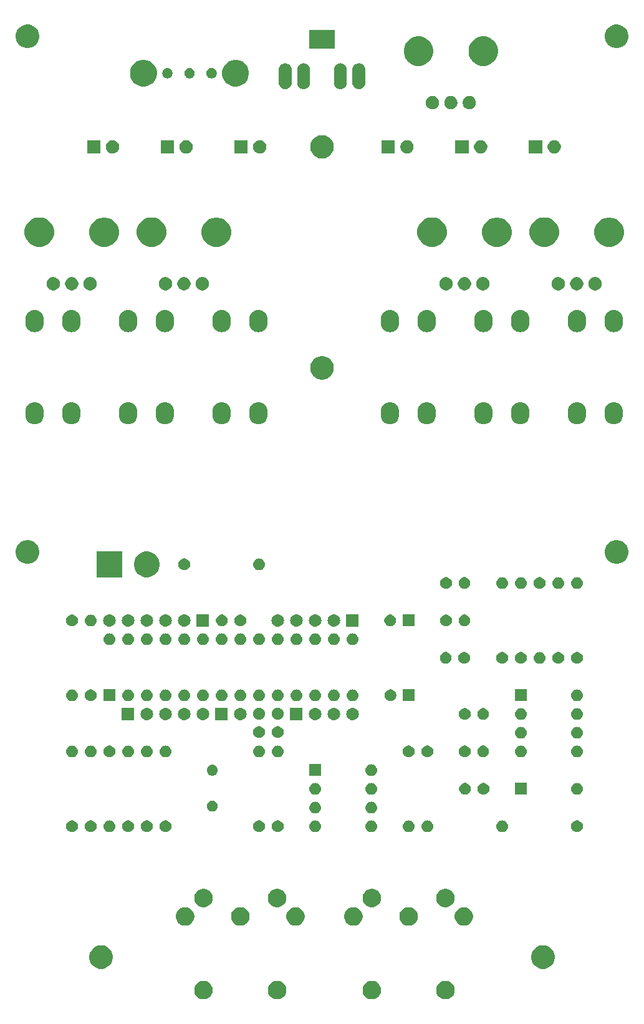
<source format=gbr>
G04 #@! TF.GenerationSoftware,KiCad,Pcbnew,(5.0.1)-3*
G04 #@! TF.CreationDate,2019-10-30T14:47:04+00:00*
G04 #@! TF.ProjectId,drumkid,6472756D6B69642E6B696361645F7063,rev?*
G04 #@! TF.SameCoordinates,Original*
G04 #@! TF.FileFunction,Soldermask,Top*
G04 #@! TF.FilePolarity,Negative*
%FSLAX46Y46*%
G04 Gerber Fmt 4.6, Leading zero omitted, Abs format (unit mm)*
G04 Created by KiCad (PCBNEW (5.0.1)-3) date 30/10/2019 14:47:04*
%MOMM*%
%LPD*%
G01*
G04 APERTURE LIST*
%ADD10C,0.100000*%
G04 APERTURE END LIST*
D10*
G36*
X94265778Y-163276044D02*
X94493206Y-163370248D01*
X94697885Y-163507010D01*
X94871950Y-163681075D01*
X95008712Y-163885754D01*
X95102916Y-164113182D01*
X95150940Y-164354617D01*
X95150940Y-164600783D01*
X95102916Y-164842218D01*
X95008712Y-165069646D01*
X94871950Y-165274325D01*
X94697885Y-165448390D01*
X94493206Y-165585152D01*
X94265778Y-165679356D01*
X94024343Y-165727380D01*
X93778177Y-165727380D01*
X93536742Y-165679356D01*
X93309314Y-165585152D01*
X93104635Y-165448390D01*
X92930570Y-165274325D01*
X92793808Y-165069646D01*
X92699604Y-164842218D01*
X92651580Y-164600783D01*
X92651580Y-164354617D01*
X92699604Y-164113182D01*
X92793808Y-163885754D01*
X92930570Y-163681075D01*
X93104635Y-163507010D01*
X93309314Y-163370248D01*
X93536742Y-163276044D01*
X93778177Y-163228020D01*
X94024343Y-163228020D01*
X94265778Y-163276044D01*
X94265778Y-163276044D01*
G37*
G36*
X84263258Y-163276044D02*
X84490686Y-163370248D01*
X84695365Y-163507010D01*
X84869430Y-163681075D01*
X85006192Y-163885754D01*
X85100396Y-164113182D01*
X85148420Y-164354617D01*
X85148420Y-164600783D01*
X85100396Y-164842218D01*
X85006192Y-165069646D01*
X84869430Y-165274325D01*
X84695365Y-165448390D01*
X84490686Y-165585152D01*
X84263258Y-165679356D01*
X84021823Y-165727380D01*
X83775657Y-165727380D01*
X83534222Y-165679356D01*
X83306794Y-165585152D01*
X83102115Y-165448390D01*
X82928050Y-165274325D01*
X82791288Y-165069646D01*
X82697084Y-164842218D01*
X82649060Y-164600783D01*
X82649060Y-164354617D01*
X82697084Y-164113182D01*
X82791288Y-163885754D01*
X82928050Y-163681075D01*
X83102115Y-163507010D01*
X83306794Y-163370248D01*
X83534222Y-163276044D01*
X83775657Y-163228020D01*
X84021823Y-163228020D01*
X84263258Y-163276044D01*
X84263258Y-163276044D01*
G37*
G36*
X117125778Y-163276044D02*
X117353206Y-163370248D01*
X117557885Y-163507010D01*
X117731950Y-163681075D01*
X117868712Y-163885754D01*
X117962916Y-164113182D01*
X118010940Y-164354617D01*
X118010940Y-164600783D01*
X117962916Y-164842218D01*
X117868712Y-165069646D01*
X117731950Y-165274325D01*
X117557885Y-165448390D01*
X117353206Y-165585152D01*
X117125778Y-165679356D01*
X116884343Y-165727380D01*
X116638177Y-165727380D01*
X116396742Y-165679356D01*
X116169314Y-165585152D01*
X115964635Y-165448390D01*
X115790570Y-165274325D01*
X115653808Y-165069646D01*
X115559604Y-164842218D01*
X115511580Y-164600783D01*
X115511580Y-164354617D01*
X115559604Y-164113182D01*
X115653808Y-163885754D01*
X115790570Y-163681075D01*
X115964635Y-163507010D01*
X116169314Y-163370248D01*
X116396742Y-163276044D01*
X116638177Y-163228020D01*
X116884343Y-163228020D01*
X117125778Y-163276044D01*
X117125778Y-163276044D01*
G37*
G36*
X107123258Y-163276044D02*
X107350686Y-163370248D01*
X107555365Y-163507010D01*
X107729430Y-163681075D01*
X107866192Y-163885754D01*
X107960396Y-164113182D01*
X108008420Y-164354617D01*
X108008420Y-164600783D01*
X107960396Y-164842218D01*
X107866192Y-165069646D01*
X107729430Y-165274325D01*
X107555365Y-165448390D01*
X107350686Y-165585152D01*
X107123258Y-165679356D01*
X106881823Y-165727380D01*
X106635657Y-165727380D01*
X106394222Y-165679356D01*
X106166794Y-165585152D01*
X105962115Y-165448390D01*
X105788050Y-165274325D01*
X105651288Y-165069646D01*
X105557084Y-164842218D01*
X105509060Y-164600783D01*
X105509060Y-164354617D01*
X105557084Y-164113182D01*
X105651288Y-163885754D01*
X105788050Y-163681075D01*
X105962115Y-163507010D01*
X106166794Y-163370248D01*
X106394222Y-163276044D01*
X106635657Y-163228020D01*
X106881823Y-163228020D01*
X107123258Y-163276044D01*
X107123258Y-163276044D01*
G37*
G36*
X130466703Y-158461486D02*
X130757883Y-158582097D01*
X131019944Y-158757201D01*
X131242799Y-158980056D01*
X131417903Y-159242117D01*
X131538514Y-159533297D01*
X131600000Y-159842412D01*
X131600000Y-160157588D01*
X131538514Y-160466703D01*
X131417903Y-160757883D01*
X131242799Y-161019944D01*
X131019944Y-161242799D01*
X130757883Y-161417903D01*
X130466703Y-161538514D01*
X130157588Y-161600000D01*
X129842412Y-161600000D01*
X129533297Y-161538514D01*
X129242117Y-161417903D01*
X128980056Y-161242799D01*
X128757201Y-161019944D01*
X128582097Y-160757883D01*
X128461486Y-160466703D01*
X128400000Y-160157588D01*
X128400000Y-159842412D01*
X128461486Y-159533297D01*
X128582097Y-159242117D01*
X128757201Y-158980056D01*
X128980056Y-158757201D01*
X129242117Y-158582097D01*
X129533297Y-158461486D01*
X129842412Y-158400000D01*
X130157588Y-158400000D01*
X130466703Y-158461486D01*
X130466703Y-158461486D01*
G37*
G36*
X70466703Y-158461486D02*
X70757883Y-158582097D01*
X71019944Y-158757201D01*
X71242799Y-158980056D01*
X71417903Y-159242117D01*
X71538514Y-159533297D01*
X71600000Y-159842412D01*
X71600000Y-160157588D01*
X71538514Y-160466703D01*
X71417903Y-160757883D01*
X71242799Y-161019944D01*
X71019944Y-161242799D01*
X70757883Y-161417903D01*
X70466703Y-161538514D01*
X70157588Y-161600000D01*
X69842412Y-161600000D01*
X69533297Y-161538514D01*
X69242117Y-161417903D01*
X68980056Y-161242799D01*
X68757201Y-161019944D01*
X68582097Y-160757883D01*
X68461486Y-160466703D01*
X68400000Y-160157588D01*
X68400000Y-159842412D01*
X68461486Y-159533297D01*
X68582097Y-159242117D01*
X68757201Y-158980056D01*
X68980056Y-158757201D01*
X69242117Y-158582097D01*
X69533297Y-158461486D01*
X69842412Y-158400000D01*
X70157588Y-158400000D01*
X70466703Y-158461486D01*
X70466703Y-158461486D01*
G37*
G36*
X104626438Y-153281144D02*
X104853866Y-153375348D01*
X105058545Y-153512110D01*
X105232610Y-153686175D01*
X105369372Y-153890854D01*
X105463576Y-154118282D01*
X105511600Y-154359717D01*
X105511600Y-154605883D01*
X105463576Y-154847318D01*
X105369372Y-155074746D01*
X105232610Y-155279425D01*
X105058545Y-155453490D01*
X104853866Y-155590252D01*
X104626438Y-155684456D01*
X104385003Y-155732480D01*
X104138837Y-155732480D01*
X103897402Y-155684456D01*
X103669974Y-155590252D01*
X103465295Y-155453490D01*
X103291230Y-155279425D01*
X103154468Y-155074746D01*
X103060264Y-154847318D01*
X103012240Y-154605883D01*
X103012240Y-154359717D01*
X103060264Y-154118282D01*
X103154468Y-153890854D01*
X103291230Y-153686175D01*
X103465295Y-153512110D01*
X103669974Y-153375348D01*
X103897402Y-153281144D01*
X104138837Y-153233120D01*
X104385003Y-153233120D01*
X104626438Y-153281144D01*
X104626438Y-153281144D01*
G37*
G36*
X81766438Y-153281144D02*
X81993866Y-153375348D01*
X82198545Y-153512110D01*
X82372610Y-153686175D01*
X82509372Y-153890854D01*
X82603576Y-154118282D01*
X82651600Y-154359717D01*
X82651600Y-154605883D01*
X82603576Y-154847318D01*
X82509372Y-155074746D01*
X82372610Y-155279425D01*
X82198545Y-155453490D01*
X81993866Y-155590252D01*
X81766438Y-155684456D01*
X81525003Y-155732480D01*
X81278837Y-155732480D01*
X81037402Y-155684456D01*
X80809974Y-155590252D01*
X80605295Y-155453490D01*
X80431230Y-155279425D01*
X80294468Y-155074746D01*
X80200264Y-154847318D01*
X80152240Y-154605883D01*
X80152240Y-154359717D01*
X80200264Y-154118282D01*
X80294468Y-153890854D01*
X80431230Y-153686175D01*
X80605295Y-153512110D01*
X80809974Y-153375348D01*
X81037402Y-153281144D01*
X81278837Y-153233120D01*
X81525003Y-153233120D01*
X81766438Y-153281144D01*
X81766438Y-153281144D01*
G37*
G36*
X96762598Y-153281144D02*
X96990026Y-153375348D01*
X97194705Y-153512110D01*
X97368770Y-153686175D01*
X97505532Y-153890854D01*
X97599736Y-154118282D01*
X97647760Y-154359717D01*
X97647760Y-154605883D01*
X97599736Y-154847318D01*
X97505532Y-155074746D01*
X97368770Y-155279425D01*
X97194705Y-155453490D01*
X96990026Y-155590252D01*
X96762598Y-155684456D01*
X96521163Y-155732480D01*
X96274997Y-155732480D01*
X96033562Y-155684456D01*
X95806134Y-155590252D01*
X95601455Y-155453490D01*
X95427390Y-155279425D01*
X95290628Y-155074746D01*
X95196424Y-154847318D01*
X95148400Y-154605883D01*
X95148400Y-154359717D01*
X95196424Y-154118282D01*
X95290628Y-153890854D01*
X95427390Y-153686175D01*
X95601455Y-153512110D01*
X95806134Y-153375348D01*
X96033562Y-153281144D01*
X96274997Y-153233120D01*
X96521163Y-153233120D01*
X96762598Y-153281144D01*
X96762598Y-153281144D01*
G37*
G36*
X119622598Y-153281144D02*
X119850026Y-153375348D01*
X120054705Y-153512110D01*
X120228770Y-153686175D01*
X120365532Y-153890854D01*
X120459736Y-154118282D01*
X120507760Y-154359717D01*
X120507760Y-154605883D01*
X120459736Y-154847318D01*
X120365532Y-155074746D01*
X120228770Y-155279425D01*
X120054705Y-155453490D01*
X119850026Y-155590252D01*
X119622598Y-155684456D01*
X119381163Y-155732480D01*
X119134997Y-155732480D01*
X118893562Y-155684456D01*
X118666134Y-155590252D01*
X118461455Y-155453490D01*
X118287390Y-155279425D01*
X118150628Y-155074746D01*
X118056424Y-154847318D01*
X118008400Y-154605883D01*
X118008400Y-154359717D01*
X118056424Y-154118282D01*
X118150628Y-153890854D01*
X118287390Y-153686175D01*
X118461455Y-153512110D01*
X118666134Y-153375348D01*
X118893562Y-153281144D01*
X119134997Y-153233120D01*
X119381163Y-153233120D01*
X119622598Y-153281144D01*
X119622598Y-153281144D01*
G37*
G36*
X112124518Y-153278604D02*
X112351946Y-153372808D01*
X112556625Y-153509570D01*
X112730690Y-153683635D01*
X112867452Y-153888314D01*
X112961656Y-154115742D01*
X113009680Y-154357177D01*
X113009680Y-154603343D01*
X112961656Y-154844778D01*
X112867452Y-155072206D01*
X112730690Y-155276885D01*
X112556625Y-155450950D01*
X112351946Y-155587712D01*
X112124518Y-155681916D01*
X111883083Y-155729940D01*
X111636917Y-155729940D01*
X111395482Y-155681916D01*
X111168054Y-155587712D01*
X110963375Y-155450950D01*
X110789310Y-155276885D01*
X110652548Y-155072206D01*
X110558344Y-154844778D01*
X110510320Y-154603343D01*
X110510320Y-154357177D01*
X110558344Y-154115742D01*
X110652548Y-153888314D01*
X110789310Y-153683635D01*
X110963375Y-153509570D01*
X111168054Y-153372808D01*
X111395482Y-153278604D01*
X111636917Y-153230580D01*
X111883083Y-153230580D01*
X112124518Y-153278604D01*
X112124518Y-153278604D01*
G37*
G36*
X89264518Y-153278604D02*
X89491946Y-153372808D01*
X89696625Y-153509570D01*
X89870690Y-153683635D01*
X90007452Y-153888314D01*
X90101656Y-154115742D01*
X90149680Y-154357177D01*
X90149680Y-154603343D01*
X90101656Y-154844778D01*
X90007452Y-155072206D01*
X89870690Y-155276885D01*
X89696625Y-155450950D01*
X89491946Y-155587712D01*
X89264518Y-155681916D01*
X89023083Y-155729940D01*
X88776917Y-155729940D01*
X88535482Y-155681916D01*
X88308054Y-155587712D01*
X88103375Y-155450950D01*
X87929310Y-155276885D01*
X87792548Y-155072206D01*
X87698344Y-154844778D01*
X87650320Y-154603343D01*
X87650320Y-154357177D01*
X87698344Y-154115742D01*
X87792548Y-153888314D01*
X87929310Y-153683635D01*
X88103375Y-153509570D01*
X88308054Y-153372808D01*
X88535482Y-153278604D01*
X88776917Y-153230580D01*
X89023083Y-153230580D01*
X89264518Y-153278604D01*
X89264518Y-153278604D01*
G37*
G36*
X117120698Y-150779244D02*
X117348126Y-150873448D01*
X117552805Y-151010210D01*
X117726870Y-151184275D01*
X117863632Y-151388954D01*
X117957836Y-151616382D01*
X118005860Y-151857817D01*
X118005860Y-152103983D01*
X117957836Y-152345418D01*
X117863632Y-152572846D01*
X117726870Y-152777525D01*
X117552805Y-152951590D01*
X117348126Y-153088352D01*
X117120698Y-153182556D01*
X116879263Y-153230580D01*
X116633097Y-153230580D01*
X116391662Y-153182556D01*
X116164234Y-153088352D01*
X115959555Y-152951590D01*
X115785490Y-152777525D01*
X115648728Y-152572846D01*
X115554524Y-152345418D01*
X115506500Y-152103983D01*
X115506500Y-151857817D01*
X115554524Y-151616382D01*
X115648728Y-151388954D01*
X115785490Y-151184275D01*
X115959555Y-151010210D01*
X116164234Y-150873448D01*
X116391662Y-150779244D01*
X116633097Y-150731220D01*
X116879263Y-150731220D01*
X117120698Y-150779244D01*
X117120698Y-150779244D01*
G37*
G36*
X94260698Y-150779244D02*
X94488126Y-150873448D01*
X94692805Y-151010210D01*
X94866870Y-151184275D01*
X95003632Y-151388954D01*
X95097836Y-151616382D01*
X95145860Y-151857817D01*
X95145860Y-152103983D01*
X95097836Y-152345418D01*
X95003632Y-152572846D01*
X94866870Y-152777525D01*
X94692805Y-152951590D01*
X94488126Y-153088352D01*
X94260698Y-153182556D01*
X94019263Y-153230580D01*
X93773097Y-153230580D01*
X93531662Y-153182556D01*
X93304234Y-153088352D01*
X93099555Y-152951590D01*
X92925490Y-152777525D01*
X92788728Y-152572846D01*
X92694524Y-152345418D01*
X92646500Y-152103983D01*
X92646500Y-151857817D01*
X92694524Y-151616382D01*
X92788728Y-151388954D01*
X92925490Y-151184275D01*
X93099555Y-151010210D01*
X93304234Y-150873448D01*
X93531662Y-150779244D01*
X93773097Y-150731220D01*
X94019263Y-150731220D01*
X94260698Y-150779244D01*
X94260698Y-150779244D01*
G37*
G36*
X84268338Y-150779244D02*
X84495766Y-150873448D01*
X84700445Y-151010210D01*
X84874510Y-151184275D01*
X85011272Y-151388954D01*
X85105476Y-151616382D01*
X85153500Y-151857817D01*
X85153500Y-152103983D01*
X85105476Y-152345418D01*
X85011272Y-152572846D01*
X84874510Y-152777525D01*
X84700445Y-152951590D01*
X84495766Y-153088352D01*
X84268338Y-153182556D01*
X84026903Y-153230580D01*
X83780737Y-153230580D01*
X83539302Y-153182556D01*
X83311874Y-153088352D01*
X83107195Y-152951590D01*
X82933130Y-152777525D01*
X82796368Y-152572846D01*
X82702164Y-152345418D01*
X82654140Y-152103983D01*
X82654140Y-151857817D01*
X82702164Y-151616382D01*
X82796368Y-151388954D01*
X82933130Y-151184275D01*
X83107195Y-151010210D01*
X83311874Y-150873448D01*
X83539302Y-150779244D01*
X83780737Y-150731220D01*
X84026903Y-150731220D01*
X84268338Y-150779244D01*
X84268338Y-150779244D01*
G37*
G36*
X107128338Y-150779244D02*
X107355766Y-150873448D01*
X107560445Y-151010210D01*
X107734510Y-151184275D01*
X107871272Y-151388954D01*
X107965476Y-151616382D01*
X108013500Y-151857817D01*
X108013500Y-152103983D01*
X107965476Y-152345418D01*
X107871272Y-152572846D01*
X107734510Y-152777525D01*
X107560445Y-152951590D01*
X107355766Y-153088352D01*
X107128338Y-153182556D01*
X106886903Y-153230580D01*
X106640737Y-153230580D01*
X106399302Y-153182556D01*
X106171874Y-153088352D01*
X105967195Y-152951590D01*
X105793130Y-152777525D01*
X105656368Y-152572846D01*
X105562164Y-152345418D01*
X105514140Y-152103983D01*
X105514140Y-151857817D01*
X105562164Y-151616382D01*
X105656368Y-151388954D01*
X105793130Y-151184275D01*
X105967195Y-151010210D01*
X106171874Y-150873448D01*
X106399302Y-150779244D01*
X106640737Y-150731220D01*
X106886903Y-150731220D01*
X107128338Y-150779244D01*
X107128338Y-150779244D01*
G37*
G36*
X94213352Y-141470743D02*
X94358941Y-141531048D01*
X94489973Y-141618601D01*
X94601399Y-141730027D01*
X94688952Y-141861059D01*
X94749257Y-142006648D01*
X94780000Y-142161205D01*
X94780000Y-142318795D01*
X94749257Y-142473352D01*
X94688952Y-142618941D01*
X94601399Y-142749973D01*
X94489973Y-142861399D01*
X94358941Y-142948952D01*
X94213352Y-143009257D01*
X94058795Y-143040000D01*
X93901205Y-143040000D01*
X93746648Y-143009257D01*
X93601059Y-142948952D01*
X93470027Y-142861399D01*
X93358601Y-142749973D01*
X93271048Y-142618941D01*
X93210743Y-142473352D01*
X93180000Y-142318795D01*
X93180000Y-142161205D01*
X93210743Y-142006648D01*
X93271048Y-141861059D01*
X93358601Y-141730027D01*
X93470027Y-141618601D01*
X93601059Y-141531048D01*
X93746648Y-141470743D01*
X93901205Y-141440000D01*
X94058795Y-141440000D01*
X94213352Y-141470743D01*
X94213352Y-141470743D01*
G37*
G36*
X66273352Y-141470743D02*
X66418941Y-141531048D01*
X66549973Y-141618601D01*
X66661399Y-141730027D01*
X66748952Y-141861059D01*
X66809257Y-142006648D01*
X66840000Y-142161205D01*
X66840000Y-142318795D01*
X66809257Y-142473352D01*
X66748952Y-142618941D01*
X66661399Y-142749973D01*
X66549973Y-142861399D01*
X66418941Y-142948952D01*
X66273352Y-143009257D01*
X66118795Y-143040000D01*
X65961205Y-143040000D01*
X65806648Y-143009257D01*
X65661059Y-142948952D01*
X65530027Y-142861399D01*
X65418601Y-142749973D01*
X65331048Y-142618941D01*
X65270743Y-142473352D01*
X65240000Y-142318795D01*
X65240000Y-142161205D01*
X65270743Y-142006648D01*
X65331048Y-141861059D01*
X65418601Y-141730027D01*
X65530027Y-141618601D01*
X65661059Y-141531048D01*
X65806648Y-141470743D01*
X65961205Y-141440000D01*
X66118795Y-141440000D01*
X66273352Y-141470743D01*
X66273352Y-141470743D01*
G37*
G36*
X91673352Y-141470743D02*
X91818941Y-141531048D01*
X91949973Y-141618601D01*
X92061399Y-141730027D01*
X92148952Y-141861059D01*
X92209257Y-142006648D01*
X92240000Y-142161205D01*
X92240000Y-142318795D01*
X92209257Y-142473352D01*
X92148952Y-142618941D01*
X92061399Y-142749973D01*
X91949973Y-142861399D01*
X91818941Y-142948952D01*
X91673352Y-143009257D01*
X91518795Y-143040000D01*
X91361205Y-143040000D01*
X91206648Y-143009257D01*
X91061059Y-142948952D01*
X90930027Y-142861399D01*
X90818601Y-142749973D01*
X90731048Y-142618941D01*
X90670743Y-142473352D01*
X90640000Y-142318795D01*
X90640000Y-142161205D01*
X90670743Y-142006648D01*
X90731048Y-141861059D01*
X90818601Y-141730027D01*
X90930027Y-141618601D01*
X91061059Y-141531048D01*
X91206648Y-141470743D01*
X91361205Y-141440000D01*
X91518795Y-141440000D01*
X91673352Y-141470743D01*
X91673352Y-141470743D01*
G37*
G36*
X99177649Y-141447717D02*
X99216827Y-141451576D01*
X99280012Y-141470743D01*
X99367629Y-141497321D01*
X99506608Y-141571608D01*
X99628422Y-141671578D01*
X99728392Y-141793392D01*
X99802679Y-141932371D01*
X99848424Y-142083174D01*
X99863870Y-142240000D01*
X99848424Y-142396826D01*
X99802679Y-142547629D01*
X99728392Y-142686608D01*
X99628422Y-142808422D01*
X99506608Y-142908392D01*
X99367629Y-142982679D01*
X99292227Y-143005552D01*
X99216827Y-143028424D01*
X99177649Y-143032283D01*
X99099295Y-143040000D01*
X99020705Y-143040000D01*
X98942351Y-143032283D01*
X98903173Y-143028424D01*
X98827773Y-143005552D01*
X98752371Y-142982679D01*
X98613392Y-142908392D01*
X98491578Y-142808422D01*
X98391608Y-142686608D01*
X98317321Y-142547629D01*
X98271576Y-142396826D01*
X98256130Y-142240000D01*
X98271576Y-142083174D01*
X98317321Y-141932371D01*
X98391608Y-141793392D01*
X98491578Y-141671578D01*
X98613392Y-141571608D01*
X98752371Y-141497321D01*
X98839988Y-141470743D01*
X98903173Y-141451576D01*
X98942351Y-141447717D01*
X99020705Y-141440000D01*
X99099295Y-141440000D01*
X99177649Y-141447717D01*
X99177649Y-141447717D01*
G37*
G36*
X106797649Y-141447717D02*
X106836827Y-141451576D01*
X106900012Y-141470743D01*
X106987629Y-141497321D01*
X107126608Y-141571608D01*
X107248422Y-141671578D01*
X107348392Y-141793392D01*
X107422679Y-141932371D01*
X107468424Y-142083174D01*
X107483870Y-142240000D01*
X107468424Y-142396826D01*
X107422679Y-142547629D01*
X107348392Y-142686608D01*
X107248422Y-142808422D01*
X107126608Y-142908392D01*
X106987629Y-142982679D01*
X106912227Y-143005552D01*
X106836827Y-143028424D01*
X106797649Y-143032283D01*
X106719295Y-143040000D01*
X106640705Y-143040000D01*
X106562351Y-143032283D01*
X106523173Y-143028424D01*
X106447773Y-143005552D01*
X106372371Y-142982679D01*
X106233392Y-142908392D01*
X106111578Y-142808422D01*
X106011608Y-142686608D01*
X105937321Y-142547629D01*
X105891576Y-142396826D01*
X105876130Y-142240000D01*
X105891576Y-142083174D01*
X105937321Y-141932371D01*
X106011608Y-141793392D01*
X106111578Y-141671578D01*
X106233392Y-141571608D01*
X106372371Y-141497321D01*
X106459988Y-141470743D01*
X106523173Y-141451576D01*
X106562351Y-141447717D01*
X106640705Y-141440000D01*
X106719295Y-141440000D01*
X106797649Y-141447717D01*
X106797649Y-141447717D01*
G37*
G36*
X114417649Y-141447717D02*
X114456827Y-141451576D01*
X114520012Y-141470743D01*
X114607629Y-141497321D01*
X114746608Y-141571608D01*
X114868422Y-141671578D01*
X114968392Y-141793392D01*
X115042679Y-141932371D01*
X115088424Y-142083174D01*
X115103870Y-142240000D01*
X115088424Y-142396826D01*
X115042679Y-142547629D01*
X114968392Y-142686608D01*
X114868422Y-142808422D01*
X114746608Y-142908392D01*
X114607629Y-142982679D01*
X114532227Y-143005552D01*
X114456827Y-143028424D01*
X114417649Y-143032283D01*
X114339295Y-143040000D01*
X114260705Y-143040000D01*
X114182351Y-143032283D01*
X114143173Y-143028424D01*
X114067773Y-143005552D01*
X113992371Y-142982679D01*
X113853392Y-142908392D01*
X113731578Y-142808422D01*
X113631608Y-142686608D01*
X113557321Y-142547629D01*
X113511576Y-142396826D01*
X113496130Y-142240000D01*
X113511576Y-142083174D01*
X113557321Y-141932371D01*
X113631608Y-141793392D01*
X113731578Y-141671578D01*
X113853392Y-141571608D01*
X113992371Y-141497321D01*
X114079988Y-141470743D01*
X114143173Y-141451576D01*
X114182351Y-141447717D01*
X114260705Y-141440000D01*
X114339295Y-141440000D01*
X114417649Y-141447717D01*
X114417649Y-141447717D01*
G37*
G36*
X76433352Y-141470743D02*
X76578941Y-141531048D01*
X76709973Y-141618601D01*
X76821399Y-141730027D01*
X76908952Y-141861059D01*
X76969257Y-142006648D01*
X77000000Y-142161205D01*
X77000000Y-142318795D01*
X76969257Y-142473352D01*
X76908952Y-142618941D01*
X76821399Y-142749973D01*
X76709973Y-142861399D01*
X76578941Y-142948952D01*
X76433352Y-143009257D01*
X76278795Y-143040000D01*
X76121205Y-143040000D01*
X75966648Y-143009257D01*
X75821059Y-142948952D01*
X75690027Y-142861399D01*
X75578601Y-142749973D01*
X75491048Y-142618941D01*
X75430743Y-142473352D01*
X75400000Y-142318795D01*
X75400000Y-142161205D01*
X75430743Y-142006648D01*
X75491048Y-141861059D01*
X75578601Y-141730027D01*
X75690027Y-141618601D01*
X75821059Y-141531048D01*
X75966648Y-141470743D01*
X76121205Y-141440000D01*
X76278795Y-141440000D01*
X76433352Y-141470743D01*
X76433352Y-141470743D01*
G37*
G36*
X68813352Y-141470743D02*
X68958941Y-141531048D01*
X69089973Y-141618601D01*
X69201399Y-141730027D01*
X69288952Y-141861059D01*
X69349257Y-142006648D01*
X69380000Y-142161205D01*
X69380000Y-142318795D01*
X69349257Y-142473352D01*
X69288952Y-142618941D01*
X69201399Y-142749973D01*
X69089973Y-142861399D01*
X68958941Y-142948952D01*
X68813352Y-143009257D01*
X68658795Y-143040000D01*
X68501205Y-143040000D01*
X68346648Y-143009257D01*
X68201059Y-142948952D01*
X68070027Y-142861399D01*
X67958601Y-142749973D01*
X67871048Y-142618941D01*
X67810743Y-142473352D01*
X67780000Y-142318795D01*
X67780000Y-142161205D01*
X67810743Y-142006648D01*
X67871048Y-141861059D01*
X67958601Y-141730027D01*
X68070027Y-141618601D01*
X68201059Y-141531048D01*
X68346648Y-141470743D01*
X68501205Y-141440000D01*
X68658795Y-141440000D01*
X68813352Y-141470743D01*
X68813352Y-141470743D01*
G37*
G36*
X78973352Y-141470743D02*
X79118941Y-141531048D01*
X79249973Y-141618601D01*
X79361399Y-141730027D01*
X79448952Y-141861059D01*
X79509257Y-142006648D01*
X79540000Y-142161205D01*
X79540000Y-142318795D01*
X79509257Y-142473352D01*
X79448952Y-142618941D01*
X79361399Y-142749973D01*
X79249973Y-142861399D01*
X79118941Y-142948952D01*
X78973352Y-143009257D01*
X78818795Y-143040000D01*
X78661205Y-143040000D01*
X78506648Y-143009257D01*
X78361059Y-142948952D01*
X78230027Y-142861399D01*
X78118601Y-142749973D01*
X78031048Y-142618941D01*
X77970743Y-142473352D01*
X77940000Y-142318795D01*
X77940000Y-142161205D01*
X77970743Y-142006648D01*
X78031048Y-141861059D01*
X78118601Y-141730027D01*
X78230027Y-141618601D01*
X78361059Y-141531048D01*
X78506648Y-141470743D01*
X78661205Y-141440000D01*
X78818795Y-141440000D01*
X78973352Y-141470743D01*
X78973352Y-141470743D01*
G37*
G36*
X134853352Y-141470743D02*
X134998941Y-141531048D01*
X135129973Y-141618601D01*
X135241399Y-141730027D01*
X135328952Y-141861059D01*
X135389257Y-142006648D01*
X135420000Y-142161205D01*
X135420000Y-142318795D01*
X135389257Y-142473352D01*
X135328952Y-142618941D01*
X135241399Y-142749973D01*
X135129973Y-142861399D01*
X134998941Y-142948952D01*
X134853352Y-143009257D01*
X134698795Y-143040000D01*
X134541205Y-143040000D01*
X134386648Y-143009257D01*
X134241059Y-142948952D01*
X134110027Y-142861399D01*
X133998601Y-142749973D01*
X133911048Y-142618941D01*
X133850743Y-142473352D01*
X133820000Y-142318795D01*
X133820000Y-142161205D01*
X133850743Y-142006648D01*
X133911048Y-141861059D01*
X133998601Y-141730027D01*
X134110027Y-141618601D01*
X134241059Y-141531048D01*
X134386648Y-141470743D01*
X134541205Y-141440000D01*
X134698795Y-141440000D01*
X134853352Y-141470743D01*
X134853352Y-141470743D01*
G37*
G36*
X124577649Y-141447717D02*
X124616827Y-141451576D01*
X124680012Y-141470743D01*
X124767629Y-141497321D01*
X124906608Y-141571608D01*
X125028422Y-141671578D01*
X125128392Y-141793392D01*
X125202679Y-141932371D01*
X125248424Y-142083174D01*
X125263870Y-142240000D01*
X125248424Y-142396826D01*
X125202679Y-142547629D01*
X125128392Y-142686608D01*
X125028422Y-142808422D01*
X124906608Y-142908392D01*
X124767629Y-142982679D01*
X124692227Y-143005552D01*
X124616827Y-143028424D01*
X124577649Y-143032283D01*
X124499295Y-143040000D01*
X124420705Y-143040000D01*
X124342351Y-143032283D01*
X124303173Y-143028424D01*
X124227773Y-143005552D01*
X124152371Y-142982679D01*
X124013392Y-142908392D01*
X123891578Y-142808422D01*
X123791608Y-142686608D01*
X123717321Y-142547629D01*
X123671576Y-142396826D01*
X123656130Y-142240000D01*
X123671576Y-142083174D01*
X123717321Y-141932371D01*
X123791608Y-141793392D01*
X123891578Y-141671578D01*
X124013392Y-141571608D01*
X124152371Y-141497321D01*
X124239988Y-141470743D01*
X124303173Y-141451576D01*
X124342351Y-141447717D01*
X124420705Y-141440000D01*
X124499295Y-141440000D01*
X124577649Y-141447717D01*
X124577649Y-141447717D01*
G37*
G36*
X73893352Y-141470743D02*
X74038941Y-141531048D01*
X74169973Y-141618601D01*
X74281399Y-141730027D01*
X74368952Y-141861059D01*
X74429257Y-142006648D01*
X74460000Y-142161205D01*
X74460000Y-142318795D01*
X74429257Y-142473352D01*
X74368952Y-142618941D01*
X74281399Y-142749973D01*
X74169973Y-142861399D01*
X74038941Y-142948952D01*
X73893352Y-143009257D01*
X73738795Y-143040000D01*
X73581205Y-143040000D01*
X73426648Y-143009257D01*
X73281059Y-142948952D01*
X73150027Y-142861399D01*
X73038601Y-142749973D01*
X72951048Y-142618941D01*
X72890743Y-142473352D01*
X72860000Y-142318795D01*
X72860000Y-142161205D01*
X72890743Y-142006648D01*
X72951048Y-141861059D01*
X73038601Y-141730027D01*
X73150027Y-141618601D01*
X73281059Y-141531048D01*
X73426648Y-141470743D01*
X73581205Y-141440000D01*
X73738795Y-141440000D01*
X73893352Y-141470743D01*
X73893352Y-141470743D01*
G37*
G36*
X111877649Y-141447717D02*
X111916827Y-141451576D01*
X111980012Y-141470743D01*
X112067629Y-141497321D01*
X112206608Y-141571608D01*
X112328422Y-141671578D01*
X112428392Y-141793392D01*
X112502679Y-141932371D01*
X112548424Y-142083174D01*
X112563870Y-142240000D01*
X112548424Y-142396826D01*
X112502679Y-142547629D01*
X112428392Y-142686608D01*
X112328422Y-142808422D01*
X112206608Y-142908392D01*
X112067629Y-142982679D01*
X111992227Y-143005552D01*
X111916827Y-143028424D01*
X111877649Y-143032283D01*
X111799295Y-143040000D01*
X111720705Y-143040000D01*
X111642351Y-143032283D01*
X111603173Y-143028424D01*
X111527773Y-143005552D01*
X111452371Y-142982679D01*
X111313392Y-142908392D01*
X111191578Y-142808422D01*
X111091608Y-142686608D01*
X111017321Y-142547629D01*
X110971576Y-142396826D01*
X110956130Y-142240000D01*
X110971576Y-142083174D01*
X111017321Y-141932371D01*
X111091608Y-141793392D01*
X111191578Y-141671578D01*
X111313392Y-141571608D01*
X111452371Y-141497321D01*
X111539988Y-141470743D01*
X111603173Y-141451576D01*
X111642351Y-141447717D01*
X111720705Y-141440000D01*
X111799295Y-141440000D01*
X111877649Y-141447717D01*
X111877649Y-141447717D01*
G37*
G36*
X71237649Y-141447717D02*
X71276827Y-141451576D01*
X71340012Y-141470743D01*
X71427629Y-141497321D01*
X71566608Y-141571608D01*
X71688422Y-141671578D01*
X71788392Y-141793392D01*
X71862679Y-141932371D01*
X71908424Y-142083174D01*
X71923870Y-142240000D01*
X71908424Y-142396826D01*
X71862679Y-142547629D01*
X71788392Y-142686608D01*
X71688422Y-142808422D01*
X71566608Y-142908392D01*
X71427629Y-142982679D01*
X71352227Y-143005552D01*
X71276827Y-143028424D01*
X71237649Y-143032283D01*
X71159295Y-143040000D01*
X71080705Y-143040000D01*
X71002351Y-143032283D01*
X70963173Y-143028424D01*
X70887773Y-143005552D01*
X70812371Y-142982679D01*
X70673392Y-142908392D01*
X70551578Y-142808422D01*
X70451608Y-142686608D01*
X70377321Y-142547629D01*
X70331576Y-142396826D01*
X70316130Y-142240000D01*
X70331576Y-142083174D01*
X70377321Y-141932371D01*
X70451608Y-141793392D01*
X70551578Y-141671578D01*
X70673392Y-141571608D01*
X70812371Y-141497321D01*
X70899988Y-141470743D01*
X70963173Y-141451576D01*
X71002351Y-141447717D01*
X71080705Y-141440000D01*
X71159295Y-141440000D01*
X71237649Y-141447717D01*
X71237649Y-141447717D01*
G37*
G36*
X106797649Y-138907717D02*
X106836827Y-138911576D01*
X106912228Y-138934449D01*
X106987629Y-138957321D01*
X107126608Y-139031608D01*
X107248422Y-139131578D01*
X107348392Y-139253392D01*
X107422679Y-139392371D01*
X107432920Y-139426131D01*
X107468424Y-139543173D01*
X107483870Y-139700000D01*
X107468579Y-139855258D01*
X107468424Y-139856826D01*
X107422679Y-140007629D01*
X107348392Y-140146608D01*
X107248422Y-140268422D01*
X107126608Y-140368392D01*
X106987629Y-140442679D01*
X106912227Y-140465552D01*
X106836827Y-140488424D01*
X106797649Y-140492283D01*
X106719295Y-140500000D01*
X106640705Y-140500000D01*
X106562351Y-140492283D01*
X106523173Y-140488424D01*
X106447772Y-140465551D01*
X106372371Y-140442679D01*
X106233392Y-140368392D01*
X106111578Y-140268422D01*
X106011608Y-140146608D01*
X105937321Y-140007629D01*
X105891576Y-139856826D01*
X105891422Y-139855258D01*
X105876130Y-139700000D01*
X105891576Y-139543173D01*
X105927080Y-139426131D01*
X105937321Y-139392371D01*
X106011608Y-139253392D01*
X106111578Y-139131578D01*
X106233392Y-139031608D01*
X106372371Y-138957321D01*
X106447773Y-138934448D01*
X106523173Y-138911576D01*
X106562351Y-138907717D01*
X106640705Y-138900000D01*
X106719295Y-138900000D01*
X106797649Y-138907717D01*
X106797649Y-138907717D01*
G37*
G36*
X99177649Y-138907717D02*
X99216827Y-138911576D01*
X99292228Y-138934449D01*
X99367629Y-138957321D01*
X99506608Y-139031608D01*
X99628422Y-139131578D01*
X99728392Y-139253392D01*
X99802679Y-139392371D01*
X99812920Y-139426131D01*
X99848424Y-139543173D01*
X99863870Y-139700000D01*
X99848579Y-139855258D01*
X99848424Y-139856826D01*
X99802679Y-140007629D01*
X99728392Y-140146608D01*
X99628422Y-140268422D01*
X99506608Y-140368392D01*
X99367629Y-140442679D01*
X99292227Y-140465552D01*
X99216827Y-140488424D01*
X99177649Y-140492283D01*
X99099295Y-140500000D01*
X99020705Y-140500000D01*
X98942351Y-140492283D01*
X98903173Y-140488424D01*
X98827772Y-140465551D01*
X98752371Y-140442679D01*
X98613392Y-140368392D01*
X98491578Y-140268422D01*
X98391608Y-140146608D01*
X98317321Y-140007629D01*
X98271576Y-139856826D01*
X98271422Y-139855258D01*
X98256130Y-139700000D01*
X98271576Y-139543173D01*
X98307080Y-139426131D01*
X98317321Y-139392371D01*
X98391608Y-139253392D01*
X98491578Y-139131578D01*
X98613392Y-139031608D01*
X98752371Y-138957321D01*
X98827773Y-138934448D01*
X98903173Y-138911576D01*
X98942351Y-138907717D01*
X99020705Y-138900000D01*
X99099295Y-138900000D01*
X99177649Y-138907717D01*
X99177649Y-138907717D01*
G37*
G36*
X85236318Y-138764411D02*
X85308767Y-138778822D01*
X85365303Y-138802240D01*
X85445257Y-138835358D01*
X85568100Y-138917439D01*
X85672561Y-139021900D01*
X85754642Y-139144743D01*
X85787760Y-139224697D01*
X85799647Y-139253394D01*
X85811178Y-139281234D01*
X85840000Y-139426130D01*
X85840000Y-139573870D01*
X85811178Y-139718766D01*
X85754642Y-139855257D01*
X85672561Y-139978100D01*
X85568100Y-140082561D01*
X85445257Y-140164642D01*
X85365303Y-140197760D01*
X85308767Y-140221178D01*
X85236318Y-140235589D01*
X85163870Y-140250000D01*
X85016130Y-140250000D01*
X84943682Y-140235589D01*
X84871233Y-140221178D01*
X84814697Y-140197760D01*
X84734743Y-140164642D01*
X84611900Y-140082561D01*
X84507439Y-139978100D01*
X84425358Y-139855257D01*
X84368822Y-139718766D01*
X84340000Y-139573870D01*
X84340000Y-139426130D01*
X84368822Y-139281234D01*
X84380354Y-139253394D01*
X84392240Y-139224697D01*
X84425358Y-139144743D01*
X84507439Y-139021900D01*
X84611900Y-138917439D01*
X84734743Y-138835358D01*
X84814697Y-138802240D01*
X84871233Y-138778822D01*
X84943682Y-138764411D01*
X85016130Y-138750000D01*
X85163870Y-138750000D01*
X85236318Y-138764411D01*
X85236318Y-138764411D01*
G37*
G36*
X127800000Y-137960000D02*
X126200000Y-137960000D01*
X126200000Y-136360000D01*
X127800000Y-136360000D01*
X127800000Y-137960000D01*
X127800000Y-137960000D01*
G37*
G36*
X122153352Y-136390743D02*
X122298941Y-136451048D01*
X122429973Y-136538601D01*
X122541399Y-136650027D01*
X122628952Y-136781059D01*
X122689257Y-136926648D01*
X122720000Y-137081205D01*
X122720000Y-137238795D01*
X122689257Y-137393352D01*
X122628952Y-137538941D01*
X122541399Y-137669973D01*
X122429973Y-137781399D01*
X122298941Y-137868952D01*
X122153352Y-137929257D01*
X121998795Y-137960000D01*
X121841205Y-137960000D01*
X121686648Y-137929257D01*
X121541059Y-137868952D01*
X121410027Y-137781399D01*
X121298601Y-137669973D01*
X121211048Y-137538941D01*
X121150743Y-137393352D01*
X121120000Y-137238795D01*
X121120000Y-137081205D01*
X121150743Y-136926648D01*
X121211048Y-136781059D01*
X121298601Y-136650027D01*
X121410027Y-136538601D01*
X121541059Y-136451048D01*
X121686648Y-136390743D01*
X121841205Y-136360000D01*
X121998795Y-136360000D01*
X122153352Y-136390743D01*
X122153352Y-136390743D01*
G37*
G36*
X119653352Y-136390743D02*
X119798941Y-136451048D01*
X119929973Y-136538601D01*
X120041399Y-136650027D01*
X120128952Y-136781059D01*
X120189257Y-136926648D01*
X120220000Y-137081205D01*
X120220000Y-137238795D01*
X120189257Y-137393352D01*
X120128952Y-137538941D01*
X120041399Y-137669973D01*
X119929973Y-137781399D01*
X119798941Y-137868952D01*
X119653352Y-137929257D01*
X119498795Y-137960000D01*
X119341205Y-137960000D01*
X119186648Y-137929257D01*
X119041059Y-137868952D01*
X118910027Y-137781399D01*
X118798601Y-137669973D01*
X118711048Y-137538941D01*
X118650743Y-137393352D01*
X118620000Y-137238795D01*
X118620000Y-137081205D01*
X118650743Y-136926648D01*
X118711048Y-136781059D01*
X118798601Y-136650027D01*
X118910027Y-136538601D01*
X119041059Y-136451048D01*
X119186648Y-136390743D01*
X119341205Y-136360000D01*
X119498795Y-136360000D01*
X119653352Y-136390743D01*
X119653352Y-136390743D01*
G37*
G36*
X106797649Y-136367717D02*
X106836827Y-136371576D01*
X106900012Y-136390743D01*
X106987629Y-136417321D01*
X107126608Y-136491608D01*
X107248422Y-136591578D01*
X107348392Y-136713392D01*
X107422679Y-136852371D01*
X107468424Y-137003174D01*
X107483870Y-137160000D01*
X107468424Y-137316826D01*
X107422679Y-137467629D01*
X107348392Y-137606608D01*
X107248422Y-137728422D01*
X107126608Y-137828392D01*
X106987629Y-137902679D01*
X106912227Y-137925552D01*
X106836827Y-137948424D01*
X106797649Y-137952283D01*
X106719295Y-137960000D01*
X106640705Y-137960000D01*
X106562351Y-137952283D01*
X106523173Y-137948424D01*
X106447772Y-137925551D01*
X106372371Y-137902679D01*
X106233392Y-137828392D01*
X106111578Y-137728422D01*
X106011608Y-137606608D01*
X105937321Y-137467629D01*
X105891576Y-137316826D01*
X105876130Y-137160000D01*
X105891576Y-137003174D01*
X105937321Y-136852371D01*
X106011608Y-136713392D01*
X106111578Y-136591578D01*
X106233392Y-136491608D01*
X106372371Y-136417321D01*
X106459988Y-136390743D01*
X106523173Y-136371576D01*
X106562351Y-136367717D01*
X106640705Y-136360000D01*
X106719295Y-136360000D01*
X106797649Y-136367717D01*
X106797649Y-136367717D01*
G37*
G36*
X99177649Y-136367717D02*
X99216827Y-136371576D01*
X99280012Y-136390743D01*
X99367629Y-136417321D01*
X99506608Y-136491608D01*
X99628422Y-136591578D01*
X99728392Y-136713392D01*
X99802679Y-136852371D01*
X99848424Y-137003174D01*
X99863870Y-137160000D01*
X99848424Y-137316826D01*
X99802679Y-137467629D01*
X99728392Y-137606608D01*
X99628422Y-137728422D01*
X99506608Y-137828392D01*
X99367629Y-137902679D01*
X99292227Y-137925552D01*
X99216827Y-137948424D01*
X99177649Y-137952283D01*
X99099295Y-137960000D01*
X99020705Y-137960000D01*
X98942351Y-137952283D01*
X98903173Y-137948424D01*
X98827772Y-137925551D01*
X98752371Y-137902679D01*
X98613392Y-137828392D01*
X98491578Y-137728422D01*
X98391608Y-137606608D01*
X98317321Y-137467629D01*
X98271576Y-137316826D01*
X98256130Y-137160000D01*
X98271576Y-137003174D01*
X98317321Y-136852371D01*
X98391608Y-136713392D01*
X98491578Y-136591578D01*
X98613392Y-136491608D01*
X98752371Y-136417321D01*
X98839988Y-136390743D01*
X98903173Y-136371576D01*
X98942351Y-136367717D01*
X99020705Y-136360000D01*
X99099295Y-136360000D01*
X99177649Y-136367717D01*
X99177649Y-136367717D01*
G37*
G36*
X134737649Y-136367717D02*
X134776827Y-136371576D01*
X134840012Y-136390743D01*
X134927629Y-136417321D01*
X135066608Y-136491608D01*
X135188422Y-136591578D01*
X135288392Y-136713392D01*
X135362679Y-136852371D01*
X135408424Y-137003174D01*
X135423870Y-137160000D01*
X135408424Y-137316826D01*
X135362679Y-137467629D01*
X135288392Y-137606608D01*
X135188422Y-137728422D01*
X135066608Y-137828392D01*
X134927629Y-137902679D01*
X134852227Y-137925552D01*
X134776827Y-137948424D01*
X134737649Y-137952283D01*
X134659295Y-137960000D01*
X134580705Y-137960000D01*
X134502351Y-137952283D01*
X134463173Y-137948424D01*
X134387772Y-137925551D01*
X134312371Y-137902679D01*
X134173392Y-137828392D01*
X134051578Y-137728422D01*
X133951608Y-137606608D01*
X133877321Y-137467629D01*
X133831576Y-137316826D01*
X133816130Y-137160000D01*
X133831576Y-137003174D01*
X133877321Y-136852371D01*
X133951608Y-136713392D01*
X134051578Y-136591578D01*
X134173392Y-136491608D01*
X134312371Y-136417321D01*
X134399988Y-136390743D01*
X134463173Y-136371576D01*
X134502351Y-136367717D01*
X134580705Y-136360000D01*
X134659295Y-136360000D01*
X134737649Y-136367717D01*
X134737649Y-136367717D01*
G37*
G36*
X99860000Y-135420000D02*
X98260000Y-135420000D01*
X98260000Y-133820000D01*
X99860000Y-133820000D01*
X99860000Y-135420000D01*
X99860000Y-135420000D01*
G37*
G36*
X106797649Y-133827717D02*
X106836827Y-133831576D01*
X106912228Y-133854449D01*
X106987629Y-133877321D01*
X107126608Y-133951608D01*
X107248422Y-134051578D01*
X107348392Y-134173392D01*
X107422679Y-134312371D01*
X107468424Y-134463174D01*
X107483870Y-134620000D01*
X107468424Y-134776826D01*
X107422679Y-134927629D01*
X107348392Y-135066608D01*
X107248422Y-135188422D01*
X107126608Y-135288392D01*
X106987629Y-135362679D01*
X106912228Y-135385551D01*
X106836827Y-135408424D01*
X106797649Y-135412283D01*
X106719295Y-135420000D01*
X106640705Y-135420000D01*
X106562351Y-135412283D01*
X106523173Y-135408424D01*
X106447773Y-135385552D01*
X106372371Y-135362679D01*
X106233392Y-135288392D01*
X106111578Y-135188422D01*
X106011608Y-135066608D01*
X105937321Y-134927629D01*
X105891576Y-134776826D01*
X105876130Y-134620000D01*
X105891576Y-134463174D01*
X105937321Y-134312371D01*
X106011608Y-134173392D01*
X106111578Y-134051578D01*
X106233392Y-133951608D01*
X106372371Y-133877321D01*
X106447772Y-133854449D01*
X106523173Y-133831576D01*
X106562351Y-133827717D01*
X106640705Y-133820000D01*
X106719295Y-133820000D01*
X106797649Y-133827717D01*
X106797649Y-133827717D01*
G37*
G36*
X85236318Y-133884411D02*
X85308767Y-133898822D01*
X85365303Y-133922240D01*
X85445257Y-133955358D01*
X85568100Y-134037439D01*
X85672561Y-134141900D01*
X85754642Y-134264743D01*
X85811178Y-134401234D01*
X85840000Y-134546130D01*
X85840000Y-134693870D01*
X85811178Y-134838766D01*
X85754642Y-134975257D01*
X85672561Y-135098100D01*
X85568100Y-135202561D01*
X85445257Y-135284642D01*
X85365303Y-135317760D01*
X85308767Y-135341178D01*
X85236318Y-135355589D01*
X85163870Y-135370000D01*
X85016130Y-135370000D01*
X84943682Y-135355589D01*
X84871233Y-135341178D01*
X84814697Y-135317760D01*
X84734743Y-135284642D01*
X84611900Y-135202561D01*
X84507439Y-135098100D01*
X84425358Y-134975257D01*
X84368822Y-134838766D01*
X84340000Y-134693870D01*
X84340000Y-134546130D01*
X84368822Y-134401234D01*
X84425358Y-134264743D01*
X84507439Y-134141900D01*
X84611900Y-134037439D01*
X84734743Y-133955358D01*
X84814697Y-133922240D01*
X84871233Y-133898822D01*
X84943682Y-133884411D01*
X85016130Y-133870000D01*
X85163870Y-133870000D01*
X85236318Y-133884411D01*
X85236318Y-133884411D01*
G37*
G36*
X68697649Y-131287717D02*
X68736827Y-131291576D01*
X68800012Y-131310743D01*
X68887629Y-131337321D01*
X69026608Y-131411608D01*
X69148422Y-131511578D01*
X69248392Y-131633392D01*
X69322679Y-131772371D01*
X69368424Y-131923174D01*
X69383870Y-132080000D01*
X69368424Y-132236826D01*
X69322679Y-132387629D01*
X69248392Y-132526608D01*
X69148422Y-132648422D01*
X69026608Y-132748392D01*
X68887629Y-132822679D01*
X68812228Y-132845551D01*
X68736827Y-132868424D01*
X68697649Y-132872283D01*
X68619295Y-132880000D01*
X68540705Y-132880000D01*
X68462351Y-132872283D01*
X68423173Y-132868424D01*
X68347772Y-132845551D01*
X68272371Y-132822679D01*
X68133392Y-132748392D01*
X68011578Y-132648422D01*
X67911608Y-132526608D01*
X67837321Y-132387629D01*
X67791576Y-132236826D01*
X67776130Y-132080000D01*
X67791576Y-131923174D01*
X67837321Y-131772371D01*
X67911608Y-131633392D01*
X68011578Y-131511578D01*
X68133392Y-131411608D01*
X68272371Y-131337321D01*
X68359988Y-131310743D01*
X68423173Y-131291576D01*
X68462351Y-131287717D01*
X68540705Y-131280000D01*
X68619295Y-131280000D01*
X68697649Y-131287717D01*
X68697649Y-131287717D01*
G37*
G36*
X76317649Y-131287717D02*
X76356827Y-131291576D01*
X76420012Y-131310743D01*
X76507629Y-131337321D01*
X76646608Y-131411608D01*
X76768422Y-131511578D01*
X76868392Y-131633392D01*
X76942679Y-131772371D01*
X76988424Y-131923174D01*
X77003870Y-132080000D01*
X76988424Y-132236826D01*
X76942679Y-132387629D01*
X76868392Y-132526608D01*
X76768422Y-132648422D01*
X76646608Y-132748392D01*
X76507629Y-132822679D01*
X76432228Y-132845551D01*
X76356827Y-132868424D01*
X76317649Y-132872283D01*
X76239295Y-132880000D01*
X76160705Y-132880000D01*
X76082351Y-132872283D01*
X76043173Y-132868424D01*
X75967772Y-132845551D01*
X75892371Y-132822679D01*
X75753392Y-132748392D01*
X75631578Y-132648422D01*
X75531608Y-132526608D01*
X75457321Y-132387629D01*
X75411576Y-132236826D01*
X75396130Y-132080000D01*
X75411576Y-131923174D01*
X75457321Y-131772371D01*
X75531608Y-131633392D01*
X75631578Y-131511578D01*
X75753392Y-131411608D01*
X75892371Y-131337321D01*
X75979988Y-131310743D01*
X76043173Y-131291576D01*
X76082351Y-131287717D01*
X76160705Y-131280000D01*
X76239295Y-131280000D01*
X76317649Y-131287717D01*
X76317649Y-131287717D01*
G37*
G36*
X94097649Y-131287717D02*
X94136827Y-131291576D01*
X94200012Y-131310743D01*
X94287629Y-131337321D01*
X94426608Y-131411608D01*
X94548422Y-131511578D01*
X94648392Y-131633392D01*
X94722679Y-131772371D01*
X94768424Y-131923174D01*
X94783870Y-132080000D01*
X94768424Y-132236826D01*
X94722679Y-132387629D01*
X94648392Y-132526608D01*
X94548422Y-132648422D01*
X94426608Y-132748392D01*
X94287629Y-132822679D01*
X94212228Y-132845551D01*
X94136827Y-132868424D01*
X94097649Y-132872283D01*
X94019295Y-132880000D01*
X93940705Y-132880000D01*
X93862351Y-132872283D01*
X93823173Y-132868424D01*
X93747772Y-132845551D01*
X93672371Y-132822679D01*
X93533392Y-132748392D01*
X93411578Y-132648422D01*
X93311608Y-132526608D01*
X93237321Y-132387629D01*
X93191576Y-132236826D01*
X93176130Y-132080000D01*
X93191576Y-131923174D01*
X93237321Y-131772371D01*
X93311608Y-131633392D01*
X93411578Y-131511578D01*
X93533392Y-131411608D01*
X93672371Y-131337321D01*
X93759988Y-131310743D01*
X93823173Y-131291576D01*
X93862351Y-131287717D01*
X93940705Y-131280000D01*
X94019295Y-131280000D01*
X94097649Y-131287717D01*
X94097649Y-131287717D01*
G37*
G36*
X119613352Y-131310743D02*
X119758941Y-131371048D01*
X119889973Y-131458601D01*
X120001399Y-131570027D01*
X120088952Y-131701059D01*
X120149257Y-131846648D01*
X120180000Y-132001205D01*
X120180000Y-132158795D01*
X120149257Y-132313352D01*
X120088952Y-132458941D01*
X120001399Y-132589973D01*
X119889973Y-132701399D01*
X119758941Y-132788952D01*
X119613352Y-132849257D01*
X119458795Y-132880000D01*
X119301205Y-132880000D01*
X119146648Y-132849257D01*
X119001059Y-132788952D01*
X118870027Y-132701399D01*
X118758601Y-132589973D01*
X118671048Y-132458941D01*
X118610743Y-132313352D01*
X118580000Y-132158795D01*
X118580000Y-132001205D01*
X118610743Y-131846648D01*
X118671048Y-131701059D01*
X118758601Y-131570027D01*
X118870027Y-131458601D01*
X119001059Y-131371048D01*
X119146648Y-131310743D01*
X119301205Y-131280000D01*
X119458795Y-131280000D01*
X119613352Y-131310743D01*
X119613352Y-131310743D01*
G37*
G36*
X122113352Y-131310743D02*
X122258941Y-131371048D01*
X122389973Y-131458601D01*
X122501399Y-131570027D01*
X122588952Y-131701059D01*
X122649257Y-131846648D01*
X122680000Y-132001205D01*
X122680000Y-132158795D01*
X122649257Y-132313352D01*
X122588952Y-132458941D01*
X122501399Y-132589973D01*
X122389973Y-132701399D01*
X122258941Y-132788952D01*
X122113352Y-132849257D01*
X121958795Y-132880000D01*
X121801205Y-132880000D01*
X121646648Y-132849257D01*
X121501059Y-132788952D01*
X121370027Y-132701399D01*
X121258601Y-132589973D01*
X121171048Y-132458941D01*
X121110743Y-132313352D01*
X121080000Y-132158795D01*
X121080000Y-132001205D01*
X121110743Y-131846648D01*
X121171048Y-131701059D01*
X121258601Y-131570027D01*
X121370027Y-131458601D01*
X121501059Y-131371048D01*
X121646648Y-131310743D01*
X121801205Y-131280000D01*
X121958795Y-131280000D01*
X122113352Y-131310743D01*
X122113352Y-131310743D01*
G37*
G36*
X127117649Y-131287717D02*
X127156827Y-131291576D01*
X127220012Y-131310743D01*
X127307629Y-131337321D01*
X127446608Y-131411608D01*
X127568422Y-131511578D01*
X127668392Y-131633392D01*
X127742679Y-131772371D01*
X127788424Y-131923174D01*
X127803870Y-132080000D01*
X127788424Y-132236826D01*
X127742679Y-132387629D01*
X127668392Y-132526608D01*
X127568422Y-132648422D01*
X127446608Y-132748392D01*
X127307629Y-132822679D01*
X127232228Y-132845551D01*
X127156827Y-132868424D01*
X127117649Y-132872283D01*
X127039295Y-132880000D01*
X126960705Y-132880000D01*
X126882351Y-132872283D01*
X126843173Y-132868424D01*
X126767772Y-132845551D01*
X126692371Y-132822679D01*
X126553392Y-132748392D01*
X126431578Y-132648422D01*
X126331608Y-132526608D01*
X126257321Y-132387629D01*
X126211576Y-132236826D01*
X126196130Y-132080000D01*
X126211576Y-131923174D01*
X126257321Y-131772371D01*
X126331608Y-131633392D01*
X126431578Y-131511578D01*
X126553392Y-131411608D01*
X126692371Y-131337321D01*
X126779988Y-131310743D01*
X126843173Y-131291576D01*
X126882351Y-131287717D01*
X126960705Y-131280000D01*
X127039295Y-131280000D01*
X127117649Y-131287717D01*
X127117649Y-131287717D01*
G37*
G36*
X134737649Y-131287717D02*
X134776827Y-131291576D01*
X134840012Y-131310743D01*
X134927629Y-131337321D01*
X135066608Y-131411608D01*
X135188422Y-131511578D01*
X135288392Y-131633392D01*
X135362679Y-131772371D01*
X135408424Y-131923174D01*
X135423870Y-132080000D01*
X135408424Y-132236826D01*
X135362679Y-132387629D01*
X135288392Y-132526608D01*
X135188422Y-132648422D01*
X135066608Y-132748392D01*
X134927629Y-132822679D01*
X134852228Y-132845551D01*
X134776827Y-132868424D01*
X134737649Y-132872283D01*
X134659295Y-132880000D01*
X134580705Y-132880000D01*
X134502351Y-132872283D01*
X134463173Y-132868424D01*
X134387772Y-132845551D01*
X134312371Y-132822679D01*
X134173392Y-132748392D01*
X134051578Y-132648422D01*
X133951608Y-132526608D01*
X133877321Y-132387629D01*
X133831576Y-132236826D01*
X133816130Y-132080000D01*
X133831576Y-131923174D01*
X133877321Y-131772371D01*
X133951608Y-131633392D01*
X134051578Y-131511578D01*
X134173392Y-131411608D01*
X134312371Y-131337321D01*
X134399988Y-131310743D01*
X134463173Y-131291576D01*
X134502351Y-131287717D01*
X134580705Y-131280000D01*
X134659295Y-131280000D01*
X134737649Y-131287717D01*
X134737649Y-131287717D01*
G37*
G36*
X111993352Y-131310743D02*
X112138941Y-131371048D01*
X112269973Y-131458601D01*
X112381399Y-131570027D01*
X112468952Y-131701059D01*
X112529257Y-131846648D01*
X112560000Y-132001205D01*
X112560000Y-132158795D01*
X112529257Y-132313352D01*
X112468952Y-132458941D01*
X112381399Y-132589973D01*
X112269973Y-132701399D01*
X112138941Y-132788952D01*
X111993352Y-132849257D01*
X111838795Y-132880000D01*
X111681205Y-132880000D01*
X111526648Y-132849257D01*
X111381059Y-132788952D01*
X111250027Y-132701399D01*
X111138601Y-132589973D01*
X111051048Y-132458941D01*
X110990743Y-132313352D01*
X110960000Y-132158795D01*
X110960000Y-132001205D01*
X110990743Y-131846648D01*
X111051048Y-131701059D01*
X111138601Y-131570027D01*
X111250027Y-131458601D01*
X111381059Y-131371048D01*
X111526648Y-131310743D01*
X111681205Y-131280000D01*
X111838795Y-131280000D01*
X111993352Y-131310743D01*
X111993352Y-131310743D01*
G37*
G36*
X114533352Y-131310743D02*
X114678941Y-131371048D01*
X114809973Y-131458601D01*
X114921399Y-131570027D01*
X115008952Y-131701059D01*
X115069257Y-131846648D01*
X115100000Y-132001205D01*
X115100000Y-132158795D01*
X115069257Y-132313352D01*
X115008952Y-132458941D01*
X114921399Y-132589973D01*
X114809973Y-132701399D01*
X114678941Y-132788952D01*
X114533352Y-132849257D01*
X114378795Y-132880000D01*
X114221205Y-132880000D01*
X114066648Y-132849257D01*
X113921059Y-132788952D01*
X113790027Y-132701399D01*
X113678601Y-132589973D01*
X113591048Y-132458941D01*
X113530743Y-132313352D01*
X113500000Y-132158795D01*
X113500000Y-132001205D01*
X113530743Y-131846648D01*
X113591048Y-131701059D01*
X113678601Y-131570027D01*
X113790027Y-131458601D01*
X113921059Y-131371048D01*
X114066648Y-131310743D01*
X114221205Y-131280000D01*
X114378795Y-131280000D01*
X114533352Y-131310743D01*
X114533352Y-131310743D01*
G37*
G36*
X66157649Y-131287717D02*
X66196827Y-131291576D01*
X66260012Y-131310743D01*
X66347629Y-131337321D01*
X66486608Y-131411608D01*
X66608422Y-131511578D01*
X66708392Y-131633392D01*
X66782679Y-131772371D01*
X66828424Y-131923174D01*
X66843870Y-132080000D01*
X66828424Y-132236826D01*
X66782679Y-132387629D01*
X66708392Y-132526608D01*
X66608422Y-132648422D01*
X66486608Y-132748392D01*
X66347629Y-132822679D01*
X66272228Y-132845551D01*
X66196827Y-132868424D01*
X66157649Y-132872283D01*
X66079295Y-132880000D01*
X66000705Y-132880000D01*
X65922351Y-132872283D01*
X65883173Y-132868424D01*
X65807772Y-132845551D01*
X65732371Y-132822679D01*
X65593392Y-132748392D01*
X65471578Y-132648422D01*
X65371608Y-132526608D01*
X65297321Y-132387629D01*
X65251576Y-132236826D01*
X65236130Y-132080000D01*
X65251576Y-131923174D01*
X65297321Y-131772371D01*
X65371608Y-131633392D01*
X65471578Y-131511578D01*
X65593392Y-131411608D01*
X65732371Y-131337321D01*
X65819988Y-131310743D01*
X65883173Y-131291576D01*
X65922351Y-131287717D01*
X66000705Y-131280000D01*
X66079295Y-131280000D01*
X66157649Y-131287717D01*
X66157649Y-131287717D01*
G37*
G36*
X78857649Y-131287717D02*
X78896827Y-131291576D01*
X78960012Y-131310743D01*
X79047629Y-131337321D01*
X79186608Y-131411608D01*
X79308422Y-131511578D01*
X79408392Y-131633392D01*
X79482679Y-131772371D01*
X79528424Y-131923174D01*
X79543870Y-132080000D01*
X79528424Y-132236826D01*
X79482679Y-132387629D01*
X79408392Y-132526608D01*
X79308422Y-132648422D01*
X79186608Y-132748392D01*
X79047629Y-132822679D01*
X78972228Y-132845551D01*
X78896827Y-132868424D01*
X78857649Y-132872283D01*
X78779295Y-132880000D01*
X78700705Y-132880000D01*
X78622351Y-132872283D01*
X78583173Y-132868424D01*
X78507772Y-132845551D01*
X78432371Y-132822679D01*
X78293392Y-132748392D01*
X78171578Y-132648422D01*
X78071608Y-132526608D01*
X77997321Y-132387629D01*
X77951576Y-132236826D01*
X77936130Y-132080000D01*
X77951576Y-131923174D01*
X77997321Y-131772371D01*
X78071608Y-131633392D01*
X78171578Y-131511578D01*
X78293392Y-131411608D01*
X78432371Y-131337321D01*
X78519988Y-131310743D01*
X78583173Y-131291576D01*
X78622351Y-131287717D01*
X78700705Y-131280000D01*
X78779295Y-131280000D01*
X78857649Y-131287717D01*
X78857649Y-131287717D01*
G37*
G36*
X91557649Y-131287717D02*
X91596827Y-131291576D01*
X91660012Y-131310743D01*
X91747629Y-131337321D01*
X91886608Y-131411608D01*
X92008422Y-131511578D01*
X92108392Y-131633392D01*
X92182679Y-131772371D01*
X92228424Y-131923174D01*
X92243870Y-132080000D01*
X92228424Y-132236826D01*
X92182679Y-132387629D01*
X92108392Y-132526608D01*
X92008422Y-132648422D01*
X91886608Y-132748392D01*
X91747629Y-132822679D01*
X91672228Y-132845551D01*
X91596827Y-132868424D01*
X91557649Y-132872283D01*
X91479295Y-132880000D01*
X91400705Y-132880000D01*
X91322351Y-132872283D01*
X91283173Y-132868424D01*
X91207772Y-132845551D01*
X91132371Y-132822679D01*
X90993392Y-132748392D01*
X90871578Y-132648422D01*
X90771608Y-132526608D01*
X90697321Y-132387629D01*
X90651576Y-132236826D01*
X90636130Y-132080000D01*
X90651576Y-131923174D01*
X90697321Y-131772371D01*
X90771608Y-131633392D01*
X90871578Y-131511578D01*
X90993392Y-131411608D01*
X91132371Y-131337321D01*
X91219988Y-131310743D01*
X91283173Y-131291576D01*
X91322351Y-131287717D01*
X91400705Y-131280000D01*
X91479295Y-131280000D01*
X91557649Y-131287717D01*
X91557649Y-131287717D01*
G37*
G36*
X73777649Y-131287717D02*
X73816827Y-131291576D01*
X73880012Y-131310743D01*
X73967629Y-131337321D01*
X74106608Y-131411608D01*
X74228422Y-131511578D01*
X74328392Y-131633392D01*
X74402679Y-131772371D01*
X74448424Y-131923174D01*
X74463870Y-132080000D01*
X74448424Y-132236826D01*
X74402679Y-132387629D01*
X74328392Y-132526608D01*
X74228422Y-132648422D01*
X74106608Y-132748392D01*
X73967629Y-132822679D01*
X73892228Y-132845551D01*
X73816827Y-132868424D01*
X73777649Y-132872283D01*
X73699295Y-132880000D01*
X73620705Y-132880000D01*
X73542351Y-132872283D01*
X73503173Y-132868424D01*
X73427772Y-132845551D01*
X73352371Y-132822679D01*
X73213392Y-132748392D01*
X73091578Y-132648422D01*
X72991608Y-132526608D01*
X72917321Y-132387629D01*
X72871576Y-132236826D01*
X72856130Y-132080000D01*
X72871576Y-131923174D01*
X72917321Y-131772371D01*
X72991608Y-131633392D01*
X73091578Y-131511578D01*
X73213392Y-131411608D01*
X73352371Y-131337321D01*
X73439988Y-131310743D01*
X73503173Y-131291576D01*
X73542351Y-131287717D01*
X73620705Y-131280000D01*
X73699295Y-131280000D01*
X73777649Y-131287717D01*
X73777649Y-131287717D01*
G37*
G36*
X71353352Y-131310743D02*
X71498941Y-131371048D01*
X71629973Y-131458601D01*
X71741399Y-131570027D01*
X71828952Y-131701059D01*
X71889257Y-131846648D01*
X71920000Y-132001205D01*
X71920000Y-132158795D01*
X71889257Y-132313352D01*
X71828952Y-132458941D01*
X71741399Y-132589973D01*
X71629973Y-132701399D01*
X71498941Y-132788952D01*
X71353352Y-132849257D01*
X71198795Y-132880000D01*
X71041205Y-132880000D01*
X70886648Y-132849257D01*
X70741059Y-132788952D01*
X70610027Y-132701399D01*
X70498601Y-132589973D01*
X70411048Y-132458941D01*
X70350743Y-132313352D01*
X70320000Y-132158795D01*
X70320000Y-132001205D01*
X70350743Y-131846648D01*
X70411048Y-131701059D01*
X70498601Y-131570027D01*
X70610027Y-131458601D01*
X70741059Y-131371048D01*
X70886648Y-131310743D01*
X71041205Y-131280000D01*
X71198795Y-131280000D01*
X71353352Y-131310743D01*
X71353352Y-131310743D01*
G37*
G36*
X134737649Y-128747717D02*
X134776827Y-128751576D01*
X134852227Y-128774448D01*
X134927629Y-128797321D01*
X135066608Y-128871608D01*
X135188422Y-128971578D01*
X135288392Y-129093392D01*
X135362679Y-129232371D01*
X135362679Y-129232372D01*
X135407828Y-129381207D01*
X135408424Y-129383174D01*
X135423870Y-129540000D01*
X135408424Y-129696826D01*
X135362679Y-129847629D01*
X135288392Y-129986608D01*
X135188422Y-130108422D01*
X135066608Y-130208392D01*
X134927629Y-130282679D01*
X134852227Y-130305552D01*
X134776827Y-130328424D01*
X134737649Y-130332283D01*
X134659295Y-130340000D01*
X134580705Y-130340000D01*
X134502351Y-130332283D01*
X134463173Y-130328424D01*
X134387772Y-130305551D01*
X134312371Y-130282679D01*
X134173392Y-130208392D01*
X134051578Y-130108422D01*
X133951608Y-129986608D01*
X133877321Y-129847629D01*
X133831576Y-129696826D01*
X133816130Y-129540000D01*
X133831576Y-129383174D01*
X133832173Y-129381207D01*
X133877321Y-129232372D01*
X133877321Y-129232371D01*
X133951608Y-129093392D01*
X134051578Y-128971578D01*
X134173392Y-128871608D01*
X134312371Y-128797321D01*
X134387773Y-128774448D01*
X134463173Y-128751576D01*
X134502351Y-128747717D01*
X134580705Y-128740000D01*
X134659295Y-128740000D01*
X134737649Y-128747717D01*
X134737649Y-128747717D01*
G37*
G36*
X127117649Y-128747717D02*
X127156827Y-128751576D01*
X127232227Y-128774448D01*
X127307629Y-128797321D01*
X127446608Y-128871608D01*
X127568422Y-128971578D01*
X127668392Y-129093392D01*
X127742679Y-129232371D01*
X127742679Y-129232372D01*
X127787828Y-129381207D01*
X127788424Y-129383174D01*
X127803870Y-129540000D01*
X127788424Y-129696826D01*
X127742679Y-129847629D01*
X127668392Y-129986608D01*
X127568422Y-130108422D01*
X127446608Y-130208392D01*
X127307629Y-130282679D01*
X127232227Y-130305552D01*
X127156827Y-130328424D01*
X127117649Y-130332283D01*
X127039295Y-130340000D01*
X126960705Y-130340000D01*
X126882351Y-130332283D01*
X126843173Y-130328424D01*
X126767772Y-130305551D01*
X126692371Y-130282679D01*
X126553392Y-130208392D01*
X126431578Y-130108422D01*
X126331608Y-129986608D01*
X126257321Y-129847629D01*
X126211576Y-129696826D01*
X126196130Y-129540000D01*
X126211576Y-129383174D01*
X126212173Y-129381207D01*
X126257321Y-129232372D01*
X126257321Y-129232371D01*
X126331608Y-129093392D01*
X126431578Y-128971578D01*
X126553392Y-128871608D01*
X126692371Y-128797321D01*
X126767773Y-128774448D01*
X126843173Y-128751576D01*
X126882351Y-128747717D01*
X126960705Y-128740000D01*
X127039295Y-128740000D01*
X127117649Y-128747717D01*
X127117649Y-128747717D01*
G37*
G36*
X94213352Y-128690743D02*
X94358941Y-128751048D01*
X94489973Y-128838601D01*
X94601399Y-128950027D01*
X94688952Y-129081059D01*
X94749257Y-129226648D01*
X94780000Y-129381205D01*
X94780000Y-129538795D01*
X94749257Y-129693352D01*
X94688952Y-129838941D01*
X94601399Y-129969973D01*
X94489973Y-130081399D01*
X94358941Y-130168952D01*
X94213352Y-130229257D01*
X94058795Y-130260000D01*
X93901205Y-130260000D01*
X93746648Y-130229257D01*
X93601059Y-130168952D01*
X93470027Y-130081399D01*
X93358601Y-129969973D01*
X93271048Y-129838941D01*
X93210743Y-129693352D01*
X93180000Y-129538795D01*
X93180000Y-129381205D01*
X93210743Y-129226648D01*
X93271048Y-129081059D01*
X93358601Y-128950027D01*
X93470027Y-128838601D01*
X93601059Y-128751048D01*
X93746648Y-128690743D01*
X93901205Y-128660000D01*
X94058795Y-128660000D01*
X94213352Y-128690743D01*
X94213352Y-128690743D01*
G37*
G36*
X91673352Y-128690743D02*
X91818941Y-128751048D01*
X91949973Y-128838601D01*
X92061399Y-128950027D01*
X92148952Y-129081059D01*
X92209257Y-129226648D01*
X92240000Y-129381205D01*
X92240000Y-129538795D01*
X92209257Y-129693352D01*
X92148952Y-129838941D01*
X92061399Y-129969973D01*
X91949973Y-130081399D01*
X91818941Y-130168952D01*
X91673352Y-130229257D01*
X91518795Y-130260000D01*
X91361205Y-130260000D01*
X91206648Y-130229257D01*
X91061059Y-130168952D01*
X90930027Y-130081399D01*
X90818601Y-129969973D01*
X90731048Y-129838941D01*
X90670743Y-129693352D01*
X90640000Y-129538795D01*
X90640000Y-129381205D01*
X90670743Y-129226648D01*
X90731048Y-129081059D01*
X90818601Y-128950027D01*
X90930027Y-128838601D01*
X91061059Y-128751048D01*
X91206648Y-128690743D01*
X91361205Y-128660000D01*
X91518795Y-128660000D01*
X91673352Y-128690743D01*
X91673352Y-128690743D01*
G37*
G36*
X78906630Y-126162299D02*
X79066855Y-126210903D01*
X79214520Y-126289831D01*
X79343949Y-126396051D01*
X79450169Y-126525480D01*
X79529097Y-126673145D01*
X79577701Y-126833370D01*
X79594112Y-127000000D01*
X79577701Y-127166630D01*
X79529097Y-127326855D01*
X79450169Y-127474520D01*
X79343949Y-127603949D01*
X79214520Y-127710169D01*
X79066855Y-127789097D01*
X78906630Y-127837701D01*
X78781752Y-127850000D01*
X78698248Y-127850000D01*
X78573370Y-127837701D01*
X78413145Y-127789097D01*
X78265480Y-127710169D01*
X78136051Y-127603949D01*
X78029831Y-127474520D01*
X77950903Y-127326855D01*
X77902299Y-127166630D01*
X77885888Y-127000000D01*
X77902299Y-126833370D01*
X77950903Y-126673145D01*
X78029831Y-126525480D01*
X78136051Y-126396051D01*
X78265480Y-126289831D01*
X78413145Y-126210903D01*
X78573370Y-126162299D01*
X78698248Y-126150000D01*
X78781752Y-126150000D01*
X78906630Y-126162299D01*
X78906630Y-126162299D01*
G37*
G36*
X74510000Y-127850000D02*
X72810000Y-127850000D01*
X72810000Y-126150000D01*
X74510000Y-126150000D01*
X74510000Y-127850000D01*
X74510000Y-127850000D01*
G37*
G36*
X76366630Y-126162299D02*
X76526855Y-126210903D01*
X76674520Y-126289831D01*
X76803949Y-126396051D01*
X76910169Y-126525480D01*
X76989097Y-126673145D01*
X77037701Y-126833370D01*
X77054112Y-127000000D01*
X77037701Y-127166630D01*
X76989097Y-127326855D01*
X76910169Y-127474520D01*
X76803949Y-127603949D01*
X76674520Y-127710169D01*
X76526855Y-127789097D01*
X76366630Y-127837701D01*
X76241752Y-127850000D01*
X76158248Y-127850000D01*
X76033370Y-127837701D01*
X75873145Y-127789097D01*
X75725480Y-127710169D01*
X75596051Y-127603949D01*
X75489831Y-127474520D01*
X75410903Y-127326855D01*
X75362299Y-127166630D01*
X75345888Y-127000000D01*
X75362299Y-126833370D01*
X75410903Y-126673145D01*
X75489831Y-126525480D01*
X75596051Y-126396051D01*
X75725480Y-126289831D01*
X75873145Y-126210903D01*
X76033370Y-126162299D01*
X76158248Y-126150000D01*
X76241752Y-126150000D01*
X76366630Y-126162299D01*
X76366630Y-126162299D01*
G37*
G36*
X104306630Y-126162299D02*
X104466855Y-126210903D01*
X104614520Y-126289831D01*
X104743949Y-126396051D01*
X104850169Y-126525480D01*
X104929097Y-126673145D01*
X104977701Y-126833370D01*
X104994112Y-127000000D01*
X104977701Y-127166630D01*
X104929097Y-127326855D01*
X104850169Y-127474520D01*
X104743949Y-127603949D01*
X104614520Y-127710169D01*
X104466855Y-127789097D01*
X104306630Y-127837701D01*
X104181752Y-127850000D01*
X104098248Y-127850000D01*
X103973370Y-127837701D01*
X103813145Y-127789097D01*
X103665480Y-127710169D01*
X103536051Y-127603949D01*
X103429831Y-127474520D01*
X103350903Y-127326855D01*
X103302299Y-127166630D01*
X103285888Y-127000000D01*
X103302299Y-126833370D01*
X103350903Y-126673145D01*
X103429831Y-126525480D01*
X103536051Y-126396051D01*
X103665480Y-126289831D01*
X103813145Y-126210903D01*
X103973370Y-126162299D01*
X104098248Y-126150000D01*
X104181752Y-126150000D01*
X104306630Y-126162299D01*
X104306630Y-126162299D01*
G37*
G36*
X101766630Y-126162299D02*
X101926855Y-126210903D01*
X102074520Y-126289831D01*
X102203949Y-126396051D01*
X102310169Y-126525480D01*
X102389097Y-126673145D01*
X102437701Y-126833370D01*
X102454112Y-127000000D01*
X102437701Y-127166630D01*
X102389097Y-127326855D01*
X102310169Y-127474520D01*
X102203949Y-127603949D01*
X102074520Y-127710169D01*
X101926855Y-127789097D01*
X101766630Y-127837701D01*
X101641752Y-127850000D01*
X101558248Y-127850000D01*
X101433370Y-127837701D01*
X101273145Y-127789097D01*
X101125480Y-127710169D01*
X100996051Y-127603949D01*
X100889831Y-127474520D01*
X100810903Y-127326855D01*
X100762299Y-127166630D01*
X100745888Y-127000000D01*
X100762299Y-126833370D01*
X100810903Y-126673145D01*
X100889831Y-126525480D01*
X100996051Y-126396051D01*
X101125480Y-126289831D01*
X101273145Y-126210903D01*
X101433370Y-126162299D01*
X101558248Y-126150000D01*
X101641752Y-126150000D01*
X101766630Y-126162299D01*
X101766630Y-126162299D01*
G37*
G36*
X97370000Y-127850000D02*
X95670000Y-127850000D01*
X95670000Y-126150000D01*
X97370000Y-126150000D01*
X97370000Y-127850000D01*
X97370000Y-127850000D01*
G37*
G36*
X89066630Y-126162299D02*
X89226855Y-126210903D01*
X89374520Y-126289831D01*
X89503949Y-126396051D01*
X89610169Y-126525480D01*
X89689097Y-126673145D01*
X89737701Y-126833370D01*
X89754112Y-127000000D01*
X89737701Y-127166630D01*
X89689097Y-127326855D01*
X89610169Y-127474520D01*
X89503949Y-127603949D01*
X89374520Y-127710169D01*
X89226855Y-127789097D01*
X89066630Y-127837701D01*
X88941752Y-127850000D01*
X88858248Y-127850000D01*
X88733370Y-127837701D01*
X88573145Y-127789097D01*
X88425480Y-127710169D01*
X88296051Y-127603949D01*
X88189831Y-127474520D01*
X88110903Y-127326855D01*
X88062299Y-127166630D01*
X88045888Y-127000000D01*
X88062299Y-126833370D01*
X88110903Y-126673145D01*
X88189831Y-126525480D01*
X88296051Y-126396051D01*
X88425480Y-126289831D01*
X88573145Y-126210903D01*
X88733370Y-126162299D01*
X88858248Y-126150000D01*
X88941752Y-126150000D01*
X89066630Y-126162299D01*
X89066630Y-126162299D01*
G37*
G36*
X81446630Y-126162299D02*
X81606855Y-126210903D01*
X81754520Y-126289831D01*
X81883949Y-126396051D01*
X81990169Y-126525480D01*
X82069097Y-126673145D01*
X82117701Y-126833370D01*
X82134112Y-127000000D01*
X82117701Y-127166630D01*
X82069097Y-127326855D01*
X81990169Y-127474520D01*
X81883949Y-127603949D01*
X81754520Y-127710169D01*
X81606855Y-127789097D01*
X81446630Y-127837701D01*
X81321752Y-127850000D01*
X81238248Y-127850000D01*
X81113370Y-127837701D01*
X80953145Y-127789097D01*
X80805480Y-127710169D01*
X80676051Y-127603949D01*
X80569831Y-127474520D01*
X80490903Y-127326855D01*
X80442299Y-127166630D01*
X80425888Y-127000000D01*
X80442299Y-126833370D01*
X80490903Y-126673145D01*
X80569831Y-126525480D01*
X80676051Y-126396051D01*
X80805480Y-126289831D01*
X80953145Y-126210903D01*
X81113370Y-126162299D01*
X81238248Y-126150000D01*
X81321752Y-126150000D01*
X81446630Y-126162299D01*
X81446630Y-126162299D01*
G37*
G36*
X83986630Y-126162299D02*
X84146855Y-126210903D01*
X84294520Y-126289831D01*
X84423949Y-126396051D01*
X84530169Y-126525480D01*
X84609097Y-126673145D01*
X84657701Y-126833370D01*
X84674112Y-127000000D01*
X84657701Y-127166630D01*
X84609097Y-127326855D01*
X84530169Y-127474520D01*
X84423949Y-127603949D01*
X84294520Y-127710169D01*
X84146855Y-127789097D01*
X83986630Y-127837701D01*
X83861752Y-127850000D01*
X83778248Y-127850000D01*
X83653370Y-127837701D01*
X83493145Y-127789097D01*
X83345480Y-127710169D01*
X83216051Y-127603949D01*
X83109831Y-127474520D01*
X83030903Y-127326855D01*
X82982299Y-127166630D01*
X82965888Y-127000000D01*
X82982299Y-126833370D01*
X83030903Y-126673145D01*
X83109831Y-126525480D01*
X83216051Y-126396051D01*
X83345480Y-126289831D01*
X83493145Y-126210903D01*
X83653370Y-126162299D01*
X83778248Y-126150000D01*
X83861752Y-126150000D01*
X83986630Y-126162299D01*
X83986630Y-126162299D01*
G37*
G36*
X87210000Y-127850000D02*
X85510000Y-127850000D01*
X85510000Y-126150000D01*
X87210000Y-126150000D01*
X87210000Y-127850000D01*
X87210000Y-127850000D01*
G37*
G36*
X99226630Y-126162299D02*
X99386855Y-126210903D01*
X99534520Y-126289831D01*
X99663949Y-126396051D01*
X99770169Y-126525480D01*
X99849097Y-126673145D01*
X99897701Y-126833370D01*
X99914112Y-127000000D01*
X99897701Y-127166630D01*
X99849097Y-127326855D01*
X99770169Y-127474520D01*
X99663949Y-127603949D01*
X99534520Y-127710169D01*
X99386855Y-127789097D01*
X99226630Y-127837701D01*
X99101752Y-127850000D01*
X99018248Y-127850000D01*
X98893370Y-127837701D01*
X98733145Y-127789097D01*
X98585480Y-127710169D01*
X98456051Y-127603949D01*
X98349831Y-127474520D01*
X98270903Y-127326855D01*
X98222299Y-127166630D01*
X98205888Y-127000000D01*
X98222299Y-126833370D01*
X98270903Y-126673145D01*
X98349831Y-126525480D01*
X98456051Y-126396051D01*
X98585480Y-126289831D01*
X98733145Y-126210903D01*
X98893370Y-126162299D01*
X99018248Y-126150000D01*
X99101752Y-126150000D01*
X99226630Y-126162299D01*
X99226630Y-126162299D01*
G37*
G36*
X127117649Y-126207717D02*
X127156827Y-126211576D01*
X127220012Y-126230743D01*
X127307629Y-126257321D01*
X127446608Y-126331608D01*
X127568422Y-126431578D01*
X127668392Y-126553392D01*
X127742679Y-126692371D01*
X127742679Y-126692372D01*
X127788424Y-126843173D01*
X127803870Y-127000000D01*
X127788424Y-127156827D01*
X127777344Y-127193352D01*
X127742679Y-127307629D01*
X127668392Y-127446608D01*
X127568422Y-127568422D01*
X127446608Y-127668392D01*
X127307629Y-127742679D01*
X127232228Y-127765551D01*
X127156827Y-127788424D01*
X127117649Y-127792283D01*
X127039295Y-127800000D01*
X126960705Y-127800000D01*
X126882351Y-127792283D01*
X126843173Y-127788424D01*
X126767773Y-127765552D01*
X126692371Y-127742679D01*
X126553392Y-127668392D01*
X126431578Y-127568422D01*
X126331608Y-127446608D01*
X126257321Y-127307629D01*
X126222656Y-127193352D01*
X126211576Y-127156827D01*
X126196130Y-127000000D01*
X126211576Y-126843173D01*
X126257321Y-126692372D01*
X126257321Y-126692371D01*
X126331608Y-126553392D01*
X126431578Y-126431578D01*
X126553392Y-126331608D01*
X126692371Y-126257321D01*
X126779988Y-126230743D01*
X126843173Y-126211576D01*
X126882351Y-126207717D01*
X126960705Y-126200000D01*
X127039295Y-126200000D01*
X127117649Y-126207717D01*
X127117649Y-126207717D01*
G37*
G36*
X134737649Y-126207717D02*
X134776827Y-126211576D01*
X134840012Y-126230743D01*
X134927629Y-126257321D01*
X135066608Y-126331608D01*
X135188422Y-126431578D01*
X135288392Y-126553392D01*
X135362679Y-126692371D01*
X135362679Y-126692372D01*
X135408424Y-126843173D01*
X135423870Y-127000000D01*
X135408424Y-127156827D01*
X135397344Y-127193352D01*
X135362679Y-127307629D01*
X135288392Y-127446608D01*
X135188422Y-127568422D01*
X135066608Y-127668392D01*
X134927629Y-127742679D01*
X134852228Y-127765551D01*
X134776827Y-127788424D01*
X134737649Y-127792283D01*
X134659295Y-127800000D01*
X134580705Y-127800000D01*
X134502351Y-127792283D01*
X134463173Y-127788424D01*
X134387773Y-127765552D01*
X134312371Y-127742679D01*
X134173392Y-127668392D01*
X134051578Y-127568422D01*
X133951608Y-127446608D01*
X133877321Y-127307629D01*
X133842656Y-127193352D01*
X133831576Y-127156827D01*
X133816130Y-127000000D01*
X133831576Y-126843173D01*
X133877321Y-126692372D01*
X133877321Y-126692371D01*
X133951608Y-126553392D01*
X134051578Y-126431578D01*
X134173392Y-126331608D01*
X134312371Y-126257321D01*
X134399988Y-126230743D01*
X134463173Y-126211576D01*
X134502351Y-126207717D01*
X134580705Y-126200000D01*
X134659295Y-126200000D01*
X134737649Y-126207717D01*
X134737649Y-126207717D01*
G37*
G36*
X122113352Y-126230743D02*
X122258941Y-126291048D01*
X122389973Y-126378601D01*
X122501399Y-126490027D01*
X122588952Y-126621059D01*
X122649257Y-126766648D01*
X122680000Y-126921205D01*
X122680000Y-127078795D01*
X122649257Y-127233352D01*
X122588952Y-127378941D01*
X122501399Y-127509973D01*
X122389973Y-127621399D01*
X122258941Y-127708952D01*
X122113352Y-127769257D01*
X121958795Y-127800000D01*
X121801205Y-127800000D01*
X121646648Y-127769257D01*
X121501059Y-127708952D01*
X121370027Y-127621399D01*
X121258601Y-127509973D01*
X121171048Y-127378941D01*
X121110743Y-127233352D01*
X121080000Y-127078795D01*
X121080000Y-126921205D01*
X121110743Y-126766648D01*
X121171048Y-126621059D01*
X121258601Y-126490027D01*
X121370027Y-126378601D01*
X121501059Y-126291048D01*
X121646648Y-126230743D01*
X121801205Y-126200000D01*
X121958795Y-126200000D01*
X122113352Y-126230743D01*
X122113352Y-126230743D01*
G37*
G36*
X119613352Y-126230743D02*
X119758941Y-126291048D01*
X119889973Y-126378601D01*
X120001399Y-126490027D01*
X120088952Y-126621059D01*
X120149257Y-126766648D01*
X120180000Y-126921205D01*
X120180000Y-127078795D01*
X120149257Y-127233352D01*
X120088952Y-127378941D01*
X120001399Y-127509973D01*
X119889973Y-127621399D01*
X119758941Y-127708952D01*
X119613352Y-127769257D01*
X119458795Y-127800000D01*
X119301205Y-127800000D01*
X119146648Y-127769257D01*
X119001059Y-127708952D01*
X118870027Y-127621399D01*
X118758601Y-127509973D01*
X118671048Y-127378941D01*
X118610743Y-127233352D01*
X118580000Y-127078795D01*
X118580000Y-126921205D01*
X118610743Y-126766648D01*
X118671048Y-126621059D01*
X118758601Y-126490027D01*
X118870027Y-126378601D01*
X119001059Y-126291048D01*
X119146648Y-126230743D01*
X119301205Y-126200000D01*
X119458795Y-126200000D01*
X119613352Y-126230743D01*
X119613352Y-126230743D01*
G37*
G36*
X91673352Y-126190743D02*
X91818941Y-126251048D01*
X91949973Y-126338601D01*
X92061399Y-126450027D01*
X92148952Y-126581059D01*
X92209257Y-126726648D01*
X92240000Y-126881205D01*
X92240000Y-127038795D01*
X92209257Y-127193352D01*
X92148952Y-127338941D01*
X92061399Y-127469973D01*
X91949973Y-127581399D01*
X91818941Y-127668952D01*
X91673352Y-127729257D01*
X91518795Y-127760000D01*
X91361205Y-127760000D01*
X91206648Y-127729257D01*
X91061059Y-127668952D01*
X90930027Y-127581399D01*
X90818601Y-127469973D01*
X90731048Y-127338941D01*
X90670743Y-127193352D01*
X90640000Y-127038795D01*
X90640000Y-126881205D01*
X90670743Y-126726648D01*
X90731048Y-126581059D01*
X90818601Y-126450027D01*
X90930027Y-126338601D01*
X91061059Y-126251048D01*
X91206648Y-126190743D01*
X91361205Y-126160000D01*
X91518795Y-126160000D01*
X91673352Y-126190743D01*
X91673352Y-126190743D01*
G37*
G36*
X94213352Y-126190743D02*
X94358941Y-126251048D01*
X94489973Y-126338601D01*
X94601399Y-126450027D01*
X94688952Y-126581059D01*
X94749257Y-126726648D01*
X94780000Y-126881205D01*
X94780000Y-127038795D01*
X94749257Y-127193352D01*
X94688952Y-127338941D01*
X94601399Y-127469973D01*
X94489973Y-127581399D01*
X94358941Y-127668952D01*
X94213352Y-127729257D01*
X94058795Y-127760000D01*
X93901205Y-127760000D01*
X93746648Y-127729257D01*
X93601059Y-127668952D01*
X93470027Y-127581399D01*
X93358601Y-127469973D01*
X93271048Y-127338941D01*
X93210743Y-127193352D01*
X93180000Y-127038795D01*
X93180000Y-126881205D01*
X93210743Y-126726648D01*
X93271048Y-126581059D01*
X93358601Y-126450027D01*
X93470027Y-126338601D01*
X93601059Y-126251048D01*
X93746648Y-126190743D01*
X93901205Y-126160000D01*
X94058795Y-126160000D01*
X94213352Y-126190743D01*
X94213352Y-126190743D01*
G37*
G36*
X68813352Y-123690743D02*
X68958941Y-123751048D01*
X69089973Y-123838601D01*
X69201399Y-123950027D01*
X69288952Y-124081059D01*
X69349257Y-124226648D01*
X69380000Y-124381205D01*
X69380000Y-124538795D01*
X69349257Y-124693352D01*
X69288952Y-124838941D01*
X69201399Y-124969973D01*
X69089973Y-125081399D01*
X68958941Y-125168952D01*
X68813352Y-125229257D01*
X68658795Y-125260000D01*
X68501205Y-125260000D01*
X68346648Y-125229257D01*
X68201059Y-125168952D01*
X68070027Y-125081399D01*
X67958601Y-124969973D01*
X67871048Y-124838941D01*
X67810743Y-124693352D01*
X67780000Y-124538795D01*
X67780000Y-124381205D01*
X67810743Y-124226648D01*
X67871048Y-124081059D01*
X67958601Y-123950027D01*
X68070027Y-123838601D01*
X68201059Y-123751048D01*
X68346648Y-123690743D01*
X68501205Y-123660000D01*
X68658795Y-123660000D01*
X68813352Y-123690743D01*
X68813352Y-123690743D01*
G37*
G36*
X71920000Y-125260000D02*
X70320000Y-125260000D01*
X70320000Y-123660000D01*
X71920000Y-123660000D01*
X71920000Y-125260000D01*
X71920000Y-125260000D01*
G37*
G36*
X73777649Y-123667717D02*
X73816827Y-123671576D01*
X73880012Y-123690743D01*
X73967629Y-123717321D01*
X74106608Y-123791608D01*
X74228422Y-123891578D01*
X74328392Y-124013392D01*
X74402679Y-124152371D01*
X74448424Y-124303174D01*
X74463870Y-124460000D01*
X74448424Y-124616826D01*
X74402679Y-124767629D01*
X74328392Y-124906608D01*
X74228422Y-125028422D01*
X74106608Y-125128392D01*
X73967629Y-125202679D01*
X73892227Y-125225552D01*
X73816827Y-125248424D01*
X73777649Y-125252283D01*
X73699295Y-125260000D01*
X73620705Y-125260000D01*
X73542351Y-125252283D01*
X73503173Y-125248424D01*
X73427773Y-125225552D01*
X73352371Y-125202679D01*
X73213392Y-125128392D01*
X73091578Y-125028422D01*
X72991608Y-124906608D01*
X72917321Y-124767629D01*
X72871576Y-124616826D01*
X72856130Y-124460000D01*
X72871576Y-124303174D01*
X72917321Y-124152371D01*
X72991608Y-124013392D01*
X73091578Y-123891578D01*
X73213392Y-123791608D01*
X73352371Y-123717321D01*
X73439988Y-123690743D01*
X73503173Y-123671576D01*
X73542351Y-123667717D01*
X73620705Y-123660000D01*
X73699295Y-123660000D01*
X73777649Y-123667717D01*
X73777649Y-123667717D01*
G37*
G36*
X86477649Y-123667717D02*
X86516827Y-123671576D01*
X86580012Y-123690743D01*
X86667629Y-123717321D01*
X86806608Y-123791608D01*
X86928422Y-123891578D01*
X87028392Y-124013392D01*
X87102679Y-124152371D01*
X87148424Y-124303174D01*
X87163870Y-124460000D01*
X87148424Y-124616826D01*
X87102679Y-124767629D01*
X87028392Y-124906608D01*
X86928422Y-125028422D01*
X86806608Y-125128392D01*
X86667629Y-125202679D01*
X86592227Y-125225552D01*
X86516827Y-125248424D01*
X86477649Y-125252283D01*
X86399295Y-125260000D01*
X86320705Y-125260000D01*
X86242351Y-125252283D01*
X86203173Y-125248424D01*
X86127773Y-125225552D01*
X86052371Y-125202679D01*
X85913392Y-125128392D01*
X85791578Y-125028422D01*
X85691608Y-124906608D01*
X85617321Y-124767629D01*
X85571576Y-124616826D01*
X85556130Y-124460000D01*
X85571576Y-124303174D01*
X85617321Y-124152371D01*
X85691608Y-124013392D01*
X85791578Y-123891578D01*
X85913392Y-123791608D01*
X86052371Y-123717321D01*
X86139988Y-123690743D01*
X86203173Y-123671576D01*
X86242351Y-123667717D01*
X86320705Y-123660000D01*
X86399295Y-123660000D01*
X86477649Y-123667717D01*
X86477649Y-123667717D01*
G37*
G36*
X76317649Y-123667717D02*
X76356827Y-123671576D01*
X76420012Y-123690743D01*
X76507629Y-123717321D01*
X76646608Y-123791608D01*
X76768422Y-123891578D01*
X76868392Y-124013392D01*
X76942679Y-124152371D01*
X76988424Y-124303174D01*
X77003870Y-124460000D01*
X76988424Y-124616826D01*
X76942679Y-124767629D01*
X76868392Y-124906608D01*
X76768422Y-125028422D01*
X76646608Y-125128392D01*
X76507629Y-125202679D01*
X76432227Y-125225552D01*
X76356827Y-125248424D01*
X76317649Y-125252283D01*
X76239295Y-125260000D01*
X76160705Y-125260000D01*
X76082351Y-125252283D01*
X76043173Y-125248424D01*
X75967773Y-125225552D01*
X75892371Y-125202679D01*
X75753392Y-125128392D01*
X75631578Y-125028422D01*
X75531608Y-124906608D01*
X75457321Y-124767629D01*
X75411576Y-124616826D01*
X75396130Y-124460000D01*
X75411576Y-124303174D01*
X75457321Y-124152371D01*
X75531608Y-124013392D01*
X75631578Y-123891578D01*
X75753392Y-123791608D01*
X75892371Y-123717321D01*
X75979988Y-123690743D01*
X76043173Y-123671576D01*
X76082351Y-123667717D01*
X76160705Y-123660000D01*
X76239295Y-123660000D01*
X76317649Y-123667717D01*
X76317649Y-123667717D01*
G37*
G36*
X78857649Y-123667717D02*
X78896827Y-123671576D01*
X78960012Y-123690743D01*
X79047629Y-123717321D01*
X79186608Y-123791608D01*
X79308422Y-123891578D01*
X79408392Y-124013392D01*
X79482679Y-124152371D01*
X79528424Y-124303174D01*
X79543870Y-124460000D01*
X79528424Y-124616826D01*
X79482679Y-124767629D01*
X79408392Y-124906608D01*
X79308422Y-125028422D01*
X79186608Y-125128392D01*
X79047629Y-125202679D01*
X78972227Y-125225552D01*
X78896827Y-125248424D01*
X78857649Y-125252283D01*
X78779295Y-125260000D01*
X78700705Y-125260000D01*
X78622351Y-125252283D01*
X78583173Y-125248424D01*
X78507773Y-125225552D01*
X78432371Y-125202679D01*
X78293392Y-125128392D01*
X78171578Y-125028422D01*
X78071608Y-124906608D01*
X77997321Y-124767629D01*
X77951576Y-124616826D01*
X77936130Y-124460000D01*
X77951576Y-124303174D01*
X77997321Y-124152371D01*
X78071608Y-124013392D01*
X78171578Y-123891578D01*
X78293392Y-123791608D01*
X78432371Y-123717321D01*
X78519988Y-123690743D01*
X78583173Y-123671576D01*
X78622351Y-123667717D01*
X78700705Y-123660000D01*
X78779295Y-123660000D01*
X78857649Y-123667717D01*
X78857649Y-123667717D01*
G37*
G36*
X81397649Y-123667717D02*
X81436827Y-123671576D01*
X81500012Y-123690743D01*
X81587629Y-123717321D01*
X81726608Y-123791608D01*
X81848422Y-123891578D01*
X81948392Y-124013392D01*
X82022679Y-124152371D01*
X82068424Y-124303174D01*
X82083870Y-124460000D01*
X82068424Y-124616826D01*
X82022679Y-124767629D01*
X81948392Y-124906608D01*
X81848422Y-125028422D01*
X81726608Y-125128392D01*
X81587629Y-125202679D01*
X81512227Y-125225552D01*
X81436827Y-125248424D01*
X81397649Y-125252283D01*
X81319295Y-125260000D01*
X81240705Y-125260000D01*
X81162351Y-125252283D01*
X81123173Y-125248424D01*
X81047773Y-125225552D01*
X80972371Y-125202679D01*
X80833392Y-125128392D01*
X80711578Y-125028422D01*
X80611608Y-124906608D01*
X80537321Y-124767629D01*
X80491576Y-124616826D01*
X80476130Y-124460000D01*
X80491576Y-124303174D01*
X80537321Y-124152371D01*
X80611608Y-124013392D01*
X80711578Y-123891578D01*
X80833392Y-123791608D01*
X80972371Y-123717321D01*
X81059988Y-123690743D01*
X81123173Y-123671576D01*
X81162351Y-123667717D01*
X81240705Y-123660000D01*
X81319295Y-123660000D01*
X81397649Y-123667717D01*
X81397649Y-123667717D01*
G37*
G36*
X83937649Y-123667717D02*
X83976827Y-123671576D01*
X84040012Y-123690743D01*
X84127629Y-123717321D01*
X84266608Y-123791608D01*
X84388422Y-123891578D01*
X84488392Y-124013392D01*
X84562679Y-124152371D01*
X84608424Y-124303174D01*
X84623870Y-124460000D01*
X84608424Y-124616826D01*
X84562679Y-124767629D01*
X84488392Y-124906608D01*
X84388422Y-125028422D01*
X84266608Y-125128392D01*
X84127629Y-125202679D01*
X84052227Y-125225552D01*
X83976827Y-125248424D01*
X83937649Y-125252283D01*
X83859295Y-125260000D01*
X83780705Y-125260000D01*
X83702351Y-125252283D01*
X83663173Y-125248424D01*
X83587773Y-125225552D01*
X83512371Y-125202679D01*
X83373392Y-125128392D01*
X83251578Y-125028422D01*
X83151608Y-124906608D01*
X83077321Y-124767629D01*
X83031576Y-124616826D01*
X83016130Y-124460000D01*
X83031576Y-124303174D01*
X83077321Y-124152371D01*
X83151608Y-124013392D01*
X83251578Y-123891578D01*
X83373392Y-123791608D01*
X83512371Y-123717321D01*
X83599988Y-123690743D01*
X83663173Y-123671576D01*
X83702351Y-123667717D01*
X83780705Y-123660000D01*
X83859295Y-123660000D01*
X83937649Y-123667717D01*
X83937649Y-123667717D01*
G37*
G36*
X66157649Y-123667717D02*
X66196827Y-123671576D01*
X66260012Y-123690743D01*
X66347629Y-123717321D01*
X66486608Y-123791608D01*
X66608422Y-123891578D01*
X66708392Y-124013392D01*
X66782679Y-124152371D01*
X66828424Y-124303174D01*
X66843870Y-124460000D01*
X66828424Y-124616826D01*
X66782679Y-124767629D01*
X66708392Y-124906608D01*
X66608422Y-125028422D01*
X66486608Y-125128392D01*
X66347629Y-125202679D01*
X66272227Y-125225552D01*
X66196827Y-125248424D01*
X66157649Y-125252283D01*
X66079295Y-125260000D01*
X66000705Y-125260000D01*
X65922351Y-125252283D01*
X65883173Y-125248424D01*
X65807773Y-125225552D01*
X65732371Y-125202679D01*
X65593392Y-125128392D01*
X65471578Y-125028422D01*
X65371608Y-124906608D01*
X65297321Y-124767629D01*
X65251576Y-124616826D01*
X65236130Y-124460000D01*
X65251576Y-124303174D01*
X65297321Y-124152371D01*
X65371608Y-124013392D01*
X65471578Y-123891578D01*
X65593392Y-123791608D01*
X65732371Y-123717321D01*
X65819988Y-123690743D01*
X65883173Y-123671576D01*
X65922351Y-123667717D01*
X66000705Y-123660000D01*
X66079295Y-123660000D01*
X66157649Y-123667717D01*
X66157649Y-123667717D01*
G37*
G36*
X89017649Y-123667717D02*
X89056827Y-123671576D01*
X89120012Y-123690743D01*
X89207629Y-123717321D01*
X89346608Y-123791608D01*
X89468422Y-123891578D01*
X89568392Y-124013392D01*
X89642679Y-124152371D01*
X89688424Y-124303174D01*
X89703870Y-124460000D01*
X89688424Y-124616826D01*
X89642679Y-124767629D01*
X89568392Y-124906608D01*
X89468422Y-125028422D01*
X89346608Y-125128392D01*
X89207629Y-125202679D01*
X89132227Y-125225552D01*
X89056827Y-125248424D01*
X89017649Y-125252283D01*
X88939295Y-125260000D01*
X88860705Y-125260000D01*
X88782351Y-125252283D01*
X88743173Y-125248424D01*
X88667773Y-125225552D01*
X88592371Y-125202679D01*
X88453392Y-125128392D01*
X88331578Y-125028422D01*
X88231608Y-124906608D01*
X88157321Y-124767629D01*
X88111576Y-124616826D01*
X88096130Y-124460000D01*
X88111576Y-124303174D01*
X88157321Y-124152371D01*
X88231608Y-124013392D01*
X88331578Y-123891578D01*
X88453392Y-123791608D01*
X88592371Y-123717321D01*
X88679988Y-123690743D01*
X88743173Y-123671576D01*
X88782351Y-123667717D01*
X88860705Y-123660000D01*
X88939295Y-123660000D01*
X89017649Y-123667717D01*
X89017649Y-123667717D01*
G37*
G36*
X94097649Y-123667717D02*
X94136827Y-123671576D01*
X94200012Y-123690743D01*
X94287629Y-123717321D01*
X94426608Y-123791608D01*
X94548422Y-123891578D01*
X94648392Y-124013392D01*
X94722679Y-124152371D01*
X94768424Y-124303174D01*
X94783870Y-124460000D01*
X94768424Y-124616826D01*
X94722679Y-124767629D01*
X94648392Y-124906608D01*
X94548422Y-125028422D01*
X94426608Y-125128392D01*
X94287629Y-125202679D01*
X94212227Y-125225552D01*
X94136827Y-125248424D01*
X94097649Y-125252283D01*
X94019295Y-125260000D01*
X93940705Y-125260000D01*
X93862351Y-125252283D01*
X93823173Y-125248424D01*
X93747773Y-125225552D01*
X93672371Y-125202679D01*
X93533392Y-125128392D01*
X93411578Y-125028422D01*
X93311608Y-124906608D01*
X93237321Y-124767629D01*
X93191576Y-124616826D01*
X93176130Y-124460000D01*
X93191576Y-124303174D01*
X93237321Y-124152371D01*
X93311608Y-124013392D01*
X93411578Y-123891578D01*
X93533392Y-123791608D01*
X93672371Y-123717321D01*
X93759988Y-123690743D01*
X93823173Y-123671576D01*
X93862351Y-123667717D01*
X93940705Y-123660000D01*
X94019295Y-123660000D01*
X94097649Y-123667717D01*
X94097649Y-123667717D01*
G37*
G36*
X96637649Y-123667717D02*
X96676827Y-123671576D01*
X96740012Y-123690743D01*
X96827629Y-123717321D01*
X96966608Y-123791608D01*
X97088422Y-123891578D01*
X97188392Y-124013392D01*
X97262679Y-124152371D01*
X97308424Y-124303174D01*
X97323870Y-124460000D01*
X97308424Y-124616826D01*
X97262679Y-124767629D01*
X97188392Y-124906608D01*
X97088422Y-125028422D01*
X96966608Y-125128392D01*
X96827629Y-125202679D01*
X96752227Y-125225552D01*
X96676827Y-125248424D01*
X96637649Y-125252283D01*
X96559295Y-125260000D01*
X96480705Y-125260000D01*
X96402351Y-125252283D01*
X96363173Y-125248424D01*
X96287773Y-125225552D01*
X96212371Y-125202679D01*
X96073392Y-125128392D01*
X95951578Y-125028422D01*
X95851608Y-124906608D01*
X95777321Y-124767629D01*
X95731576Y-124616826D01*
X95716130Y-124460000D01*
X95731576Y-124303174D01*
X95777321Y-124152371D01*
X95851608Y-124013392D01*
X95951578Y-123891578D01*
X96073392Y-123791608D01*
X96212371Y-123717321D01*
X96299988Y-123690743D01*
X96363173Y-123671576D01*
X96402351Y-123667717D01*
X96480705Y-123660000D01*
X96559295Y-123660000D01*
X96637649Y-123667717D01*
X96637649Y-123667717D01*
G37*
G36*
X99177649Y-123667717D02*
X99216827Y-123671576D01*
X99280012Y-123690743D01*
X99367629Y-123717321D01*
X99506608Y-123791608D01*
X99628422Y-123891578D01*
X99728392Y-124013392D01*
X99802679Y-124152371D01*
X99848424Y-124303174D01*
X99863870Y-124460000D01*
X99848424Y-124616826D01*
X99802679Y-124767629D01*
X99728392Y-124906608D01*
X99628422Y-125028422D01*
X99506608Y-125128392D01*
X99367629Y-125202679D01*
X99292227Y-125225552D01*
X99216827Y-125248424D01*
X99177649Y-125252283D01*
X99099295Y-125260000D01*
X99020705Y-125260000D01*
X98942351Y-125252283D01*
X98903173Y-125248424D01*
X98827773Y-125225552D01*
X98752371Y-125202679D01*
X98613392Y-125128392D01*
X98491578Y-125028422D01*
X98391608Y-124906608D01*
X98317321Y-124767629D01*
X98271576Y-124616826D01*
X98256130Y-124460000D01*
X98271576Y-124303174D01*
X98317321Y-124152371D01*
X98391608Y-124013392D01*
X98491578Y-123891578D01*
X98613392Y-123791608D01*
X98752371Y-123717321D01*
X98839988Y-123690743D01*
X98903173Y-123671576D01*
X98942351Y-123667717D01*
X99020705Y-123660000D01*
X99099295Y-123660000D01*
X99177649Y-123667717D01*
X99177649Y-123667717D01*
G37*
G36*
X101717649Y-123667717D02*
X101756827Y-123671576D01*
X101820012Y-123690743D01*
X101907629Y-123717321D01*
X102046608Y-123791608D01*
X102168422Y-123891578D01*
X102268392Y-124013392D01*
X102342679Y-124152371D01*
X102388424Y-124303174D01*
X102403870Y-124460000D01*
X102388424Y-124616826D01*
X102342679Y-124767629D01*
X102268392Y-124906608D01*
X102168422Y-125028422D01*
X102046608Y-125128392D01*
X101907629Y-125202679D01*
X101832227Y-125225552D01*
X101756827Y-125248424D01*
X101717649Y-125252283D01*
X101639295Y-125260000D01*
X101560705Y-125260000D01*
X101482351Y-125252283D01*
X101443173Y-125248424D01*
X101367773Y-125225552D01*
X101292371Y-125202679D01*
X101153392Y-125128392D01*
X101031578Y-125028422D01*
X100931608Y-124906608D01*
X100857321Y-124767629D01*
X100811576Y-124616826D01*
X100796130Y-124460000D01*
X100811576Y-124303174D01*
X100857321Y-124152371D01*
X100931608Y-124013392D01*
X101031578Y-123891578D01*
X101153392Y-123791608D01*
X101292371Y-123717321D01*
X101379988Y-123690743D01*
X101443173Y-123671576D01*
X101482351Y-123667717D01*
X101560705Y-123660000D01*
X101639295Y-123660000D01*
X101717649Y-123667717D01*
X101717649Y-123667717D01*
G37*
G36*
X104257649Y-123667717D02*
X104296827Y-123671576D01*
X104360012Y-123690743D01*
X104447629Y-123717321D01*
X104586608Y-123791608D01*
X104708422Y-123891578D01*
X104808392Y-124013392D01*
X104882679Y-124152371D01*
X104928424Y-124303174D01*
X104943870Y-124460000D01*
X104928424Y-124616826D01*
X104882679Y-124767629D01*
X104808392Y-124906608D01*
X104708422Y-125028422D01*
X104586608Y-125128392D01*
X104447629Y-125202679D01*
X104372227Y-125225552D01*
X104296827Y-125248424D01*
X104257649Y-125252283D01*
X104179295Y-125260000D01*
X104100705Y-125260000D01*
X104022351Y-125252283D01*
X103983173Y-125248424D01*
X103907773Y-125225552D01*
X103832371Y-125202679D01*
X103693392Y-125128392D01*
X103571578Y-125028422D01*
X103471608Y-124906608D01*
X103397321Y-124767629D01*
X103351576Y-124616826D01*
X103336130Y-124460000D01*
X103351576Y-124303174D01*
X103397321Y-124152371D01*
X103471608Y-124013392D01*
X103571578Y-123891578D01*
X103693392Y-123791608D01*
X103832371Y-123717321D01*
X103919988Y-123690743D01*
X103983173Y-123671576D01*
X104022351Y-123667717D01*
X104100705Y-123660000D01*
X104179295Y-123660000D01*
X104257649Y-123667717D01*
X104257649Y-123667717D01*
G37*
G36*
X127800000Y-125260000D02*
X126200000Y-125260000D01*
X126200000Y-123660000D01*
X127800000Y-123660000D01*
X127800000Y-125260000D01*
X127800000Y-125260000D01*
G37*
G36*
X112600000Y-125260000D02*
X111000000Y-125260000D01*
X111000000Y-123660000D01*
X112600000Y-123660000D01*
X112600000Y-125260000D01*
X112600000Y-125260000D01*
G37*
G36*
X109533352Y-123690743D02*
X109678941Y-123751048D01*
X109809973Y-123838601D01*
X109921399Y-123950027D01*
X110008952Y-124081059D01*
X110069257Y-124226648D01*
X110100000Y-124381205D01*
X110100000Y-124538795D01*
X110069257Y-124693352D01*
X110008952Y-124838941D01*
X109921399Y-124969973D01*
X109809973Y-125081399D01*
X109678941Y-125168952D01*
X109533352Y-125229257D01*
X109378795Y-125260000D01*
X109221205Y-125260000D01*
X109066648Y-125229257D01*
X108921059Y-125168952D01*
X108790027Y-125081399D01*
X108678601Y-124969973D01*
X108591048Y-124838941D01*
X108530743Y-124693352D01*
X108500000Y-124538795D01*
X108500000Y-124381205D01*
X108530743Y-124226648D01*
X108591048Y-124081059D01*
X108678601Y-123950027D01*
X108790027Y-123838601D01*
X108921059Y-123751048D01*
X109066648Y-123690743D01*
X109221205Y-123660000D01*
X109378795Y-123660000D01*
X109533352Y-123690743D01*
X109533352Y-123690743D01*
G37*
G36*
X134737649Y-123667717D02*
X134776827Y-123671576D01*
X134840012Y-123690743D01*
X134927629Y-123717321D01*
X135066608Y-123791608D01*
X135188422Y-123891578D01*
X135288392Y-124013392D01*
X135362679Y-124152371D01*
X135408424Y-124303174D01*
X135423870Y-124460000D01*
X135408424Y-124616826D01*
X135362679Y-124767629D01*
X135288392Y-124906608D01*
X135188422Y-125028422D01*
X135066608Y-125128392D01*
X134927629Y-125202679D01*
X134852228Y-125225551D01*
X134776827Y-125248424D01*
X134737649Y-125252283D01*
X134659295Y-125260000D01*
X134580705Y-125260000D01*
X134502351Y-125252283D01*
X134463173Y-125248424D01*
X134387773Y-125225552D01*
X134312371Y-125202679D01*
X134173392Y-125128392D01*
X134051578Y-125028422D01*
X133951608Y-124906608D01*
X133877321Y-124767629D01*
X133831576Y-124616826D01*
X133816130Y-124460000D01*
X133831576Y-124303174D01*
X133877321Y-124152371D01*
X133951608Y-124013392D01*
X134051578Y-123891578D01*
X134173392Y-123791608D01*
X134312371Y-123717321D01*
X134399988Y-123690743D01*
X134463173Y-123671576D01*
X134502351Y-123667717D01*
X134580705Y-123660000D01*
X134659295Y-123660000D01*
X134737649Y-123667717D01*
X134737649Y-123667717D01*
G37*
G36*
X91557649Y-123667717D02*
X91596827Y-123671576D01*
X91660012Y-123690743D01*
X91747629Y-123717321D01*
X91886608Y-123791608D01*
X92008422Y-123891578D01*
X92108392Y-124013392D01*
X92182679Y-124152371D01*
X92228424Y-124303174D01*
X92243870Y-124460000D01*
X92228424Y-124616826D01*
X92182679Y-124767629D01*
X92108392Y-124906608D01*
X92008422Y-125028422D01*
X91886608Y-125128392D01*
X91747629Y-125202679D01*
X91672227Y-125225552D01*
X91596827Y-125248424D01*
X91557649Y-125252283D01*
X91479295Y-125260000D01*
X91400705Y-125260000D01*
X91322351Y-125252283D01*
X91283173Y-125248424D01*
X91207773Y-125225552D01*
X91132371Y-125202679D01*
X90993392Y-125128392D01*
X90871578Y-125028422D01*
X90771608Y-124906608D01*
X90697321Y-124767629D01*
X90651576Y-124616826D01*
X90636130Y-124460000D01*
X90651576Y-124303174D01*
X90697321Y-124152371D01*
X90771608Y-124013392D01*
X90871578Y-123891578D01*
X90993392Y-123791608D01*
X91132371Y-123717321D01*
X91219988Y-123690743D01*
X91283173Y-123671576D01*
X91322351Y-123667717D01*
X91400705Y-123660000D01*
X91479295Y-123660000D01*
X91557649Y-123667717D01*
X91557649Y-123667717D01*
G37*
G36*
X129657649Y-118587717D02*
X129696827Y-118591576D01*
X129760012Y-118610743D01*
X129847629Y-118637321D01*
X129986608Y-118711608D01*
X130108422Y-118811578D01*
X130208392Y-118933392D01*
X130282679Y-119072371D01*
X130328424Y-119223174D01*
X130343870Y-119380000D01*
X130328424Y-119536826D01*
X130282679Y-119687629D01*
X130208392Y-119826608D01*
X130108422Y-119948422D01*
X129986608Y-120048392D01*
X129847629Y-120122679D01*
X129772228Y-120145551D01*
X129696827Y-120168424D01*
X129657649Y-120172283D01*
X129579295Y-120180000D01*
X129500705Y-120180000D01*
X129422351Y-120172283D01*
X129383173Y-120168424D01*
X129307772Y-120145551D01*
X129232371Y-120122679D01*
X129093392Y-120048392D01*
X128971578Y-119948422D01*
X128871608Y-119826608D01*
X128797321Y-119687629D01*
X128751576Y-119536826D01*
X128736130Y-119380000D01*
X128751576Y-119223174D01*
X128797321Y-119072371D01*
X128871608Y-118933392D01*
X128971578Y-118811578D01*
X129093392Y-118711608D01*
X129232371Y-118637321D01*
X129319988Y-118610743D01*
X129383173Y-118591576D01*
X129422351Y-118587717D01*
X129500705Y-118580000D01*
X129579295Y-118580000D01*
X129657649Y-118587717D01*
X129657649Y-118587717D01*
G37*
G36*
X117033352Y-118610743D02*
X117178941Y-118671048D01*
X117309973Y-118758601D01*
X117421399Y-118870027D01*
X117508952Y-119001059D01*
X117569257Y-119146648D01*
X117600000Y-119301205D01*
X117600000Y-119458795D01*
X117569257Y-119613352D01*
X117508952Y-119758941D01*
X117421399Y-119889973D01*
X117309973Y-120001399D01*
X117178941Y-120088952D01*
X117033352Y-120149257D01*
X116878795Y-120180000D01*
X116721205Y-120180000D01*
X116566648Y-120149257D01*
X116421059Y-120088952D01*
X116290027Y-120001399D01*
X116178601Y-119889973D01*
X116091048Y-119758941D01*
X116030743Y-119613352D01*
X116000000Y-119458795D01*
X116000000Y-119301205D01*
X116030743Y-119146648D01*
X116091048Y-119001059D01*
X116178601Y-118870027D01*
X116290027Y-118758601D01*
X116421059Y-118671048D01*
X116566648Y-118610743D01*
X116721205Y-118580000D01*
X116878795Y-118580000D01*
X117033352Y-118610743D01*
X117033352Y-118610743D01*
G37*
G36*
X119533352Y-118610743D02*
X119678941Y-118671048D01*
X119809973Y-118758601D01*
X119921399Y-118870027D01*
X120008952Y-119001059D01*
X120069257Y-119146648D01*
X120100000Y-119301205D01*
X120100000Y-119458795D01*
X120069257Y-119613352D01*
X120008952Y-119758941D01*
X119921399Y-119889973D01*
X119809973Y-120001399D01*
X119678941Y-120088952D01*
X119533352Y-120149257D01*
X119378795Y-120180000D01*
X119221205Y-120180000D01*
X119066648Y-120149257D01*
X118921059Y-120088952D01*
X118790027Y-120001399D01*
X118678601Y-119889973D01*
X118591048Y-119758941D01*
X118530743Y-119613352D01*
X118500000Y-119458795D01*
X118500000Y-119301205D01*
X118530743Y-119146648D01*
X118591048Y-119001059D01*
X118678601Y-118870027D01*
X118790027Y-118758601D01*
X118921059Y-118671048D01*
X119066648Y-118610743D01*
X119221205Y-118580000D01*
X119378795Y-118580000D01*
X119533352Y-118610743D01*
X119533352Y-118610743D01*
G37*
G36*
X124693352Y-118610743D02*
X124838941Y-118671048D01*
X124969973Y-118758601D01*
X125081399Y-118870027D01*
X125168952Y-119001059D01*
X125229257Y-119146648D01*
X125260000Y-119301205D01*
X125260000Y-119458795D01*
X125229257Y-119613352D01*
X125168952Y-119758941D01*
X125081399Y-119889973D01*
X124969973Y-120001399D01*
X124838941Y-120088952D01*
X124693352Y-120149257D01*
X124538795Y-120180000D01*
X124381205Y-120180000D01*
X124226648Y-120149257D01*
X124081059Y-120088952D01*
X123950027Y-120001399D01*
X123838601Y-119889973D01*
X123751048Y-119758941D01*
X123690743Y-119613352D01*
X123660000Y-119458795D01*
X123660000Y-119301205D01*
X123690743Y-119146648D01*
X123751048Y-119001059D01*
X123838601Y-118870027D01*
X123950027Y-118758601D01*
X124081059Y-118671048D01*
X124226648Y-118610743D01*
X124381205Y-118580000D01*
X124538795Y-118580000D01*
X124693352Y-118610743D01*
X124693352Y-118610743D01*
G37*
G36*
X127233352Y-118610743D02*
X127378941Y-118671048D01*
X127509973Y-118758601D01*
X127621399Y-118870027D01*
X127708952Y-119001059D01*
X127769257Y-119146648D01*
X127800000Y-119301205D01*
X127800000Y-119458795D01*
X127769257Y-119613352D01*
X127708952Y-119758941D01*
X127621399Y-119889973D01*
X127509973Y-120001399D01*
X127378941Y-120088952D01*
X127233352Y-120149257D01*
X127078795Y-120180000D01*
X126921205Y-120180000D01*
X126766648Y-120149257D01*
X126621059Y-120088952D01*
X126490027Y-120001399D01*
X126378601Y-119889973D01*
X126291048Y-119758941D01*
X126230743Y-119613352D01*
X126200000Y-119458795D01*
X126200000Y-119301205D01*
X126230743Y-119146648D01*
X126291048Y-119001059D01*
X126378601Y-118870027D01*
X126490027Y-118758601D01*
X126621059Y-118671048D01*
X126766648Y-118610743D01*
X126921205Y-118580000D01*
X127078795Y-118580000D01*
X127233352Y-118610743D01*
X127233352Y-118610743D01*
G37*
G36*
X132313352Y-118610743D02*
X132458941Y-118671048D01*
X132589973Y-118758601D01*
X132701399Y-118870027D01*
X132788952Y-119001059D01*
X132849257Y-119146648D01*
X132880000Y-119301205D01*
X132880000Y-119458795D01*
X132849257Y-119613352D01*
X132788952Y-119758941D01*
X132701399Y-119889973D01*
X132589973Y-120001399D01*
X132458941Y-120088952D01*
X132313352Y-120149257D01*
X132158795Y-120180000D01*
X132001205Y-120180000D01*
X131846648Y-120149257D01*
X131701059Y-120088952D01*
X131570027Y-120001399D01*
X131458601Y-119889973D01*
X131371048Y-119758941D01*
X131310743Y-119613352D01*
X131280000Y-119458795D01*
X131280000Y-119301205D01*
X131310743Y-119146648D01*
X131371048Y-119001059D01*
X131458601Y-118870027D01*
X131570027Y-118758601D01*
X131701059Y-118671048D01*
X131846648Y-118610743D01*
X132001205Y-118580000D01*
X132158795Y-118580000D01*
X132313352Y-118610743D01*
X132313352Y-118610743D01*
G37*
G36*
X134853352Y-118610743D02*
X134998941Y-118671048D01*
X135129973Y-118758601D01*
X135241399Y-118870027D01*
X135328952Y-119001059D01*
X135389257Y-119146648D01*
X135420000Y-119301205D01*
X135420000Y-119458795D01*
X135389257Y-119613352D01*
X135328952Y-119758941D01*
X135241399Y-119889973D01*
X135129973Y-120001399D01*
X134998941Y-120088952D01*
X134853352Y-120149257D01*
X134698795Y-120180000D01*
X134541205Y-120180000D01*
X134386648Y-120149257D01*
X134241059Y-120088952D01*
X134110027Y-120001399D01*
X133998601Y-119889973D01*
X133911048Y-119758941D01*
X133850743Y-119613352D01*
X133820000Y-119458795D01*
X133820000Y-119301205D01*
X133850743Y-119146648D01*
X133911048Y-119001059D01*
X133998601Y-118870027D01*
X134110027Y-118758601D01*
X134241059Y-118671048D01*
X134386648Y-118610743D01*
X134541205Y-118580000D01*
X134698795Y-118580000D01*
X134853352Y-118610743D01*
X134853352Y-118610743D01*
G37*
G36*
X101717649Y-116047717D02*
X101756827Y-116051576D01*
X101832228Y-116074449D01*
X101907629Y-116097321D01*
X102046608Y-116171608D01*
X102168422Y-116271578D01*
X102268392Y-116393392D01*
X102342679Y-116532371D01*
X102388424Y-116683174D01*
X102403870Y-116840000D01*
X102388424Y-116996826D01*
X102342679Y-117147629D01*
X102268392Y-117286608D01*
X102168422Y-117408422D01*
X102046608Y-117508392D01*
X101907629Y-117582679D01*
X101832227Y-117605552D01*
X101756827Y-117628424D01*
X101717649Y-117632283D01*
X101639295Y-117640000D01*
X101560705Y-117640000D01*
X101482351Y-117632283D01*
X101443173Y-117628424D01*
X101367773Y-117605552D01*
X101292371Y-117582679D01*
X101153392Y-117508392D01*
X101031578Y-117408422D01*
X100931608Y-117286608D01*
X100857321Y-117147629D01*
X100811576Y-116996826D01*
X100796130Y-116840000D01*
X100811576Y-116683174D01*
X100857321Y-116532371D01*
X100931608Y-116393392D01*
X101031578Y-116271578D01*
X101153392Y-116171608D01*
X101292371Y-116097321D01*
X101367772Y-116074449D01*
X101443173Y-116051576D01*
X101482351Y-116047717D01*
X101560705Y-116040000D01*
X101639295Y-116040000D01*
X101717649Y-116047717D01*
X101717649Y-116047717D01*
G37*
G36*
X71237649Y-116047717D02*
X71276827Y-116051576D01*
X71352228Y-116074449D01*
X71427629Y-116097321D01*
X71566608Y-116171608D01*
X71688422Y-116271578D01*
X71788392Y-116393392D01*
X71862679Y-116532371D01*
X71908424Y-116683174D01*
X71923870Y-116840000D01*
X71908424Y-116996826D01*
X71862679Y-117147629D01*
X71788392Y-117286608D01*
X71688422Y-117408422D01*
X71566608Y-117508392D01*
X71427629Y-117582679D01*
X71352227Y-117605552D01*
X71276827Y-117628424D01*
X71237649Y-117632283D01*
X71159295Y-117640000D01*
X71080705Y-117640000D01*
X71002351Y-117632283D01*
X70963173Y-117628424D01*
X70887773Y-117605552D01*
X70812371Y-117582679D01*
X70673392Y-117508392D01*
X70551578Y-117408422D01*
X70451608Y-117286608D01*
X70377321Y-117147629D01*
X70331576Y-116996826D01*
X70316130Y-116840000D01*
X70331576Y-116683174D01*
X70377321Y-116532371D01*
X70451608Y-116393392D01*
X70551578Y-116271578D01*
X70673392Y-116171608D01*
X70812371Y-116097321D01*
X70887772Y-116074449D01*
X70963173Y-116051576D01*
X71002351Y-116047717D01*
X71080705Y-116040000D01*
X71159295Y-116040000D01*
X71237649Y-116047717D01*
X71237649Y-116047717D01*
G37*
G36*
X73777649Y-116047717D02*
X73816827Y-116051576D01*
X73892228Y-116074449D01*
X73967629Y-116097321D01*
X74106608Y-116171608D01*
X74228422Y-116271578D01*
X74328392Y-116393392D01*
X74402679Y-116532371D01*
X74448424Y-116683174D01*
X74463870Y-116840000D01*
X74448424Y-116996826D01*
X74402679Y-117147629D01*
X74328392Y-117286608D01*
X74228422Y-117408422D01*
X74106608Y-117508392D01*
X73967629Y-117582679D01*
X73892227Y-117605552D01*
X73816827Y-117628424D01*
X73777649Y-117632283D01*
X73699295Y-117640000D01*
X73620705Y-117640000D01*
X73542351Y-117632283D01*
X73503173Y-117628424D01*
X73427773Y-117605552D01*
X73352371Y-117582679D01*
X73213392Y-117508392D01*
X73091578Y-117408422D01*
X72991608Y-117286608D01*
X72917321Y-117147629D01*
X72871576Y-116996826D01*
X72856130Y-116840000D01*
X72871576Y-116683174D01*
X72917321Y-116532371D01*
X72991608Y-116393392D01*
X73091578Y-116271578D01*
X73213392Y-116171608D01*
X73352371Y-116097321D01*
X73427772Y-116074449D01*
X73503173Y-116051576D01*
X73542351Y-116047717D01*
X73620705Y-116040000D01*
X73699295Y-116040000D01*
X73777649Y-116047717D01*
X73777649Y-116047717D01*
G37*
G36*
X76317649Y-116047717D02*
X76356827Y-116051576D01*
X76432228Y-116074449D01*
X76507629Y-116097321D01*
X76646608Y-116171608D01*
X76768422Y-116271578D01*
X76868392Y-116393392D01*
X76942679Y-116532371D01*
X76988424Y-116683174D01*
X77003870Y-116840000D01*
X76988424Y-116996826D01*
X76942679Y-117147629D01*
X76868392Y-117286608D01*
X76768422Y-117408422D01*
X76646608Y-117508392D01*
X76507629Y-117582679D01*
X76432227Y-117605552D01*
X76356827Y-117628424D01*
X76317649Y-117632283D01*
X76239295Y-117640000D01*
X76160705Y-117640000D01*
X76082351Y-117632283D01*
X76043173Y-117628424D01*
X75967773Y-117605552D01*
X75892371Y-117582679D01*
X75753392Y-117508392D01*
X75631578Y-117408422D01*
X75531608Y-117286608D01*
X75457321Y-117147629D01*
X75411576Y-116996826D01*
X75396130Y-116840000D01*
X75411576Y-116683174D01*
X75457321Y-116532371D01*
X75531608Y-116393392D01*
X75631578Y-116271578D01*
X75753392Y-116171608D01*
X75892371Y-116097321D01*
X75967772Y-116074449D01*
X76043173Y-116051576D01*
X76082351Y-116047717D01*
X76160705Y-116040000D01*
X76239295Y-116040000D01*
X76317649Y-116047717D01*
X76317649Y-116047717D01*
G37*
G36*
X78857649Y-116047717D02*
X78896827Y-116051576D01*
X78972228Y-116074449D01*
X79047629Y-116097321D01*
X79186608Y-116171608D01*
X79308422Y-116271578D01*
X79408392Y-116393392D01*
X79482679Y-116532371D01*
X79528424Y-116683174D01*
X79543870Y-116840000D01*
X79528424Y-116996826D01*
X79482679Y-117147629D01*
X79408392Y-117286608D01*
X79308422Y-117408422D01*
X79186608Y-117508392D01*
X79047629Y-117582679D01*
X78972227Y-117605552D01*
X78896827Y-117628424D01*
X78857649Y-117632283D01*
X78779295Y-117640000D01*
X78700705Y-117640000D01*
X78622351Y-117632283D01*
X78583173Y-117628424D01*
X78507773Y-117605552D01*
X78432371Y-117582679D01*
X78293392Y-117508392D01*
X78171578Y-117408422D01*
X78071608Y-117286608D01*
X77997321Y-117147629D01*
X77951576Y-116996826D01*
X77936130Y-116840000D01*
X77951576Y-116683174D01*
X77997321Y-116532371D01*
X78071608Y-116393392D01*
X78171578Y-116271578D01*
X78293392Y-116171608D01*
X78432371Y-116097321D01*
X78507772Y-116074449D01*
X78583173Y-116051576D01*
X78622351Y-116047717D01*
X78700705Y-116040000D01*
X78779295Y-116040000D01*
X78857649Y-116047717D01*
X78857649Y-116047717D01*
G37*
G36*
X104257649Y-116047717D02*
X104296827Y-116051576D01*
X104372228Y-116074449D01*
X104447629Y-116097321D01*
X104586608Y-116171608D01*
X104708422Y-116271578D01*
X104808392Y-116393392D01*
X104882679Y-116532371D01*
X104928424Y-116683174D01*
X104943870Y-116840000D01*
X104928424Y-116996826D01*
X104882679Y-117147629D01*
X104808392Y-117286608D01*
X104708422Y-117408422D01*
X104586608Y-117508392D01*
X104447629Y-117582679D01*
X104372227Y-117605552D01*
X104296827Y-117628424D01*
X104257649Y-117632283D01*
X104179295Y-117640000D01*
X104100705Y-117640000D01*
X104022351Y-117632283D01*
X103983173Y-117628424D01*
X103907773Y-117605552D01*
X103832371Y-117582679D01*
X103693392Y-117508392D01*
X103571578Y-117408422D01*
X103471608Y-117286608D01*
X103397321Y-117147629D01*
X103351576Y-116996826D01*
X103336130Y-116840000D01*
X103351576Y-116683174D01*
X103397321Y-116532371D01*
X103471608Y-116393392D01*
X103571578Y-116271578D01*
X103693392Y-116171608D01*
X103832371Y-116097321D01*
X103907772Y-116074449D01*
X103983173Y-116051576D01*
X104022351Y-116047717D01*
X104100705Y-116040000D01*
X104179295Y-116040000D01*
X104257649Y-116047717D01*
X104257649Y-116047717D01*
G37*
G36*
X86477649Y-116047717D02*
X86516827Y-116051576D01*
X86592228Y-116074449D01*
X86667629Y-116097321D01*
X86806608Y-116171608D01*
X86928422Y-116271578D01*
X87028392Y-116393392D01*
X87102679Y-116532371D01*
X87148424Y-116683174D01*
X87163870Y-116840000D01*
X87148424Y-116996826D01*
X87102679Y-117147629D01*
X87028392Y-117286608D01*
X86928422Y-117408422D01*
X86806608Y-117508392D01*
X86667629Y-117582679D01*
X86592227Y-117605552D01*
X86516827Y-117628424D01*
X86477649Y-117632283D01*
X86399295Y-117640000D01*
X86320705Y-117640000D01*
X86242351Y-117632283D01*
X86203173Y-117628424D01*
X86127773Y-117605552D01*
X86052371Y-117582679D01*
X85913392Y-117508392D01*
X85791578Y-117408422D01*
X85691608Y-117286608D01*
X85617321Y-117147629D01*
X85571576Y-116996826D01*
X85556130Y-116840000D01*
X85571576Y-116683174D01*
X85617321Y-116532371D01*
X85691608Y-116393392D01*
X85791578Y-116271578D01*
X85913392Y-116171608D01*
X86052371Y-116097321D01*
X86127772Y-116074449D01*
X86203173Y-116051576D01*
X86242351Y-116047717D01*
X86320705Y-116040000D01*
X86399295Y-116040000D01*
X86477649Y-116047717D01*
X86477649Y-116047717D01*
G37*
G36*
X91557649Y-116047717D02*
X91596827Y-116051576D01*
X91672228Y-116074449D01*
X91747629Y-116097321D01*
X91886608Y-116171608D01*
X92008422Y-116271578D01*
X92108392Y-116393392D01*
X92182679Y-116532371D01*
X92228424Y-116683174D01*
X92243870Y-116840000D01*
X92228424Y-116996826D01*
X92182679Y-117147629D01*
X92108392Y-117286608D01*
X92008422Y-117408422D01*
X91886608Y-117508392D01*
X91747629Y-117582679D01*
X91672227Y-117605552D01*
X91596827Y-117628424D01*
X91557649Y-117632283D01*
X91479295Y-117640000D01*
X91400705Y-117640000D01*
X91322351Y-117632283D01*
X91283173Y-117628424D01*
X91207773Y-117605552D01*
X91132371Y-117582679D01*
X90993392Y-117508392D01*
X90871578Y-117408422D01*
X90771608Y-117286608D01*
X90697321Y-117147629D01*
X90651576Y-116996826D01*
X90636130Y-116840000D01*
X90651576Y-116683174D01*
X90697321Y-116532371D01*
X90771608Y-116393392D01*
X90871578Y-116271578D01*
X90993392Y-116171608D01*
X91132371Y-116097321D01*
X91207772Y-116074449D01*
X91283173Y-116051576D01*
X91322351Y-116047717D01*
X91400705Y-116040000D01*
X91479295Y-116040000D01*
X91557649Y-116047717D01*
X91557649Y-116047717D01*
G37*
G36*
X89017649Y-116047717D02*
X89056827Y-116051576D01*
X89132228Y-116074449D01*
X89207629Y-116097321D01*
X89346608Y-116171608D01*
X89468422Y-116271578D01*
X89568392Y-116393392D01*
X89642679Y-116532371D01*
X89688424Y-116683174D01*
X89703870Y-116840000D01*
X89688424Y-116996826D01*
X89642679Y-117147629D01*
X89568392Y-117286608D01*
X89468422Y-117408422D01*
X89346608Y-117508392D01*
X89207629Y-117582679D01*
X89132227Y-117605552D01*
X89056827Y-117628424D01*
X89017649Y-117632283D01*
X88939295Y-117640000D01*
X88860705Y-117640000D01*
X88782351Y-117632283D01*
X88743173Y-117628424D01*
X88667773Y-117605552D01*
X88592371Y-117582679D01*
X88453392Y-117508392D01*
X88331578Y-117408422D01*
X88231608Y-117286608D01*
X88157321Y-117147629D01*
X88111576Y-116996826D01*
X88096130Y-116840000D01*
X88111576Y-116683174D01*
X88157321Y-116532371D01*
X88231608Y-116393392D01*
X88331578Y-116271578D01*
X88453392Y-116171608D01*
X88592371Y-116097321D01*
X88667772Y-116074449D01*
X88743173Y-116051576D01*
X88782351Y-116047717D01*
X88860705Y-116040000D01*
X88939295Y-116040000D01*
X89017649Y-116047717D01*
X89017649Y-116047717D01*
G37*
G36*
X81397649Y-116047717D02*
X81436827Y-116051576D01*
X81512228Y-116074449D01*
X81587629Y-116097321D01*
X81726608Y-116171608D01*
X81848422Y-116271578D01*
X81948392Y-116393392D01*
X82022679Y-116532371D01*
X82068424Y-116683174D01*
X82083870Y-116840000D01*
X82068424Y-116996826D01*
X82022679Y-117147629D01*
X81948392Y-117286608D01*
X81848422Y-117408422D01*
X81726608Y-117508392D01*
X81587629Y-117582679D01*
X81512227Y-117605552D01*
X81436827Y-117628424D01*
X81397649Y-117632283D01*
X81319295Y-117640000D01*
X81240705Y-117640000D01*
X81162351Y-117632283D01*
X81123173Y-117628424D01*
X81047773Y-117605552D01*
X80972371Y-117582679D01*
X80833392Y-117508392D01*
X80711578Y-117408422D01*
X80611608Y-117286608D01*
X80537321Y-117147629D01*
X80491576Y-116996826D01*
X80476130Y-116840000D01*
X80491576Y-116683174D01*
X80537321Y-116532371D01*
X80611608Y-116393392D01*
X80711578Y-116271578D01*
X80833392Y-116171608D01*
X80972371Y-116097321D01*
X81047772Y-116074449D01*
X81123173Y-116051576D01*
X81162351Y-116047717D01*
X81240705Y-116040000D01*
X81319295Y-116040000D01*
X81397649Y-116047717D01*
X81397649Y-116047717D01*
G37*
G36*
X83937649Y-116047717D02*
X83976827Y-116051576D01*
X84052228Y-116074449D01*
X84127629Y-116097321D01*
X84266608Y-116171608D01*
X84388422Y-116271578D01*
X84488392Y-116393392D01*
X84562679Y-116532371D01*
X84608424Y-116683174D01*
X84623870Y-116840000D01*
X84608424Y-116996826D01*
X84562679Y-117147629D01*
X84488392Y-117286608D01*
X84388422Y-117408422D01*
X84266608Y-117508392D01*
X84127629Y-117582679D01*
X84052227Y-117605552D01*
X83976827Y-117628424D01*
X83937649Y-117632283D01*
X83859295Y-117640000D01*
X83780705Y-117640000D01*
X83702351Y-117632283D01*
X83663173Y-117628424D01*
X83587773Y-117605552D01*
X83512371Y-117582679D01*
X83373392Y-117508392D01*
X83251578Y-117408422D01*
X83151608Y-117286608D01*
X83077321Y-117147629D01*
X83031576Y-116996826D01*
X83016130Y-116840000D01*
X83031576Y-116683174D01*
X83077321Y-116532371D01*
X83151608Y-116393392D01*
X83251578Y-116271578D01*
X83373392Y-116171608D01*
X83512371Y-116097321D01*
X83587772Y-116074449D01*
X83663173Y-116051576D01*
X83702351Y-116047717D01*
X83780705Y-116040000D01*
X83859295Y-116040000D01*
X83937649Y-116047717D01*
X83937649Y-116047717D01*
G37*
G36*
X96637649Y-116047717D02*
X96676827Y-116051576D01*
X96752228Y-116074449D01*
X96827629Y-116097321D01*
X96966608Y-116171608D01*
X97088422Y-116271578D01*
X97188392Y-116393392D01*
X97262679Y-116532371D01*
X97308424Y-116683174D01*
X97323870Y-116840000D01*
X97308424Y-116996826D01*
X97262679Y-117147629D01*
X97188392Y-117286608D01*
X97088422Y-117408422D01*
X96966608Y-117508392D01*
X96827629Y-117582679D01*
X96752227Y-117605552D01*
X96676827Y-117628424D01*
X96637649Y-117632283D01*
X96559295Y-117640000D01*
X96480705Y-117640000D01*
X96402351Y-117632283D01*
X96363173Y-117628424D01*
X96287773Y-117605552D01*
X96212371Y-117582679D01*
X96073392Y-117508392D01*
X95951578Y-117408422D01*
X95851608Y-117286608D01*
X95777321Y-117147629D01*
X95731576Y-116996826D01*
X95716130Y-116840000D01*
X95731576Y-116683174D01*
X95777321Y-116532371D01*
X95851608Y-116393392D01*
X95951578Y-116271578D01*
X96073392Y-116171608D01*
X96212371Y-116097321D01*
X96287772Y-116074449D01*
X96363173Y-116051576D01*
X96402351Y-116047717D01*
X96480705Y-116040000D01*
X96559295Y-116040000D01*
X96637649Y-116047717D01*
X96637649Y-116047717D01*
G37*
G36*
X94097649Y-116047717D02*
X94136827Y-116051576D01*
X94212228Y-116074449D01*
X94287629Y-116097321D01*
X94426608Y-116171608D01*
X94548422Y-116271578D01*
X94648392Y-116393392D01*
X94722679Y-116532371D01*
X94768424Y-116683174D01*
X94783870Y-116840000D01*
X94768424Y-116996826D01*
X94722679Y-117147629D01*
X94648392Y-117286608D01*
X94548422Y-117408422D01*
X94426608Y-117508392D01*
X94287629Y-117582679D01*
X94212227Y-117605552D01*
X94136827Y-117628424D01*
X94097649Y-117632283D01*
X94019295Y-117640000D01*
X93940705Y-117640000D01*
X93862351Y-117632283D01*
X93823173Y-117628424D01*
X93747773Y-117605552D01*
X93672371Y-117582679D01*
X93533392Y-117508392D01*
X93411578Y-117408422D01*
X93311608Y-117286608D01*
X93237321Y-117147629D01*
X93191576Y-116996826D01*
X93176130Y-116840000D01*
X93191576Y-116683174D01*
X93237321Y-116532371D01*
X93311608Y-116393392D01*
X93411578Y-116271578D01*
X93533392Y-116171608D01*
X93672371Y-116097321D01*
X93747772Y-116074449D01*
X93823173Y-116051576D01*
X93862351Y-116047717D01*
X93940705Y-116040000D01*
X94019295Y-116040000D01*
X94097649Y-116047717D01*
X94097649Y-116047717D01*
G37*
G36*
X99177649Y-116047717D02*
X99216827Y-116051576D01*
X99292228Y-116074449D01*
X99367629Y-116097321D01*
X99506608Y-116171608D01*
X99628422Y-116271578D01*
X99728392Y-116393392D01*
X99802679Y-116532371D01*
X99848424Y-116683174D01*
X99863870Y-116840000D01*
X99848424Y-116996826D01*
X99802679Y-117147629D01*
X99728392Y-117286608D01*
X99628422Y-117408422D01*
X99506608Y-117508392D01*
X99367629Y-117582679D01*
X99292227Y-117605552D01*
X99216827Y-117628424D01*
X99177649Y-117632283D01*
X99099295Y-117640000D01*
X99020705Y-117640000D01*
X98942351Y-117632283D01*
X98903173Y-117628424D01*
X98827773Y-117605552D01*
X98752371Y-117582679D01*
X98613392Y-117508392D01*
X98491578Y-117408422D01*
X98391608Y-117286608D01*
X98317321Y-117147629D01*
X98271576Y-116996826D01*
X98256130Y-116840000D01*
X98271576Y-116683174D01*
X98317321Y-116532371D01*
X98391608Y-116393392D01*
X98491578Y-116271578D01*
X98613392Y-116171608D01*
X98752371Y-116097321D01*
X98827772Y-116074449D01*
X98903173Y-116051576D01*
X98942351Y-116047717D01*
X99020705Y-116040000D01*
X99099295Y-116040000D01*
X99177649Y-116047717D01*
X99177649Y-116047717D01*
G37*
G36*
X101766630Y-113462299D02*
X101926855Y-113510903D01*
X102074520Y-113589831D01*
X102203949Y-113696051D01*
X102310169Y-113825480D01*
X102389097Y-113973145D01*
X102437701Y-114133370D01*
X102454112Y-114300000D01*
X102437701Y-114466630D01*
X102389097Y-114626855D01*
X102310169Y-114774520D01*
X102203949Y-114903949D01*
X102074520Y-115010169D01*
X101926855Y-115089097D01*
X101766630Y-115137701D01*
X101641752Y-115150000D01*
X101558248Y-115150000D01*
X101433370Y-115137701D01*
X101273145Y-115089097D01*
X101125480Y-115010169D01*
X100996051Y-114903949D01*
X100889831Y-114774520D01*
X100810903Y-114626855D01*
X100762299Y-114466630D01*
X100745888Y-114300000D01*
X100762299Y-114133370D01*
X100810903Y-113973145D01*
X100889831Y-113825480D01*
X100996051Y-113696051D01*
X101125480Y-113589831D01*
X101273145Y-113510903D01*
X101433370Y-113462299D01*
X101558248Y-113450000D01*
X101641752Y-113450000D01*
X101766630Y-113462299D01*
X101766630Y-113462299D01*
G37*
G36*
X104990000Y-115150000D02*
X103290000Y-115150000D01*
X103290000Y-113450000D01*
X104990000Y-113450000D01*
X104990000Y-115150000D01*
X104990000Y-115150000D01*
G37*
G36*
X96686630Y-113462299D02*
X96846855Y-113510903D01*
X96994520Y-113589831D01*
X97123949Y-113696051D01*
X97230169Y-113825480D01*
X97309097Y-113973145D01*
X97357701Y-114133370D01*
X97374112Y-114300000D01*
X97357701Y-114466630D01*
X97309097Y-114626855D01*
X97230169Y-114774520D01*
X97123949Y-114903949D01*
X96994520Y-115010169D01*
X96846855Y-115089097D01*
X96686630Y-115137701D01*
X96561752Y-115150000D01*
X96478248Y-115150000D01*
X96353370Y-115137701D01*
X96193145Y-115089097D01*
X96045480Y-115010169D01*
X95916051Y-114903949D01*
X95809831Y-114774520D01*
X95730903Y-114626855D01*
X95682299Y-114466630D01*
X95665888Y-114300000D01*
X95682299Y-114133370D01*
X95730903Y-113973145D01*
X95809831Y-113825480D01*
X95916051Y-113696051D01*
X96045480Y-113589831D01*
X96193145Y-113510903D01*
X96353370Y-113462299D01*
X96478248Y-113450000D01*
X96561752Y-113450000D01*
X96686630Y-113462299D01*
X96686630Y-113462299D01*
G37*
G36*
X94146630Y-113462299D02*
X94306855Y-113510903D01*
X94454520Y-113589831D01*
X94583949Y-113696051D01*
X94690169Y-113825480D01*
X94769097Y-113973145D01*
X94817701Y-114133370D01*
X94834112Y-114300000D01*
X94817701Y-114466630D01*
X94769097Y-114626855D01*
X94690169Y-114774520D01*
X94583949Y-114903949D01*
X94454520Y-115010169D01*
X94306855Y-115089097D01*
X94146630Y-115137701D01*
X94021752Y-115150000D01*
X93938248Y-115150000D01*
X93813370Y-115137701D01*
X93653145Y-115089097D01*
X93505480Y-115010169D01*
X93376051Y-114903949D01*
X93269831Y-114774520D01*
X93190903Y-114626855D01*
X93142299Y-114466630D01*
X93125888Y-114300000D01*
X93142299Y-114133370D01*
X93190903Y-113973145D01*
X93269831Y-113825480D01*
X93376051Y-113696051D01*
X93505480Y-113589831D01*
X93653145Y-113510903D01*
X93813370Y-113462299D01*
X93938248Y-113450000D01*
X94021752Y-113450000D01*
X94146630Y-113462299D01*
X94146630Y-113462299D01*
G37*
G36*
X84670000Y-115150000D02*
X82970000Y-115150000D01*
X82970000Y-113450000D01*
X84670000Y-113450000D01*
X84670000Y-115150000D01*
X84670000Y-115150000D01*
G37*
G36*
X99226630Y-113462299D02*
X99386855Y-113510903D01*
X99534520Y-113589831D01*
X99663949Y-113696051D01*
X99770169Y-113825480D01*
X99849097Y-113973145D01*
X99897701Y-114133370D01*
X99914112Y-114300000D01*
X99897701Y-114466630D01*
X99849097Y-114626855D01*
X99770169Y-114774520D01*
X99663949Y-114903949D01*
X99534520Y-115010169D01*
X99386855Y-115089097D01*
X99226630Y-115137701D01*
X99101752Y-115150000D01*
X99018248Y-115150000D01*
X98893370Y-115137701D01*
X98733145Y-115089097D01*
X98585480Y-115010169D01*
X98456051Y-114903949D01*
X98349831Y-114774520D01*
X98270903Y-114626855D01*
X98222299Y-114466630D01*
X98205888Y-114300000D01*
X98222299Y-114133370D01*
X98270903Y-113973145D01*
X98349831Y-113825480D01*
X98456051Y-113696051D01*
X98585480Y-113589831D01*
X98733145Y-113510903D01*
X98893370Y-113462299D01*
X99018248Y-113450000D01*
X99101752Y-113450000D01*
X99226630Y-113462299D01*
X99226630Y-113462299D01*
G37*
G36*
X71286630Y-113462299D02*
X71446855Y-113510903D01*
X71594520Y-113589831D01*
X71723949Y-113696051D01*
X71830169Y-113825480D01*
X71909097Y-113973145D01*
X71957701Y-114133370D01*
X71974112Y-114300000D01*
X71957701Y-114466630D01*
X71909097Y-114626855D01*
X71830169Y-114774520D01*
X71723949Y-114903949D01*
X71594520Y-115010169D01*
X71446855Y-115089097D01*
X71286630Y-115137701D01*
X71161752Y-115150000D01*
X71078248Y-115150000D01*
X70953370Y-115137701D01*
X70793145Y-115089097D01*
X70645480Y-115010169D01*
X70516051Y-114903949D01*
X70409831Y-114774520D01*
X70330903Y-114626855D01*
X70282299Y-114466630D01*
X70265888Y-114300000D01*
X70282299Y-114133370D01*
X70330903Y-113973145D01*
X70409831Y-113825480D01*
X70516051Y-113696051D01*
X70645480Y-113589831D01*
X70793145Y-113510903D01*
X70953370Y-113462299D01*
X71078248Y-113450000D01*
X71161752Y-113450000D01*
X71286630Y-113462299D01*
X71286630Y-113462299D01*
G37*
G36*
X78906630Y-113462299D02*
X79066855Y-113510903D01*
X79214520Y-113589831D01*
X79343949Y-113696051D01*
X79450169Y-113825480D01*
X79529097Y-113973145D01*
X79577701Y-114133370D01*
X79594112Y-114300000D01*
X79577701Y-114466630D01*
X79529097Y-114626855D01*
X79450169Y-114774520D01*
X79343949Y-114903949D01*
X79214520Y-115010169D01*
X79066855Y-115089097D01*
X78906630Y-115137701D01*
X78781752Y-115150000D01*
X78698248Y-115150000D01*
X78573370Y-115137701D01*
X78413145Y-115089097D01*
X78265480Y-115010169D01*
X78136051Y-114903949D01*
X78029831Y-114774520D01*
X77950903Y-114626855D01*
X77902299Y-114466630D01*
X77885888Y-114300000D01*
X77902299Y-114133370D01*
X77950903Y-113973145D01*
X78029831Y-113825480D01*
X78136051Y-113696051D01*
X78265480Y-113589831D01*
X78413145Y-113510903D01*
X78573370Y-113462299D01*
X78698248Y-113450000D01*
X78781752Y-113450000D01*
X78906630Y-113462299D01*
X78906630Y-113462299D01*
G37*
G36*
X73826630Y-113462299D02*
X73986855Y-113510903D01*
X74134520Y-113589831D01*
X74263949Y-113696051D01*
X74370169Y-113825480D01*
X74449097Y-113973145D01*
X74497701Y-114133370D01*
X74514112Y-114300000D01*
X74497701Y-114466630D01*
X74449097Y-114626855D01*
X74370169Y-114774520D01*
X74263949Y-114903949D01*
X74134520Y-115010169D01*
X73986855Y-115089097D01*
X73826630Y-115137701D01*
X73701752Y-115150000D01*
X73618248Y-115150000D01*
X73493370Y-115137701D01*
X73333145Y-115089097D01*
X73185480Y-115010169D01*
X73056051Y-114903949D01*
X72949831Y-114774520D01*
X72870903Y-114626855D01*
X72822299Y-114466630D01*
X72805888Y-114300000D01*
X72822299Y-114133370D01*
X72870903Y-113973145D01*
X72949831Y-113825480D01*
X73056051Y-113696051D01*
X73185480Y-113589831D01*
X73333145Y-113510903D01*
X73493370Y-113462299D01*
X73618248Y-113450000D01*
X73701752Y-113450000D01*
X73826630Y-113462299D01*
X73826630Y-113462299D01*
G37*
G36*
X76366630Y-113462299D02*
X76526855Y-113510903D01*
X76674520Y-113589831D01*
X76803949Y-113696051D01*
X76910169Y-113825480D01*
X76989097Y-113973145D01*
X77037701Y-114133370D01*
X77054112Y-114300000D01*
X77037701Y-114466630D01*
X76989097Y-114626855D01*
X76910169Y-114774520D01*
X76803949Y-114903949D01*
X76674520Y-115010169D01*
X76526855Y-115089097D01*
X76366630Y-115137701D01*
X76241752Y-115150000D01*
X76158248Y-115150000D01*
X76033370Y-115137701D01*
X75873145Y-115089097D01*
X75725480Y-115010169D01*
X75596051Y-114903949D01*
X75489831Y-114774520D01*
X75410903Y-114626855D01*
X75362299Y-114466630D01*
X75345888Y-114300000D01*
X75362299Y-114133370D01*
X75410903Y-113973145D01*
X75489831Y-113825480D01*
X75596051Y-113696051D01*
X75725480Y-113589831D01*
X75873145Y-113510903D01*
X76033370Y-113462299D01*
X76158248Y-113450000D01*
X76241752Y-113450000D01*
X76366630Y-113462299D01*
X76366630Y-113462299D01*
G37*
G36*
X81446630Y-113462299D02*
X81606855Y-113510903D01*
X81754520Y-113589831D01*
X81883949Y-113696051D01*
X81990169Y-113825480D01*
X82069097Y-113973145D01*
X82117701Y-114133370D01*
X82134112Y-114300000D01*
X82117701Y-114466630D01*
X82069097Y-114626855D01*
X81990169Y-114774520D01*
X81883949Y-114903949D01*
X81754520Y-115010169D01*
X81606855Y-115089097D01*
X81446630Y-115137701D01*
X81321752Y-115150000D01*
X81238248Y-115150000D01*
X81113370Y-115137701D01*
X80953145Y-115089097D01*
X80805480Y-115010169D01*
X80676051Y-114903949D01*
X80569831Y-114774520D01*
X80490903Y-114626855D01*
X80442299Y-114466630D01*
X80425888Y-114300000D01*
X80442299Y-114133370D01*
X80490903Y-113973145D01*
X80569831Y-113825480D01*
X80676051Y-113696051D01*
X80805480Y-113589831D01*
X80953145Y-113510903D01*
X81113370Y-113462299D01*
X81238248Y-113450000D01*
X81321752Y-113450000D01*
X81446630Y-113462299D01*
X81446630Y-113462299D01*
G37*
G36*
X112560000Y-115100000D02*
X110960000Y-115100000D01*
X110960000Y-113500000D01*
X112560000Y-113500000D01*
X112560000Y-115100000D01*
X112560000Y-115100000D01*
G37*
G36*
X89133352Y-113530743D02*
X89278941Y-113591048D01*
X89409973Y-113678601D01*
X89521399Y-113790027D01*
X89608952Y-113921059D01*
X89669257Y-114066648D01*
X89700000Y-114221205D01*
X89700000Y-114378795D01*
X89669257Y-114533352D01*
X89608952Y-114678941D01*
X89521399Y-114809973D01*
X89409973Y-114921399D01*
X89278941Y-115008952D01*
X89133352Y-115069257D01*
X88978795Y-115100000D01*
X88821205Y-115100000D01*
X88666648Y-115069257D01*
X88521059Y-115008952D01*
X88390027Y-114921399D01*
X88278601Y-114809973D01*
X88191048Y-114678941D01*
X88130743Y-114533352D01*
X88100000Y-114378795D01*
X88100000Y-114221205D01*
X88130743Y-114066648D01*
X88191048Y-113921059D01*
X88278601Y-113790027D01*
X88390027Y-113678601D01*
X88521059Y-113591048D01*
X88666648Y-113530743D01*
X88821205Y-113500000D01*
X88978795Y-113500000D01*
X89133352Y-113530743D01*
X89133352Y-113530743D01*
G37*
G36*
X119573352Y-113530743D02*
X119718941Y-113591048D01*
X119849973Y-113678601D01*
X119961399Y-113790027D01*
X120048952Y-113921059D01*
X120109257Y-114066648D01*
X120140000Y-114221205D01*
X120140000Y-114378795D01*
X120109257Y-114533352D01*
X120048952Y-114678941D01*
X119961399Y-114809973D01*
X119849973Y-114921399D01*
X119718941Y-115008952D01*
X119573352Y-115069257D01*
X119418795Y-115100000D01*
X119261205Y-115100000D01*
X119106648Y-115069257D01*
X118961059Y-115008952D01*
X118830027Y-114921399D01*
X118718601Y-114809973D01*
X118631048Y-114678941D01*
X118570743Y-114533352D01*
X118540000Y-114378795D01*
X118540000Y-114221205D01*
X118570743Y-114066648D01*
X118631048Y-113921059D01*
X118718601Y-113790027D01*
X118830027Y-113678601D01*
X118961059Y-113591048D01*
X119106648Y-113530743D01*
X119261205Y-113500000D01*
X119418795Y-113500000D01*
X119573352Y-113530743D01*
X119573352Y-113530743D01*
G37*
G36*
X117073352Y-113530743D02*
X117218941Y-113591048D01*
X117349973Y-113678601D01*
X117461399Y-113790027D01*
X117548952Y-113921059D01*
X117609257Y-114066648D01*
X117640000Y-114221205D01*
X117640000Y-114378795D01*
X117609257Y-114533352D01*
X117548952Y-114678941D01*
X117461399Y-114809973D01*
X117349973Y-114921399D01*
X117218941Y-115008952D01*
X117073352Y-115069257D01*
X116918795Y-115100000D01*
X116761205Y-115100000D01*
X116606648Y-115069257D01*
X116461059Y-115008952D01*
X116330027Y-114921399D01*
X116218601Y-114809973D01*
X116131048Y-114678941D01*
X116070743Y-114533352D01*
X116040000Y-114378795D01*
X116040000Y-114221205D01*
X116070743Y-114066648D01*
X116131048Y-113921059D01*
X116218601Y-113790027D01*
X116330027Y-113678601D01*
X116461059Y-113591048D01*
X116606648Y-113530743D01*
X116761205Y-113500000D01*
X116918795Y-113500000D01*
X117073352Y-113530743D01*
X117073352Y-113530743D01*
G37*
G36*
X109493352Y-113530743D02*
X109638941Y-113591048D01*
X109769973Y-113678601D01*
X109881399Y-113790027D01*
X109968952Y-113921059D01*
X110029257Y-114066648D01*
X110060000Y-114221205D01*
X110060000Y-114378795D01*
X110029257Y-114533352D01*
X109968952Y-114678941D01*
X109881399Y-114809973D01*
X109769973Y-114921399D01*
X109638941Y-115008952D01*
X109493352Y-115069257D01*
X109338795Y-115100000D01*
X109181205Y-115100000D01*
X109026648Y-115069257D01*
X108881059Y-115008952D01*
X108750027Y-114921399D01*
X108638601Y-114809973D01*
X108551048Y-114678941D01*
X108490743Y-114533352D01*
X108460000Y-114378795D01*
X108460000Y-114221205D01*
X108490743Y-114066648D01*
X108551048Y-113921059D01*
X108638601Y-113790027D01*
X108750027Y-113678601D01*
X108881059Y-113591048D01*
X109026648Y-113530743D01*
X109181205Y-113500000D01*
X109338795Y-113500000D01*
X109493352Y-113530743D01*
X109493352Y-113530743D01*
G37*
G36*
X86633352Y-113530743D02*
X86778941Y-113591048D01*
X86909973Y-113678601D01*
X87021399Y-113790027D01*
X87108952Y-113921059D01*
X87169257Y-114066648D01*
X87200000Y-114221205D01*
X87200000Y-114378795D01*
X87169257Y-114533352D01*
X87108952Y-114678941D01*
X87021399Y-114809973D01*
X86909973Y-114921399D01*
X86778941Y-115008952D01*
X86633352Y-115069257D01*
X86478795Y-115100000D01*
X86321205Y-115100000D01*
X86166648Y-115069257D01*
X86021059Y-115008952D01*
X85890027Y-114921399D01*
X85778601Y-114809973D01*
X85691048Y-114678941D01*
X85630743Y-114533352D01*
X85600000Y-114378795D01*
X85600000Y-114221205D01*
X85630743Y-114066648D01*
X85691048Y-113921059D01*
X85778601Y-113790027D01*
X85890027Y-113678601D01*
X86021059Y-113591048D01*
X86166648Y-113530743D01*
X86321205Y-113500000D01*
X86478795Y-113500000D01*
X86633352Y-113530743D01*
X86633352Y-113530743D01*
G37*
G36*
X68697649Y-113507717D02*
X68736827Y-113511576D01*
X68800012Y-113530743D01*
X68887629Y-113557321D01*
X69026608Y-113631608D01*
X69148422Y-113731578D01*
X69248392Y-113853392D01*
X69322679Y-113992371D01*
X69322679Y-113992372D01*
X69368424Y-114143173D01*
X69383870Y-114300000D01*
X69368424Y-114456827D01*
X69365450Y-114466630D01*
X69322679Y-114607629D01*
X69248392Y-114746608D01*
X69148422Y-114868422D01*
X69026608Y-114968392D01*
X68887629Y-115042679D01*
X68812228Y-115065551D01*
X68736827Y-115088424D01*
X68697649Y-115092283D01*
X68619295Y-115100000D01*
X68540705Y-115100000D01*
X68462351Y-115092283D01*
X68423173Y-115088424D01*
X68347772Y-115065551D01*
X68272371Y-115042679D01*
X68133392Y-114968392D01*
X68011578Y-114868422D01*
X67911608Y-114746608D01*
X67837321Y-114607629D01*
X67794550Y-114466630D01*
X67791576Y-114456827D01*
X67776130Y-114300000D01*
X67791576Y-114143173D01*
X67837321Y-113992372D01*
X67837321Y-113992371D01*
X67911608Y-113853392D01*
X68011578Y-113731578D01*
X68133392Y-113631608D01*
X68272371Y-113557321D01*
X68359988Y-113530743D01*
X68423173Y-113511576D01*
X68462351Y-113507717D01*
X68540705Y-113500000D01*
X68619295Y-113500000D01*
X68697649Y-113507717D01*
X68697649Y-113507717D01*
G37*
G36*
X66273352Y-113530743D02*
X66418941Y-113591048D01*
X66549973Y-113678601D01*
X66661399Y-113790027D01*
X66748952Y-113921059D01*
X66809257Y-114066648D01*
X66840000Y-114221205D01*
X66840000Y-114378795D01*
X66809257Y-114533352D01*
X66748952Y-114678941D01*
X66661399Y-114809973D01*
X66549973Y-114921399D01*
X66418941Y-115008952D01*
X66273352Y-115069257D01*
X66118795Y-115100000D01*
X65961205Y-115100000D01*
X65806648Y-115069257D01*
X65661059Y-115008952D01*
X65530027Y-114921399D01*
X65418601Y-114809973D01*
X65331048Y-114678941D01*
X65270743Y-114533352D01*
X65240000Y-114378795D01*
X65240000Y-114221205D01*
X65270743Y-114066648D01*
X65331048Y-113921059D01*
X65418601Y-113790027D01*
X65530027Y-113678601D01*
X65661059Y-113591048D01*
X65806648Y-113530743D01*
X65961205Y-113500000D01*
X66118795Y-113500000D01*
X66273352Y-113530743D01*
X66273352Y-113530743D01*
G37*
G36*
X134737649Y-108427717D02*
X134776827Y-108431576D01*
X134840012Y-108450743D01*
X134927629Y-108477321D01*
X135066608Y-108551608D01*
X135188422Y-108651578D01*
X135288392Y-108773392D01*
X135362679Y-108912371D01*
X135408424Y-109063174D01*
X135423870Y-109220000D01*
X135408424Y-109376826D01*
X135362679Y-109527629D01*
X135288392Y-109666608D01*
X135188422Y-109788422D01*
X135066608Y-109888392D01*
X134927629Y-109962679D01*
X134852227Y-109985552D01*
X134776827Y-110008424D01*
X134737649Y-110012283D01*
X134659295Y-110020000D01*
X134580705Y-110020000D01*
X134502351Y-110012283D01*
X134463173Y-110008424D01*
X134387773Y-109985552D01*
X134312371Y-109962679D01*
X134173392Y-109888392D01*
X134051578Y-109788422D01*
X133951608Y-109666608D01*
X133877321Y-109527629D01*
X133831576Y-109376826D01*
X133816130Y-109220000D01*
X133831576Y-109063174D01*
X133877321Y-108912371D01*
X133951608Y-108773392D01*
X134051578Y-108651578D01*
X134173392Y-108551608D01*
X134312371Y-108477321D01*
X134399988Y-108450743D01*
X134463173Y-108431576D01*
X134502351Y-108427717D01*
X134580705Y-108420000D01*
X134659295Y-108420000D01*
X134737649Y-108427717D01*
X134737649Y-108427717D01*
G37*
G36*
X132197649Y-108427717D02*
X132236827Y-108431576D01*
X132300012Y-108450743D01*
X132387629Y-108477321D01*
X132526608Y-108551608D01*
X132648422Y-108651578D01*
X132748392Y-108773392D01*
X132822679Y-108912371D01*
X132868424Y-109063174D01*
X132883870Y-109220000D01*
X132868424Y-109376826D01*
X132822679Y-109527629D01*
X132748392Y-109666608D01*
X132648422Y-109788422D01*
X132526608Y-109888392D01*
X132387629Y-109962679D01*
X132312227Y-109985552D01*
X132236827Y-110008424D01*
X132197649Y-110012283D01*
X132119295Y-110020000D01*
X132040705Y-110020000D01*
X131962351Y-110012283D01*
X131923173Y-110008424D01*
X131847773Y-109985552D01*
X131772371Y-109962679D01*
X131633392Y-109888392D01*
X131511578Y-109788422D01*
X131411608Y-109666608D01*
X131337321Y-109527629D01*
X131291576Y-109376826D01*
X131276130Y-109220000D01*
X131291576Y-109063174D01*
X131337321Y-108912371D01*
X131411608Y-108773392D01*
X131511578Y-108651578D01*
X131633392Y-108551608D01*
X131772371Y-108477321D01*
X131859988Y-108450743D01*
X131923173Y-108431576D01*
X131962351Y-108427717D01*
X132040705Y-108420000D01*
X132119295Y-108420000D01*
X132197649Y-108427717D01*
X132197649Y-108427717D01*
G37*
G36*
X129773352Y-108450743D02*
X129918941Y-108511048D01*
X130049973Y-108598601D01*
X130161399Y-108710027D01*
X130248952Y-108841059D01*
X130309257Y-108986648D01*
X130340000Y-109141205D01*
X130340000Y-109298795D01*
X130309257Y-109453352D01*
X130248952Y-109598941D01*
X130161399Y-109729973D01*
X130049973Y-109841399D01*
X129918941Y-109928952D01*
X129773352Y-109989257D01*
X129618795Y-110020000D01*
X129461205Y-110020000D01*
X129306648Y-109989257D01*
X129161059Y-109928952D01*
X129030027Y-109841399D01*
X128918601Y-109729973D01*
X128831048Y-109598941D01*
X128770743Y-109453352D01*
X128740000Y-109298795D01*
X128740000Y-109141205D01*
X128770743Y-108986648D01*
X128831048Y-108841059D01*
X128918601Y-108710027D01*
X129030027Y-108598601D01*
X129161059Y-108511048D01*
X129306648Y-108450743D01*
X129461205Y-108420000D01*
X129618795Y-108420000D01*
X129773352Y-108450743D01*
X129773352Y-108450743D01*
G37*
G36*
X119573352Y-108450743D02*
X119718941Y-108511048D01*
X119849973Y-108598601D01*
X119961399Y-108710027D01*
X120048952Y-108841059D01*
X120109257Y-108986648D01*
X120140000Y-109141205D01*
X120140000Y-109298795D01*
X120109257Y-109453352D01*
X120048952Y-109598941D01*
X119961399Y-109729973D01*
X119849973Y-109841399D01*
X119718941Y-109928952D01*
X119573352Y-109989257D01*
X119418795Y-110020000D01*
X119261205Y-110020000D01*
X119106648Y-109989257D01*
X118961059Y-109928952D01*
X118830027Y-109841399D01*
X118718601Y-109729973D01*
X118631048Y-109598941D01*
X118570743Y-109453352D01*
X118540000Y-109298795D01*
X118540000Y-109141205D01*
X118570743Y-108986648D01*
X118631048Y-108841059D01*
X118718601Y-108710027D01*
X118830027Y-108598601D01*
X118961059Y-108511048D01*
X119106648Y-108450743D01*
X119261205Y-108420000D01*
X119418795Y-108420000D01*
X119573352Y-108450743D01*
X119573352Y-108450743D01*
G37*
G36*
X124577649Y-108427717D02*
X124616827Y-108431576D01*
X124680012Y-108450743D01*
X124767629Y-108477321D01*
X124906608Y-108551608D01*
X125028422Y-108651578D01*
X125128392Y-108773392D01*
X125202679Y-108912371D01*
X125248424Y-109063174D01*
X125263870Y-109220000D01*
X125248424Y-109376826D01*
X125202679Y-109527629D01*
X125128392Y-109666608D01*
X125028422Y-109788422D01*
X124906608Y-109888392D01*
X124767629Y-109962679D01*
X124692227Y-109985552D01*
X124616827Y-110008424D01*
X124577649Y-110012283D01*
X124499295Y-110020000D01*
X124420705Y-110020000D01*
X124342351Y-110012283D01*
X124303173Y-110008424D01*
X124227773Y-109985552D01*
X124152371Y-109962679D01*
X124013392Y-109888392D01*
X123891578Y-109788422D01*
X123791608Y-109666608D01*
X123717321Y-109527629D01*
X123671576Y-109376826D01*
X123656130Y-109220000D01*
X123671576Y-109063174D01*
X123717321Y-108912371D01*
X123791608Y-108773392D01*
X123891578Y-108651578D01*
X124013392Y-108551608D01*
X124152371Y-108477321D01*
X124239988Y-108450743D01*
X124303173Y-108431576D01*
X124342351Y-108427717D01*
X124420705Y-108420000D01*
X124499295Y-108420000D01*
X124577649Y-108427717D01*
X124577649Y-108427717D01*
G37*
G36*
X127117649Y-108427717D02*
X127156827Y-108431576D01*
X127220012Y-108450743D01*
X127307629Y-108477321D01*
X127446608Y-108551608D01*
X127568422Y-108651578D01*
X127668392Y-108773392D01*
X127742679Y-108912371D01*
X127788424Y-109063174D01*
X127803870Y-109220000D01*
X127788424Y-109376826D01*
X127742679Y-109527629D01*
X127668392Y-109666608D01*
X127568422Y-109788422D01*
X127446608Y-109888392D01*
X127307629Y-109962679D01*
X127232227Y-109985552D01*
X127156827Y-110008424D01*
X127117649Y-110012283D01*
X127039295Y-110020000D01*
X126960705Y-110020000D01*
X126882351Y-110012283D01*
X126843173Y-110008424D01*
X126767773Y-109985552D01*
X126692371Y-109962679D01*
X126553392Y-109888392D01*
X126431578Y-109788422D01*
X126331608Y-109666608D01*
X126257321Y-109527629D01*
X126211576Y-109376826D01*
X126196130Y-109220000D01*
X126211576Y-109063174D01*
X126257321Y-108912371D01*
X126331608Y-108773392D01*
X126431578Y-108651578D01*
X126553392Y-108551608D01*
X126692371Y-108477321D01*
X126779988Y-108450743D01*
X126843173Y-108431576D01*
X126882351Y-108427717D01*
X126960705Y-108420000D01*
X127039295Y-108420000D01*
X127117649Y-108427717D01*
X127117649Y-108427717D01*
G37*
G36*
X117073352Y-108450743D02*
X117218941Y-108511048D01*
X117349973Y-108598601D01*
X117461399Y-108710027D01*
X117548952Y-108841059D01*
X117609257Y-108986648D01*
X117640000Y-109141205D01*
X117640000Y-109298795D01*
X117609257Y-109453352D01*
X117548952Y-109598941D01*
X117461399Y-109729973D01*
X117349973Y-109841399D01*
X117218941Y-109928952D01*
X117073352Y-109989257D01*
X116918795Y-110020000D01*
X116761205Y-110020000D01*
X116606648Y-109989257D01*
X116461059Y-109928952D01*
X116330027Y-109841399D01*
X116218601Y-109729973D01*
X116131048Y-109598941D01*
X116070743Y-109453352D01*
X116040000Y-109298795D01*
X116040000Y-109141205D01*
X116070743Y-108986648D01*
X116131048Y-108841059D01*
X116218601Y-108710027D01*
X116330027Y-108598601D01*
X116461059Y-108511048D01*
X116606648Y-108450743D01*
X116761205Y-108420000D01*
X116918795Y-108420000D01*
X117073352Y-108450743D01*
X117073352Y-108450743D01*
G37*
G36*
X72870060Y-108430060D02*
X69369940Y-108430060D01*
X69369940Y-104929940D01*
X72870060Y-104929940D01*
X72870060Y-108430060D01*
X72870060Y-108430060D01*
G37*
G36*
X76710473Y-104997193D02*
X77028963Y-105129116D01*
X77315601Y-105320641D01*
X77559359Y-105564399D01*
X77750884Y-105851037D01*
X77882807Y-106169527D01*
X77950060Y-106507633D01*
X77950060Y-106852367D01*
X77882807Y-107190473D01*
X77750884Y-107508963D01*
X77559359Y-107795601D01*
X77315601Y-108039359D01*
X77028963Y-108230884D01*
X76710473Y-108362807D01*
X76372367Y-108430060D01*
X76027633Y-108430060D01*
X75689527Y-108362807D01*
X75371037Y-108230884D01*
X75084399Y-108039359D01*
X74840641Y-107795601D01*
X74649116Y-107508963D01*
X74517193Y-107190473D01*
X74449940Y-106852367D01*
X74449940Y-106507633D01*
X74517193Y-106169527D01*
X74649116Y-105851037D01*
X74840641Y-105564399D01*
X75084399Y-105320641D01*
X75371037Y-105129116D01*
X75689527Y-104997193D01*
X76027633Y-104929940D01*
X76372367Y-104929940D01*
X76710473Y-104997193D01*
X76710473Y-104997193D01*
G37*
G36*
X91557649Y-105887717D02*
X91596827Y-105891576D01*
X91660012Y-105910743D01*
X91747629Y-105937321D01*
X91886608Y-106011608D01*
X92008422Y-106111578D01*
X92108392Y-106233392D01*
X92182679Y-106372371D01*
X92228424Y-106523174D01*
X92243870Y-106680000D01*
X92228424Y-106836826D01*
X92182679Y-106987629D01*
X92108392Y-107126608D01*
X92008422Y-107248422D01*
X91886608Y-107348392D01*
X91747629Y-107422679D01*
X91672228Y-107445551D01*
X91596827Y-107468424D01*
X91557649Y-107472283D01*
X91479295Y-107480000D01*
X91400705Y-107480000D01*
X91322351Y-107472283D01*
X91283173Y-107468424D01*
X91207772Y-107445551D01*
X91132371Y-107422679D01*
X90993392Y-107348392D01*
X90871578Y-107248422D01*
X90771608Y-107126608D01*
X90697321Y-106987629D01*
X90651576Y-106836826D01*
X90636130Y-106680000D01*
X90651576Y-106523174D01*
X90697321Y-106372371D01*
X90771608Y-106233392D01*
X90871578Y-106111578D01*
X90993392Y-106011608D01*
X91132371Y-105937321D01*
X91219988Y-105910743D01*
X91283173Y-105891576D01*
X91322351Y-105887717D01*
X91400705Y-105880000D01*
X91479295Y-105880000D01*
X91557649Y-105887717D01*
X91557649Y-105887717D01*
G37*
G36*
X81513352Y-105910743D02*
X81658941Y-105971048D01*
X81789973Y-106058601D01*
X81901399Y-106170027D01*
X81988952Y-106301059D01*
X82049257Y-106446648D01*
X82080000Y-106601205D01*
X82080000Y-106758795D01*
X82049257Y-106913352D01*
X81988952Y-107058941D01*
X81901399Y-107189973D01*
X81789973Y-107301399D01*
X81658941Y-107388952D01*
X81513352Y-107449257D01*
X81358795Y-107480000D01*
X81201205Y-107480000D01*
X81046648Y-107449257D01*
X80901059Y-107388952D01*
X80770027Y-107301399D01*
X80658601Y-107189973D01*
X80571048Y-107058941D01*
X80510743Y-106913352D01*
X80480000Y-106758795D01*
X80480000Y-106601205D01*
X80510743Y-106446648D01*
X80571048Y-106301059D01*
X80658601Y-106170027D01*
X80770027Y-106058601D01*
X80901059Y-105971048D01*
X81046648Y-105910743D01*
X81201205Y-105880000D01*
X81358795Y-105880000D01*
X81513352Y-105910743D01*
X81513352Y-105910743D01*
G37*
G36*
X140466703Y-103461486D02*
X140757883Y-103582097D01*
X141019944Y-103757201D01*
X141242799Y-103980056D01*
X141417903Y-104242117D01*
X141538514Y-104533297D01*
X141600000Y-104842412D01*
X141600000Y-105157588D01*
X141538514Y-105466703D01*
X141417903Y-105757883D01*
X141242799Y-106019944D01*
X141019944Y-106242799D01*
X140757883Y-106417903D01*
X140466703Y-106538514D01*
X140157588Y-106600000D01*
X139842412Y-106600000D01*
X139533297Y-106538514D01*
X139242117Y-106417903D01*
X138980056Y-106242799D01*
X138757201Y-106019944D01*
X138582097Y-105757883D01*
X138461486Y-105466703D01*
X138400000Y-105157588D01*
X138400000Y-104842412D01*
X138461486Y-104533297D01*
X138582097Y-104242117D01*
X138757201Y-103980056D01*
X138980056Y-103757201D01*
X139242117Y-103582097D01*
X139533297Y-103461486D01*
X139842412Y-103400000D01*
X140157588Y-103400000D01*
X140466703Y-103461486D01*
X140466703Y-103461486D01*
G37*
G36*
X60466703Y-103461486D02*
X60757883Y-103582097D01*
X61019944Y-103757201D01*
X61242799Y-103980056D01*
X61417903Y-104242117D01*
X61538514Y-104533297D01*
X61600000Y-104842412D01*
X61600000Y-105157588D01*
X61538514Y-105466703D01*
X61417903Y-105757883D01*
X61242799Y-106019944D01*
X61019944Y-106242799D01*
X60757883Y-106417903D01*
X60466703Y-106538514D01*
X60157588Y-106600000D01*
X59842412Y-106600000D01*
X59533297Y-106538514D01*
X59242117Y-106417903D01*
X58980056Y-106242799D01*
X58757201Y-106019944D01*
X58582097Y-105757883D01*
X58461486Y-105466703D01*
X58400000Y-105157588D01*
X58400000Y-104842412D01*
X58461486Y-104533297D01*
X58582097Y-104242117D01*
X58757201Y-103980056D01*
X58980056Y-103757201D01*
X59242117Y-103582097D01*
X59533297Y-103461486D01*
X59842412Y-103400000D01*
X60157588Y-103400000D01*
X60466703Y-103461486D01*
X60466703Y-103461486D01*
G37*
G36*
X127165039Y-84678086D02*
X127165042Y-84678087D01*
X127165043Y-84678087D01*
X127400669Y-84749563D01*
X127617823Y-84865634D01*
X127808160Y-85021840D01*
X127964366Y-85212177D01*
X128080437Y-85429332D01*
X128151913Y-85664958D01*
X128151914Y-85664962D01*
X128170000Y-85848592D01*
X128170000Y-86471409D01*
X128151914Y-86655039D01*
X128151913Y-86655042D01*
X128151913Y-86655043D01*
X128080437Y-86890669D01*
X127964366Y-87107823D01*
X127808160Y-87298160D01*
X127617822Y-87454366D01*
X127400668Y-87570437D01*
X127165042Y-87641913D01*
X127165041Y-87641913D01*
X127165038Y-87641914D01*
X126920000Y-87666048D01*
X126674961Y-87641914D01*
X126674958Y-87641913D01*
X126674957Y-87641913D01*
X126439331Y-87570437D01*
X126222177Y-87454366D01*
X126031840Y-87298160D01*
X125875634Y-87107822D01*
X125759563Y-86890668D01*
X125688087Y-86655042D01*
X125688087Y-86655041D01*
X125688086Y-86655038D01*
X125670000Y-86471408D01*
X125670000Y-85848591D01*
X125688086Y-85664961D01*
X125759564Y-85429329D01*
X125875635Y-85212176D01*
X126031841Y-85021840D01*
X126222177Y-84865635D01*
X126222176Y-84865635D01*
X126222178Y-84865634D01*
X126439332Y-84749563D01*
X126674958Y-84678087D01*
X126674959Y-84678087D01*
X126674962Y-84678086D01*
X126920000Y-84653952D01*
X127165039Y-84678086D01*
X127165039Y-84678086D01*
G37*
G36*
X139865039Y-84678086D02*
X139865042Y-84678087D01*
X139865043Y-84678087D01*
X140100669Y-84749563D01*
X140317823Y-84865634D01*
X140508160Y-85021840D01*
X140664366Y-85212177D01*
X140780437Y-85429332D01*
X140851913Y-85664958D01*
X140851914Y-85664962D01*
X140870000Y-85848592D01*
X140870000Y-86471409D01*
X140851914Y-86655039D01*
X140851913Y-86655042D01*
X140851913Y-86655043D01*
X140780437Y-86890669D01*
X140664366Y-87107823D01*
X140508160Y-87298160D01*
X140317822Y-87454366D01*
X140100668Y-87570437D01*
X139865042Y-87641913D01*
X139865041Y-87641913D01*
X139865038Y-87641914D01*
X139620000Y-87666048D01*
X139374961Y-87641914D01*
X139374958Y-87641913D01*
X139374957Y-87641913D01*
X139139331Y-87570437D01*
X138922177Y-87454366D01*
X138731840Y-87298160D01*
X138575634Y-87107822D01*
X138459563Y-86890668D01*
X138388087Y-86655042D01*
X138388087Y-86655041D01*
X138388086Y-86655038D01*
X138370000Y-86471408D01*
X138370000Y-85848591D01*
X138388086Y-85664961D01*
X138459564Y-85429329D01*
X138575635Y-85212176D01*
X138731841Y-85021840D01*
X138922177Y-84865635D01*
X138922176Y-84865635D01*
X138922178Y-84865634D01*
X139139332Y-84749563D01*
X139374958Y-84678087D01*
X139374959Y-84678087D01*
X139374962Y-84678086D01*
X139620000Y-84653952D01*
X139865039Y-84678086D01*
X139865039Y-84678086D01*
G37*
G36*
X114465039Y-84678086D02*
X114465042Y-84678087D01*
X114465043Y-84678087D01*
X114700669Y-84749563D01*
X114917823Y-84865634D01*
X115108160Y-85021840D01*
X115264366Y-85212177D01*
X115380437Y-85429332D01*
X115451913Y-85664958D01*
X115451914Y-85664962D01*
X115470000Y-85848592D01*
X115470000Y-86471409D01*
X115451914Y-86655039D01*
X115451913Y-86655042D01*
X115451913Y-86655043D01*
X115380437Y-86890669D01*
X115264366Y-87107823D01*
X115108160Y-87298160D01*
X114917822Y-87454366D01*
X114700668Y-87570437D01*
X114465042Y-87641913D01*
X114465041Y-87641913D01*
X114465038Y-87641914D01*
X114220000Y-87666048D01*
X113974961Y-87641914D01*
X113974958Y-87641913D01*
X113974957Y-87641913D01*
X113739331Y-87570437D01*
X113522177Y-87454366D01*
X113331840Y-87298160D01*
X113175634Y-87107822D01*
X113059563Y-86890668D01*
X112988087Y-86655042D01*
X112988087Y-86655041D01*
X112988086Y-86655038D01*
X112970000Y-86471408D01*
X112970000Y-85848591D01*
X112988086Y-85664961D01*
X113059564Y-85429329D01*
X113175635Y-85212176D01*
X113331841Y-85021840D01*
X113522177Y-84865635D01*
X113522176Y-84865635D01*
X113522178Y-84865634D01*
X113739332Y-84749563D01*
X113974958Y-84678087D01*
X113974959Y-84678087D01*
X113974962Y-84678086D01*
X114220000Y-84653952D01*
X114465039Y-84678086D01*
X114465039Y-84678086D01*
G37*
G36*
X109465039Y-84678086D02*
X109465042Y-84678087D01*
X109465043Y-84678087D01*
X109700669Y-84749563D01*
X109917823Y-84865634D01*
X110108160Y-85021840D01*
X110264366Y-85212177D01*
X110380437Y-85429332D01*
X110451913Y-85664958D01*
X110451914Y-85664962D01*
X110470000Y-85848592D01*
X110470000Y-86471409D01*
X110451914Y-86655039D01*
X110451913Y-86655042D01*
X110451913Y-86655043D01*
X110380437Y-86890669D01*
X110264366Y-87107823D01*
X110108160Y-87298160D01*
X109917822Y-87454366D01*
X109700668Y-87570437D01*
X109465042Y-87641913D01*
X109465041Y-87641913D01*
X109465038Y-87641914D01*
X109220000Y-87666048D01*
X108974961Y-87641914D01*
X108974958Y-87641913D01*
X108974957Y-87641913D01*
X108739331Y-87570437D01*
X108522177Y-87454366D01*
X108331840Y-87298160D01*
X108175634Y-87107822D01*
X108059563Y-86890668D01*
X107988087Y-86655042D01*
X107988087Y-86655041D01*
X107988086Y-86655038D01*
X107970000Y-86471408D01*
X107970000Y-85848591D01*
X107988086Y-85664961D01*
X108059564Y-85429329D01*
X108175635Y-85212176D01*
X108331841Y-85021840D01*
X108522177Y-84865635D01*
X108522176Y-84865635D01*
X108522178Y-84865634D01*
X108739332Y-84749563D01*
X108974958Y-84678087D01*
X108974959Y-84678087D01*
X108974962Y-84678086D01*
X109220000Y-84653952D01*
X109465039Y-84678086D01*
X109465039Y-84678086D01*
G37*
G36*
X61205039Y-84678086D02*
X61205042Y-84678087D01*
X61205043Y-84678087D01*
X61440669Y-84749563D01*
X61657823Y-84865634D01*
X61848160Y-85021840D01*
X62004366Y-85212177D01*
X62120437Y-85429332D01*
X62191913Y-85664958D01*
X62191914Y-85664962D01*
X62210000Y-85848592D01*
X62210000Y-86471409D01*
X62191914Y-86655039D01*
X62191913Y-86655042D01*
X62191913Y-86655043D01*
X62120437Y-86890669D01*
X62004366Y-87107823D01*
X61848160Y-87298160D01*
X61657822Y-87454366D01*
X61440668Y-87570437D01*
X61205042Y-87641913D01*
X61205041Y-87641913D01*
X61205038Y-87641914D01*
X60960000Y-87666048D01*
X60714961Y-87641914D01*
X60714958Y-87641913D01*
X60714957Y-87641913D01*
X60479331Y-87570437D01*
X60262177Y-87454366D01*
X60071840Y-87298160D01*
X59915634Y-87107822D01*
X59799563Y-86890668D01*
X59728087Y-86655042D01*
X59728087Y-86655041D01*
X59728086Y-86655038D01*
X59710000Y-86471408D01*
X59710000Y-85848591D01*
X59728086Y-85664961D01*
X59799564Y-85429329D01*
X59915635Y-85212176D01*
X60071841Y-85021840D01*
X60262177Y-84865635D01*
X60262176Y-84865635D01*
X60262178Y-84865634D01*
X60479332Y-84749563D01*
X60714958Y-84678087D01*
X60714959Y-84678087D01*
X60714962Y-84678086D01*
X60960000Y-84653952D01*
X61205039Y-84678086D01*
X61205039Y-84678086D01*
G37*
G36*
X134865039Y-84678086D02*
X134865042Y-84678087D01*
X134865043Y-84678087D01*
X135100669Y-84749563D01*
X135317823Y-84865634D01*
X135508160Y-85021840D01*
X135664366Y-85212177D01*
X135780437Y-85429332D01*
X135851913Y-85664958D01*
X135851914Y-85664962D01*
X135870000Y-85848592D01*
X135870000Y-86471409D01*
X135851914Y-86655039D01*
X135851913Y-86655042D01*
X135851913Y-86655043D01*
X135780437Y-86890669D01*
X135664366Y-87107823D01*
X135508160Y-87298160D01*
X135317822Y-87454366D01*
X135100668Y-87570437D01*
X134865042Y-87641913D01*
X134865041Y-87641913D01*
X134865038Y-87641914D01*
X134620000Y-87666048D01*
X134374961Y-87641914D01*
X134374958Y-87641913D01*
X134374957Y-87641913D01*
X134139331Y-87570437D01*
X133922177Y-87454366D01*
X133731840Y-87298160D01*
X133575634Y-87107822D01*
X133459563Y-86890668D01*
X133388087Y-86655042D01*
X133388087Y-86655041D01*
X133388086Y-86655038D01*
X133370000Y-86471408D01*
X133370000Y-85848591D01*
X133388086Y-85664961D01*
X133459564Y-85429329D01*
X133575635Y-85212176D01*
X133731841Y-85021840D01*
X133922177Y-84865635D01*
X133922176Y-84865635D01*
X133922178Y-84865634D01*
X134139332Y-84749563D01*
X134374958Y-84678087D01*
X134374959Y-84678087D01*
X134374962Y-84678086D01*
X134620000Y-84653952D01*
X134865039Y-84678086D01*
X134865039Y-84678086D01*
G37*
G36*
X86605039Y-84678086D02*
X86605042Y-84678087D01*
X86605043Y-84678087D01*
X86840669Y-84749563D01*
X87057823Y-84865634D01*
X87248160Y-85021840D01*
X87404366Y-85212177D01*
X87520437Y-85429332D01*
X87591913Y-85664958D01*
X87591914Y-85664962D01*
X87610000Y-85848592D01*
X87610000Y-86471409D01*
X87591914Y-86655039D01*
X87591913Y-86655042D01*
X87591913Y-86655043D01*
X87520437Y-86890669D01*
X87404366Y-87107823D01*
X87248160Y-87298160D01*
X87057822Y-87454366D01*
X86840668Y-87570437D01*
X86605042Y-87641913D01*
X86605041Y-87641913D01*
X86605038Y-87641914D01*
X86360000Y-87666048D01*
X86114961Y-87641914D01*
X86114958Y-87641913D01*
X86114957Y-87641913D01*
X85879331Y-87570437D01*
X85662177Y-87454366D01*
X85471840Y-87298160D01*
X85315634Y-87107822D01*
X85199563Y-86890668D01*
X85128087Y-86655042D01*
X85128087Y-86655041D01*
X85128086Y-86655038D01*
X85110000Y-86471408D01*
X85110000Y-85848591D01*
X85128086Y-85664961D01*
X85199564Y-85429329D01*
X85315635Y-85212176D01*
X85471841Y-85021840D01*
X85662177Y-84865635D01*
X85662176Y-84865635D01*
X85662178Y-84865634D01*
X85879332Y-84749563D01*
X86114958Y-84678087D01*
X86114959Y-84678087D01*
X86114962Y-84678086D01*
X86360000Y-84653952D01*
X86605039Y-84678086D01*
X86605039Y-84678086D01*
G37*
G36*
X91605039Y-84678086D02*
X91605042Y-84678087D01*
X91605043Y-84678087D01*
X91840669Y-84749563D01*
X92057823Y-84865634D01*
X92248160Y-85021840D01*
X92404366Y-85212177D01*
X92520437Y-85429332D01*
X92591913Y-85664958D01*
X92591914Y-85664962D01*
X92610000Y-85848592D01*
X92610000Y-86471409D01*
X92591914Y-86655039D01*
X92591913Y-86655042D01*
X92591913Y-86655043D01*
X92520437Y-86890669D01*
X92404366Y-87107823D01*
X92248160Y-87298160D01*
X92057822Y-87454366D01*
X91840668Y-87570437D01*
X91605042Y-87641913D01*
X91605041Y-87641913D01*
X91605038Y-87641914D01*
X91360000Y-87666048D01*
X91114961Y-87641914D01*
X91114958Y-87641913D01*
X91114957Y-87641913D01*
X90879331Y-87570437D01*
X90662177Y-87454366D01*
X90471840Y-87298160D01*
X90315634Y-87107822D01*
X90199563Y-86890668D01*
X90128087Y-86655042D01*
X90128087Y-86655041D01*
X90128086Y-86655038D01*
X90110000Y-86471408D01*
X90110000Y-85848591D01*
X90128086Y-85664961D01*
X90199564Y-85429329D01*
X90315635Y-85212176D01*
X90471841Y-85021840D01*
X90662177Y-84865635D01*
X90662176Y-84865635D01*
X90662178Y-84865634D01*
X90879332Y-84749563D01*
X91114958Y-84678087D01*
X91114959Y-84678087D01*
X91114962Y-84678086D01*
X91360000Y-84653952D01*
X91605039Y-84678086D01*
X91605039Y-84678086D01*
G37*
G36*
X122165039Y-84678086D02*
X122165042Y-84678087D01*
X122165043Y-84678087D01*
X122400669Y-84749563D01*
X122617823Y-84865634D01*
X122808160Y-85021840D01*
X122964366Y-85212177D01*
X123080437Y-85429332D01*
X123151913Y-85664958D01*
X123151914Y-85664962D01*
X123170000Y-85848592D01*
X123170000Y-86471409D01*
X123151914Y-86655039D01*
X123151913Y-86655042D01*
X123151913Y-86655043D01*
X123080437Y-86890669D01*
X122964366Y-87107823D01*
X122808160Y-87298160D01*
X122617822Y-87454366D01*
X122400668Y-87570437D01*
X122165042Y-87641913D01*
X122165041Y-87641913D01*
X122165038Y-87641914D01*
X121920000Y-87666048D01*
X121674961Y-87641914D01*
X121674958Y-87641913D01*
X121674957Y-87641913D01*
X121439331Y-87570437D01*
X121222177Y-87454366D01*
X121031840Y-87298160D01*
X120875634Y-87107822D01*
X120759563Y-86890668D01*
X120688087Y-86655042D01*
X120688087Y-86655041D01*
X120688086Y-86655038D01*
X120670000Y-86471408D01*
X120670000Y-85848591D01*
X120688086Y-85664961D01*
X120759564Y-85429329D01*
X120875635Y-85212176D01*
X121031841Y-85021840D01*
X121222177Y-84865635D01*
X121222176Y-84865635D01*
X121222178Y-84865634D01*
X121439332Y-84749563D01*
X121674958Y-84678087D01*
X121674959Y-84678087D01*
X121674962Y-84678086D01*
X121920000Y-84653952D01*
X122165039Y-84678086D01*
X122165039Y-84678086D01*
G37*
G36*
X73905039Y-84678086D02*
X73905042Y-84678087D01*
X73905043Y-84678087D01*
X74140669Y-84749563D01*
X74357823Y-84865634D01*
X74548160Y-85021840D01*
X74704366Y-85212177D01*
X74820437Y-85429332D01*
X74891913Y-85664958D01*
X74891914Y-85664962D01*
X74910000Y-85848592D01*
X74910000Y-86471409D01*
X74891914Y-86655039D01*
X74891913Y-86655042D01*
X74891913Y-86655043D01*
X74820437Y-86890669D01*
X74704366Y-87107823D01*
X74548160Y-87298160D01*
X74357822Y-87454366D01*
X74140668Y-87570437D01*
X73905042Y-87641913D01*
X73905041Y-87641913D01*
X73905038Y-87641914D01*
X73660000Y-87666048D01*
X73414961Y-87641914D01*
X73414958Y-87641913D01*
X73414957Y-87641913D01*
X73179331Y-87570437D01*
X72962177Y-87454366D01*
X72771840Y-87298160D01*
X72615634Y-87107822D01*
X72499563Y-86890668D01*
X72428087Y-86655042D01*
X72428087Y-86655041D01*
X72428086Y-86655038D01*
X72410000Y-86471408D01*
X72410000Y-85848591D01*
X72428086Y-85664961D01*
X72499564Y-85429329D01*
X72615635Y-85212176D01*
X72771841Y-85021840D01*
X72962177Y-84865635D01*
X72962176Y-84865635D01*
X72962178Y-84865634D01*
X73179332Y-84749563D01*
X73414958Y-84678087D01*
X73414959Y-84678087D01*
X73414962Y-84678086D01*
X73660000Y-84653952D01*
X73905039Y-84678086D01*
X73905039Y-84678086D01*
G37*
G36*
X66205039Y-84678086D02*
X66205042Y-84678087D01*
X66205043Y-84678087D01*
X66440669Y-84749563D01*
X66657823Y-84865634D01*
X66848160Y-85021840D01*
X67004366Y-85212177D01*
X67120437Y-85429332D01*
X67191913Y-85664958D01*
X67191914Y-85664962D01*
X67210000Y-85848592D01*
X67210000Y-86471409D01*
X67191914Y-86655039D01*
X67191913Y-86655042D01*
X67191913Y-86655043D01*
X67120437Y-86890669D01*
X67004366Y-87107823D01*
X66848160Y-87298160D01*
X66657822Y-87454366D01*
X66440668Y-87570437D01*
X66205042Y-87641913D01*
X66205041Y-87641913D01*
X66205038Y-87641914D01*
X65960000Y-87666048D01*
X65714961Y-87641914D01*
X65714958Y-87641913D01*
X65714957Y-87641913D01*
X65479331Y-87570437D01*
X65262177Y-87454366D01*
X65071840Y-87298160D01*
X64915634Y-87107822D01*
X64799563Y-86890668D01*
X64728087Y-86655042D01*
X64728087Y-86655041D01*
X64728086Y-86655038D01*
X64710000Y-86471408D01*
X64710000Y-85848591D01*
X64728086Y-85664961D01*
X64799564Y-85429329D01*
X64915635Y-85212176D01*
X65071841Y-85021840D01*
X65262177Y-84865635D01*
X65262176Y-84865635D01*
X65262178Y-84865634D01*
X65479332Y-84749563D01*
X65714958Y-84678087D01*
X65714959Y-84678087D01*
X65714962Y-84678086D01*
X65960000Y-84653952D01*
X66205039Y-84678086D01*
X66205039Y-84678086D01*
G37*
G36*
X78905039Y-84678086D02*
X78905042Y-84678087D01*
X78905043Y-84678087D01*
X79140669Y-84749563D01*
X79357823Y-84865634D01*
X79548160Y-85021840D01*
X79704366Y-85212177D01*
X79820437Y-85429332D01*
X79891913Y-85664958D01*
X79891914Y-85664962D01*
X79910000Y-85848592D01*
X79910000Y-86471409D01*
X79891914Y-86655039D01*
X79891913Y-86655042D01*
X79891913Y-86655043D01*
X79820437Y-86890669D01*
X79704366Y-87107823D01*
X79548160Y-87298160D01*
X79357822Y-87454366D01*
X79140668Y-87570437D01*
X78905042Y-87641913D01*
X78905041Y-87641913D01*
X78905038Y-87641914D01*
X78660000Y-87666048D01*
X78414961Y-87641914D01*
X78414958Y-87641913D01*
X78414957Y-87641913D01*
X78179331Y-87570437D01*
X77962177Y-87454366D01*
X77771840Y-87298160D01*
X77615634Y-87107822D01*
X77499563Y-86890668D01*
X77428087Y-86655042D01*
X77428087Y-86655041D01*
X77428086Y-86655038D01*
X77410000Y-86471408D01*
X77410000Y-85848591D01*
X77428086Y-85664961D01*
X77499564Y-85429329D01*
X77615635Y-85212176D01*
X77771841Y-85021840D01*
X77962177Y-84865635D01*
X77962176Y-84865635D01*
X77962178Y-84865634D01*
X78179332Y-84749563D01*
X78414958Y-84678087D01*
X78414959Y-84678087D01*
X78414962Y-84678086D01*
X78660000Y-84653952D01*
X78905039Y-84678086D01*
X78905039Y-84678086D01*
G37*
G36*
X100466703Y-78461486D02*
X100757883Y-78582097D01*
X101019944Y-78757201D01*
X101242799Y-78980056D01*
X101417903Y-79242117D01*
X101538514Y-79533297D01*
X101600000Y-79842412D01*
X101600000Y-80157588D01*
X101538514Y-80466703D01*
X101417903Y-80757883D01*
X101242799Y-81019944D01*
X101019944Y-81242799D01*
X100757883Y-81417903D01*
X100466703Y-81538514D01*
X100157588Y-81600000D01*
X99842412Y-81600000D01*
X99533297Y-81538514D01*
X99242117Y-81417903D01*
X98980056Y-81242799D01*
X98757201Y-81019944D01*
X98582097Y-80757883D01*
X98461486Y-80466703D01*
X98400000Y-80157588D01*
X98400000Y-79842412D01*
X98461486Y-79533297D01*
X98582097Y-79242117D01*
X98757201Y-78980056D01*
X98980056Y-78757201D01*
X99242117Y-78582097D01*
X99533297Y-78461486D01*
X99842412Y-78400000D01*
X100157588Y-78400000D01*
X100466703Y-78461486D01*
X100466703Y-78461486D01*
G37*
G36*
X66205039Y-72178086D02*
X66205042Y-72178087D01*
X66205043Y-72178087D01*
X66440669Y-72249563D01*
X66657823Y-72365634D01*
X66848160Y-72521840D01*
X67004366Y-72712177D01*
X67120437Y-72929332D01*
X67191913Y-73164958D01*
X67191914Y-73164962D01*
X67210000Y-73348592D01*
X67210000Y-73971409D01*
X67191914Y-74155039D01*
X67191913Y-74155042D01*
X67191913Y-74155043D01*
X67120437Y-74390669D01*
X67004366Y-74607823D01*
X66848160Y-74798160D01*
X66657822Y-74954366D01*
X66440668Y-75070437D01*
X66205042Y-75141913D01*
X66205041Y-75141913D01*
X66205038Y-75141914D01*
X65960000Y-75166048D01*
X65714961Y-75141914D01*
X65714958Y-75141913D01*
X65714957Y-75141913D01*
X65479331Y-75070437D01*
X65262177Y-74954366D01*
X65071840Y-74798160D01*
X64915634Y-74607822D01*
X64799563Y-74390668D01*
X64728087Y-74155042D01*
X64728087Y-74155041D01*
X64728086Y-74155038D01*
X64710000Y-73971408D01*
X64710000Y-73348591D01*
X64728086Y-73164961D01*
X64799564Y-72929329D01*
X64915635Y-72712176D01*
X65071841Y-72521840D01*
X65262177Y-72365635D01*
X65262176Y-72365635D01*
X65262178Y-72365634D01*
X65479332Y-72249563D01*
X65714958Y-72178087D01*
X65714959Y-72178087D01*
X65714962Y-72178086D01*
X65960000Y-72153952D01*
X66205039Y-72178086D01*
X66205039Y-72178086D01*
G37*
G36*
X61205039Y-72178086D02*
X61205042Y-72178087D01*
X61205043Y-72178087D01*
X61440669Y-72249563D01*
X61657823Y-72365634D01*
X61848160Y-72521840D01*
X62004366Y-72712177D01*
X62120437Y-72929332D01*
X62191913Y-73164958D01*
X62191914Y-73164962D01*
X62210000Y-73348592D01*
X62210000Y-73971409D01*
X62191914Y-74155039D01*
X62191913Y-74155042D01*
X62191913Y-74155043D01*
X62120437Y-74390669D01*
X62004366Y-74607823D01*
X61848160Y-74798160D01*
X61657822Y-74954366D01*
X61440668Y-75070437D01*
X61205042Y-75141913D01*
X61205041Y-75141913D01*
X61205038Y-75141914D01*
X60960000Y-75166048D01*
X60714961Y-75141914D01*
X60714958Y-75141913D01*
X60714957Y-75141913D01*
X60479331Y-75070437D01*
X60262177Y-74954366D01*
X60071840Y-74798160D01*
X59915634Y-74607822D01*
X59799563Y-74390668D01*
X59728087Y-74155042D01*
X59728087Y-74155041D01*
X59728086Y-74155038D01*
X59710000Y-73971408D01*
X59710000Y-73348591D01*
X59728086Y-73164961D01*
X59799564Y-72929329D01*
X59915635Y-72712176D01*
X60071841Y-72521840D01*
X60262177Y-72365635D01*
X60262176Y-72365635D01*
X60262178Y-72365634D01*
X60479332Y-72249563D01*
X60714958Y-72178087D01*
X60714959Y-72178087D01*
X60714962Y-72178086D01*
X60960000Y-72153952D01*
X61205039Y-72178086D01*
X61205039Y-72178086D01*
G37*
G36*
X86605039Y-72178086D02*
X86605042Y-72178087D01*
X86605043Y-72178087D01*
X86840669Y-72249563D01*
X87057823Y-72365634D01*
X87248160Y-72521840D01*
X87404366Y-72712177D01*
X87520437Y-72929332D01*
X87591913Y-73164958D01*
X87591914Y-73164962D01*
X87610000Y-73348592D01*
X87610000Y-73971409D01*
X87591914Y-74155039D01*
X87591913Y-74155042D01*
X87591913Y-74155043D01*
X87520437Y-74390669D01*
X87404366Y-74607823D01*
X87248160Y-74798160D01*
X87057822Y-74954366D01*
X86840668Y-75070437D01*
X86605042Y-75141913D01*
X86605041Y-75141913D01*
X86605038Y-75141914D01*
X86360000Y-75166048D01*
X86114961Y-75141914D01*
X86114958Y-75141913D01*
X86114957Y-75141913D01*
X85879331Y-75070437D01*
X85662177Y-74954366D01*
X85471840Y-74798160D01*
X85315634Y-74607822D01*
X85199563Y-74390668D01*
X85128087Y-74155042D01*
X85128087Y-74155041D01*
X85128086Y-74155038D01*
X85110000Y-73971408D01*
X85110000Y-73348591D01*
X85128086Y-73164961D01*
X85199564Y-72929329D01*
X85315635Y-72712176D01*
X85471841Y-72521840D01*
X85662177Y-72365635D01*
X85662176Y-72365635D01*
X85662178Y-72365634D01*
X85879332Y-72249563D01*
X86114958Y-72178087D01*
X86114959Y-72178087D01*
X86114962Y-72178086D01*
X86360000Y-72153952D01*
X86605039Y-72178086D01*
X86605039Y-72178086D01*
G37*
G36*
X91605039Y-72178086D02*
X91605042Y-72178087D01*
X91605043Y-72178087D01*
X91840669Y-72249563D01*
X92057823Y-72365634D01*
X92248160Y-72521840D01*
X92404366Y-72712177D01*
X92520437Y-72929332D01*
X92591913Y-73164958D01*
X92591914Y-73164962D01*
X92610000Y-73348592D01*
X92610000Y-73971409D01*
X92591914Y-74155039D01*
X92591913Y-74155042D01*
X92591913Y-74155043D01*
X92520437Y-74390669D01*
X92404366Y-74607823D01*
X92248160Y-74798160D01*
X92057822Y-74954366D01*
X91840668Y-75070437D01*
X91605042Y-75141913D01*
X91605041Y-75141913D01*
X91605038Y-75141914D01*
X91360000Y-75166048D01*
X91114961Y-75141914D01*
X91114958Y-75141913D01*
X91114957Y-75141913D01*
X90879331Y-75070437D01*
X90662177Y-74954366D01*
X90471840Y-74798160D01*
X90315634Y-74607822D01*
X90199563Y-74390668D01*
X90128087Y-74155042D01*
X90128087Y-74155041D01*
X90128086Y-74155038D01*
X90110000Y-73971408D01*
X90110000Y-73348591D01*
X90128086Y-73164961D01*
X90199564Y-72929329D01*
X90315635Y-72712176D01*
X90471841Y-72521840D01*
X90662177Y-72365635D01*
X90662176Y-72365635D01*
X90662178Y-72365634D01*
X90879332Y-72249563D01*
X91114958Y-72178087D01*
X91114959Y-72178087D01*
X91114962Y-72178086D01*
X91360000Y-72153952D01*
X91605039Y-72178086D01*
X91605039Y-72178086D01*
G37*
G36*
X139865039Y-72178086D02*
X139865042Y-72178087D01*
X139865043Y-72178087D01*
X140100669Y-72249563D01*
X140317823Y-72365634D01*
X140508160Y-72521840D01*
X140664366Y-72712177D01*
X140780437Y-72929332D01*
X140851913Y-73164958D01*
X140851914Y-73164962D01*
X140870000Y-73348592D01*
X140870000Y-73971409D01*
X140851914Y-74155039D01*
X140851913Y-74155042D01*
X140851913Y-74155043D01*
X140780437Y-74390669D01*
X140664366Y-74607823D01*
X140508160Y-74798160D01*
X140317822Y-74954366D01*
X140100668Y-75070437D01*
X139865042Y-75141913D01*
X139865041Y-75141913D01*
X139865038Y-75141914D01*
X139620000Y-75166048D01*
X139374961Y-75141914D01*
X139374958Y-75141913D01*
X139374957Y-75141913D01*
X139139331Y-75070437D01*
X138922177Y-74954366D01*
X138731840Y-74798160D01*
X138575634Y-74607822D01*
X138459563Y-74390668D01*
X138388087Y-74155042D01*
X138388087Y-74155041D01*
X138388086Y-74155038D01*
X138370000Y-73971408D01*
X138370000Y-73348591D01*
X138388086Y-73164961D01*
X138459564Y-72929329D01*
X138575635Y-72712176D01*
X138731841Y-72521840D01*
X138922177Y-72365635D01*
X138922176Y-72365635D01*
X138922178Y-72365634D01*
X139139332Y-72249563D01*
X139374958Y-72178087D01*
X139374959Y-72178087D01*
X139374962Y-72178086D01*
X139620000Y-72153952D01*
X139865039Y-72178086D01*
X139865039Y-72178086D01*
G37*
G36*
X122165039Y-72178086D02*
X122165042Y-72178087D01*
X122165043Y-72178087D01*
X122400669Y-72249563D01*
X122617823Y-72365634D01*
X122808160Y-72521840D01*
X122964366Y-72712177D01*
X123080437Y-72929332D01*
X123151913Y-73164958D01*
X123151914Y-73164962D01*
X123170000Y-73348592D01*
X123170000Y-73971409D01*
X123151914Y-74155039D01*
X123151913Y-74155042D01*
X123151913Y-74155043D01*
X123080437Y-74390669D01*
X122964366Y-74607823D01*
X122808160Y-74798160D01*
X122617822Y-74954366D01*
X122400668Y-75070437D01*
X122165042Y-75141913D01*
X122165041Y-75141913D01*
X122165038Y-75141914D01*
X121920000Y-75166048D01*
X121674961Y-75141914D01*
X121674958Y-75141913D01*
X121674957Y-75141913D01*
X121439331Y-75070437D01*
X121222177Y-74954366D01*
X121031840Y-74798160D01*
X120875634Y-74607822D01*
X120759563Y-74390668D01*
X120688087Y-74155042D01*
X120688087Y-74155041D01*
X120688086Y-74155038D01*
X120670000Y-73971408D01*
X120670000Y-73348591D01*
X120688086Y-73164961D01*
X120759564Y-72929329D01*
X120875635Y-72712176D01*
X121031841Y-72521840D01*
X121222177Y-72365635D01*
X121222176Y-72365635D01*
X121222178Y-72365634D01*
X121439332Y-72249563D01*
X121674958Y-72178087D01*
X121674959Y-72178087D01*
X121674962Y-72178086D01*
X121920000Y-72153952D01*
X122165039Y-72178086D01*
X122165039Y-72178086D01*
G37*
G36*
X78905039Y-72178086D02*
X78905042Y-72178087D01*
X78905043Y-72178087D01*
X79140669Y-72249563D01*
X79357823Y-72365634D01*
X79548160Y-72521840D01*
X79704366Y-72712177D01*
X79820437Y-72929332D01*
X79891913Y-73164958D01*
X79891914Y-73164962D01*
X79910000Y-73348592D01*
X79910000Y-73971409D01*
X79891914Y-74155039D01*
X79891913Y-74155042D01*
X79891913Y-74155043D01*
X79820437Y-74390669D01*
X79704366Y-74607823D01*
X79548160Y-74798160D01*
X79357822Y-74954366D01*
X79140668Y-75070437D01*
X78905042Y-75141913D01*
X78905041Y-75141913D01*
X78905038Y-75141914D01*
X78660000Y-75166048D01*
X78414961Y-75141914D01*
X78414958Y-75141913D01*
X78414957Y-75141913D01*
X78179331Y-75070437D01*
X77962177Y-74954366D01*
X77771840Y-74798160D01*
X77615634Y-74607822D01*
X77499563Y-74390668D01*
X77428087Y-74155042D01*
X77428087Y-74155041D01*
X77428086Y-74155038D01*
X77410000Y-73971408D01*
X77410000Y-73348591D01*
X77428086Y-73164961D01*
X77499564Y-72929329D01*
X77615635Y-72712176D01*
X77771841Y-72521840D01*
X77962177Y-72365635D01*
X77962176Y-72365635D01*
X77962178Y-72365634D01*
X78179332Y-72249563D01*
X78414958Y-72178087D01*
X78414959Y-72178087D01*
X78414962Y-72178086D01*
X78660000Y-72153952D01*
X78905039Y-72178086D01*
X78905039Y-72178086D01*
G37*
G36*
X127165039Y-72178086D02*
X127165042Y-72178087D01*
X127165043Y-72178087D01*
X127400669Y-72249563D01*
X127617823Y-72365634D01*
X127808160Y-72521840D01*
X127964366Y-72712177D01*
X128080437Y-72929332D01*
X128151913Y-73164958D01*
X128151914Y-73164962D01*
X128170000Y-73348592D01*
X128170000Y-73971409D01*
X128151914Y-74155039D01*
X128151913Y-74155042D01*
X128151913Y-74155043D01*
X128080437Y-74390669D01*
X127964366Y-74607823D01*
X127808160Y-74798160D01*
X127617822Y-74954366D01*
X127400668Y-75070437D01*
X127165042Y-75141913D01*
X127165041Y-75141913D01*
X127165038Y-75141914D01*
X126920000Y-75166048D01*
X126674961Y-75141914D01*
X126674958Y-75141913D01*
X126674957Y-75141913D01*
X126439331Y-75070437D01*
X126222177Y-74954366D01*
X126031840Y-74798160D01*
X125875634Y-74607822D01*
X125759563Y-74390668D01*
X125688087Y-74155042D01*
X125688087Y-74155041D01*
X125688086Y-74155038D01*
X125670000Y-73971408D01*
X125670000Y-73348591D01*
X125688086Y-73164961D01*
X125759564Y-72929329D01*
X125875635Y-72712176D01*
X126031841Y-72521840D01*
X126222177Y-72365635D01*
X126222176Y-72365635D01*
X126222178Y-72365634D01*
X126439332Y-72249563D01*
X126674958Y-72178087D01*
X126674959Y-72178087D01*
X126674962Y-72178086D01*
X126920000Y-72153952D01*
X127165039Y-72178086D01*
X127165039Y-72178086D01*
G37*
G36*
X134865039Y-72178086D02*
X134865042Y-72178087D01*
X134865043Y-72178087D01*
X135100669Y-72249563D01*
X135317823Y-72365634D01*
X135508160Y-72521840D01*
X135664366Y-72712177D01*
X135780437Y-72929332D01*
X135851913Y-73164958D01*
X135851914Y-73164962D01*
X135870000Y-73348592D01*
X135870000Y-73971409D01*
X135851914Y-74155039D01*
X135851913Y-74155042D01*
X135851913Y-74155043D01*
X135780437Y-74390669D01*
X135664366Y-74607823D01*
X135508160Y-74798160D01*
X135317822Y-74954366D01*
X135100668Y-75070437D01*
X134865042Y-75141913D01*
X134865041Y-75141913D01*
X134865038Y-75141914D01*
X134620000Y-75166048D01*
X134374961Y-75141914D01*
X134374958Y-75141913D01*
X134374957Y-75141913D01*
X134139331Y-75070437D01*
X133922177Y-74954366D01*
X133731840Y-74798160D01*
X133575634Y-74607822D01*
X133459563Y-74390668D01*
X133388087Y-74155042D01*
X133388087Y-74155041D01*
X133388086Y-74155038D01*
X133370000Y-73971408D01*
X133370000Y-73348591D01*
X133388086Y-73164961D01*
X133459564Y-72929329D01*
X133575635Y-72712176D01*
X133731841Y-72521840D01*
X133922177Y-72365635D01*
X133922176Y-72365635D01*
X133922178Y-72365634D01*
X134139332Y-72249563D01*
X134374958Y-72178087D01*
X134374959Y-72178087D01*
X134374962Y-72178086D01*
X134620000Y-72153952D01*
X134865039Y-72178086D01*
X134865039Y-72178086D01*
G37*
G36*
X73905039Y-72178086D02*
X73905042Y-72178087D01*
X73905043Y-72178087D01*
X74140669Y-72249563D01*
X74357823Y-72365634D01*
X74548160Y-72521840D01*
X74704366Y-72712177D01*
X74820437Y-72929332D01*
X74891913Y-73164958D01*
X74891914Y-73164962D01*
X74910000Y-73348592D01*
X74910000Y-73971409D01*
X74891914Y-74155039D01*
X74891913Y-74155042D01*
X74891913Y-74155043D01*
X74820437Y-74390669D01*
X74704366Y-74607823D01*
X74548160Y-74798160D01*
X74357822Y-74954366D01*
X74140668Y-75070437D01*
X73905042Y-75141913D01*
X73905041Y-75141913D01*
X73905038Y-75141914D01*
X73660000Y-75166048D01*
X73414961Y-75141914D01*
X73414958Y-75141913D01*
X73414957Y-75141913D01*
X73179331Y-75070437D01*
X72962177Y-74954366D01*
X72771840Y-74798160D01*
X72615634Y-74607822D01*
X72499563Y-74390668D01*
X72428087Y-74155042D01*
X72428087Y-74155041D01*
X72428086Y-74155038D01*
X72410000Y-73971408D01*
X72410000Y-73348591D01*
X72428086Y-73164961D01*
X72499564Y-72929329D01*
X72615635Y-72712176D01*
X72771841Y-72521840D01*
X72962177Y-72365635D01*
X72962176Y-72365635D01*
X72962178Y-72365634D01*
X73179332Y-72249563D01*
X73414958Y-72178087D01*
X73414959Y-72178087D01*
X73414962Y-72178086D01*
X73660000Y-72153952D01*
X73905039Y-72178086D01*
X73905039Y-72178086D01*
G37*
G36*
X109465039Y-72178086D02*
X109465042Y-72178087D01*
X109465043Y-72178087D01*
X109700669Y-72249563D01*
X109917823Y-72365634D01*
X110108160Y-72521840D01*
X110264366Y-72712177D01*
X110380437Y-72929332D01*
X110451913Y-73164958D01*
X110451914Y-73164962D01*
X110470000Y-73348592D01*
X110470000Y-73971409D01*
X110451914Y-74155039D01*
X110451913Y-74155042D01*
X110451913Y-74155043D01*
X110380437Y-74390669D01*
X110264366Y-74607823D01*
X110108160Y-74798160D01*
X109917822Y-74954366D01*
X109700668Y-75070437D01*
X109465042Y-75141913D01*
X109465041Y-75141913D01*
X109465038Y-75141914D01*
X109220000Y-75166048D01*
X108974961Y-75141914D01*
X108974958Y-75141913D01*
X108974957Y-75141913D01*
X108739331Y-75070437D01*
X108522177Y-74954366D01*
X108331840Y-74798160D01*
X108175634Y-74607822D01*
X108059563Y-74390668D01*
X107988087Y-74155042D01*
X107988087Y-74155041D01*
X107988086Y-74155038D01*
X107970000Y-73971408D01*
X107970000Y-73348591D01*
X107988086Y-73164961D01*
X108059564Y-72929329D01*
X108175635Y-72712176D01*
X108331841Y-72521840D01*
X108522177Y-72365635D01*
X108522176Y-72365635D01*
X108522178Y-72365634D01*
X108739332Y-72249563D01*
X108974958Y-72178087D01*
X108974959Y-72178087D01*
X108974962Y-72178086D01*
X109220000Y-72153952D01*
X109465039Y-72178086D01*
X109465039Y-72178086D01*
G37*
G36*
X114465039Y-72178086D02*
X114465042Y-72178087D01*
X114465043Y-72178087D01*
X114700669Y-72249563D01*
X114917823Y-72365634D01*
X115108160Y-72521840D01*
X115264366Y-72712177D01*
X115380437Y-72929332D01*
X115451913Y-73164958D01*
X115451914Y-73164962D01*
X115470000Y-73348592D01*
X115470000Y-73971409D01*
X115451914Y-74155039D01*
X115451913Y-74155042D01*
X115451913Y-74155043D01*
X115380437Y-74390669D01*
X115264366Y-74607823D01*
X115108160Y-74798160D01*
X114917822Y-74954366D01*
X114700668Y-75070437D01*
X114465042Y-75141913D01*
X114465041Y-75141913D01*
X114465038Y-75141914D01*
X114220000Y-75166048D01*
X113974961Y-75141914D01*
X113974958Y-75141913D01*
X113974957Y-75141913D01*
X113739331Y-75070437D01*
X113522177Y-74954366D01*
X113331840Y-74798160D01*
X113175634Y-74607822D01*
X113059563Y-74390668D01*
X112988087Y-74155042D01*
X112988087Y-74155041D01*
X112988086Y-74155038D01*
X112970000Y-73971408D01*
X112970000Y-73348591D01*
X112988086Y-73164961D01*
X113059564Y-72929329D01*
X113175635Y-72712176D01*
X113331841Y-72521840D01*
X113522177Y-72365635D01*
X113522176Y-72365635D01*
X113522178Y-72365634D01*
X113739332Y-72249563D01*
X113974958Y-72178087D01*
X113974959Y-72178087D01*
X113974962Y-72178086D01*
X114220000Y-72153952D01*
X114465039Y-72178086D01*
X114465039Y-72178086D01*
G37*
G36*
X134842521Y-67714586D02*
X135006309Y-67782429D01*
X135153720Y-67880926D01*
X135279074Y-68006280D01*
X135377571Y-68153691D01*
X135445414Y-68317479D01*
X135480000Y-68491356D01*
X135480000Y-68668644D01*
X135445414Y-68842521D01*
X135377571Y-69006309D01*
X135279074Y-69153720D01*
X135153720Y-69279074D01*
X135006309Y-69377571D01*
X134842521Y-69445414D01*
X134668644Y-69480000D01*
X134491356Y-69480000D01*
X134317479Y-69445414D01*
X134153691Y-69377571D01*
X134006280Y-69279074D01*
X133880926Y-69153720D01*
X133782429Y-69006309D01*
X133714586Y-68842521D01*
X133680000Y-68668644D01*
X133680000Y-68491356D01*
X133714586Y-68317479D01*
X133782429Y-68153691D01*
X133880926Y-68006280D01*
X134006280Y-67880926D01*
X134153691Y-67782429D01*
X134317479Y-67714586D01*
X134491356Y-67680000D01*
X134668644Y-67680000D01*
X134842521Y-67714586D01*
X134842521Y-67714586D01*
G37*
G36*
X137342521Y-67714586D02*
X137506309Y-67782429D01*
X137653720Y-67880926D01*
X137779074Y-68006280D01*
X137877571Y-68153691D01*
X137945414Y-68317479D01*
X137980000Y-68491356D01*
X137980000Y-68668644D01*
X137945414Y-68842521D01*
X137877571Y-69006309D01*
X137779074Y-69153720D01*
X137653720Y-69279074D01*
X137506309Y-69377571D01*
X137342521Y-69445414D01*
X137168644Y-69480000D01*
X136991356Y-69480000D01*
X136817479Y-69445414D01*
X136653691Y-69377571D01*
X136506280Y-69279074D01*
X136380926Y-69153720D01*
X136282429Y-69006309D01*
X136214586Y-68842521D01*
X136180000Y-68668644D01*
X136180000Y-68491356D01*
X136214586Y-68317479D01*
X136282429Y-68153691D01*
X136380926Y-68006280D01*
X136506280Y-67880926D01*
X136653691Y-67782429D01*
X136817479Y-67714586D01*
X136991356Y-67680000D01*
X137168644Y-67680000D01*
X137342521Y-67714586D01*
X137342521Y-67714586D01*
G37*
G36*
X132342521Y-67714586D02*
X132506309Y-67782429D01*
X132653720Y-67880926D01*
X132779074Y-68006280D01*
X132877571Y-68153691D01*
X132945414Y-68317479D01*
X132980000Y-68491356D01*
X132980000Y-68668644D01*
X132945414Y-68842521D01*
X132877571Y-69006309D01*
X132779074Y-69153720D01*
X132653720Y-69279074D01*
X132506309Y-69377571D01*
X132342521Y-69445414D01*
X132168644Y-69480000D01*
X131991356Y-69480000D01*
X131817479Y-69445414D01*
X131653691Y-69377571D01*
X131506280Y-69279074D01*
X131380926Y-69153720D01*
X131282429Y-69006309D01*
X131214586Y-68842521D01*
X131180000Y-68668644D01*
X131180000Y-68491356D01*
X131214586Y-68317479D01*
X131282429Y-68153691D01*
X131380926Y-68006280D01*
X131506280Y-67880926D01*
X131653691Y-67782429D01*
X131817479Y-67714586D01*
X131991356Y-67680000D01*
X132168644Y-67680000D01*
X132342521Y-67714586D01*
X132342521Y-67714586D01*
G37*
G36*
X68762521Y-67714586D02*
X68926309Y-67782429D01*
X69073720Y-67880926D01*
X69199074Y-68006280D01*
X69297571Y-68153691D01*
X69365414Y-68317479D01*
X69400000Y-68491356D01*
X69400000Y-68668644D01*
X69365414Y-68842521D01*
X69297571Y-69006309D01*
X69199074Y-69153720D01*
X69073720Y-69279074D01*
X68926309Y-69377571D01*
X68762521Y-69445414D01*
X68588644Y-69480000D01*
X68411356Y-69480000D01*
X68237479Y-69445414D01*
X68073691Y-69377571D01*
X67926280Y-69279074D01*
X67800926Y-69153720D01*
X67702429Y-69006309D01*
X67634586Y-68842521D01*
X67600000Y-68668644D01*
X67600000Y-68491356D01*
X67634586Y-68317479D01*
X67702429Y-68153691D01*
X67800926Y-68006280D01*
X67926280Y-67880926D01*
X68073691Y-67782429D01*
X68237479Y-67714586D01*
X68411356Y-67680000D01*
X68588644Y-67680000D01*
X68762521Y-67714586D01*
X68762521Y-67714586D01*
G37*
G36*
X66262521Y-67714586D02*
X66426309Y-67782429D01*
X66573720Y-67880926D01*
X66699074Y-68006280D01*
X66797571Y-68153691D01*
X66865414Y-68317479D01*
X66900000Y-68491356D01*
X66900000Y-68668644D01*
X66865414Y-68842521D01*
X66797571Y-69006309D01*
X66699074Y-69153720D01*
X66573720Y-69279074D01*
X66426309Y-69377571D01*
X66262521Y-69445414D01*
X66088644Y-69480000D01*
X65911356Y-69480000D01*
X65737479Y-69445414D01*
X65573691Y-69377571D01*
X65426280Y-69279074D01*
X65300926Y-69153720D01*
X65202429Y-69006309D01*
X65134586Y-68842521D01*
X65100000Y-68668644D01*
X65100000Y-68491356D01*
X65134586Y-68317479D01*
X65202429Y-68153691D01*
X65300926Y-68006280D01*
X65426280Y-67880926D01*
X65573691Y-67782429D01*
X65737479Y-67714586D01*
X65911356Y-67680000D01*
X66088644Y-67680000D01*
X66262521Y-67714586D01*
X66262521Y-67714586D01*
G37*
G36*
X63762521Y-67714586D02*
X63926309Y-67782429D01*
X64073720Y-67880926D01*
X64199074Y-68006280D01*
X64297571Y-68153691D01*
X64365414Y-68317479D01*
X64400000Y-68491356D01*
X64400000Y-68668644D01*
X64365414Y-68842521D01*
X64297571Y-69006309D01*
X64199074Y-69153720D01*
X64073720Y-69279074D01*
X63926309Y-69377571D01*
X63762521Y-69445414D01*
X63588644Y-69480000D01*
X63411356Y-69480000D01*
X63237479Y-69445414D01*
X63073691Y-69377571D01*
X62926280Y-69279074D01*
X62800926Y-69153720D01*
X62702429Y-69006309D01*
X62634586Y-68842521D01*
X62600000Y-68668644D01*
X62600000Y-68491356D01*
X62634586Y-68317479D01*
X62702429Y-68153691D01*
X62800926Y-68006280D01*
X62926280Y-67880926D01*
X63073691Y-67782429D01*
X63237479Y-67714586D01*
X63411356Y-67680000D01*
X63588644Y-67680000D01*
X63762521Y-67714586D01*
X63762521Y-67714586D01*
G37*
G36*
X119602521Y-67714586D02*
X119766309Y-67782429D01*
X119913720Y-67880926D01*
X120039074Y-68006280D01*
X120137571Y-68153691D01*
X120205414Y-68317479D01*
X120240000Y-68491356D01*
X120240000Y-68668644D01*
X120205414Y-68842521D01*
X120137571Y-69006309D01*
X120039074Y-69153720D01*
X119913720Y-69279074D01*
X119766309Y-69377571D01*
X119602521Y-69445414D01*
X119428644Y-69480000D01*
X119251356Y-69480000D01*
X119077479Y-69445414D01*
X118913691Y-69377571D01*
X118766280Y-69279074D01*
X118640926Y-69153720D01*
X118542429Y-69006309D01*
X118474586Y-68842521D01*
X118440000Y-68668644D01*
X118440000Y-68491356D01*
X118474586Y-68317479D01*
X118542429Y-68153691D01*
X118640926Y-68006280D01*
X118766280Y-67880926D01*
X118913691Y-67782429D01*
X119077479Y-67714586D01*
X119251356Y-67680000D01*
X119428644Y-67680000D01*
X119602521Y-67714586D01*
X119602521Y-67714586D01*
G37*
G36*
X122102521Y-67714586D02*
X122266309Y-67782429D01*
X122413720Y-67880926D01*
X122539074Y-68006280D01*
X122637571Y-68153691D01*
X122705414Y-68317479D01*
X122740000Y-68491356D01*
X122740000Y-68668644D01*
X122705414Y-68842521D01*
X122637571Y-69006309D01*
X122539074Y-69153720D01*
X122413720Y-69279074D01*
X122266309Y-69377571D01*
X122102521Y-69445414D01*
X121928644Y-69480000D01*
X121751356Y-69480000D01*
X121577479Y-69445414D01*
X121413691Y-69377571D01*
X121266280Y-69279074D01*
X121140926Y-69153720D01*
X121042429Y-69006309D01*
X120974586Y-68842521D01*
X120940000Y-68668644D01*
X120940000Y-68491356D01*
X120974586Y-68317479D01*
X121042429Y-68153691D01*
X121140926Y-68006280D01*
X121266280Y-67880926D01*
X121413691Y-67782429D01*
X121577479Y-67714586D01*
X121751356Y-67680000D01*
X121928644Y-67680000D01*
X122102521Y-67714586D01*
X122102521Y-67714586D01*
G37*
G36*
X79002521Y-67714586D02*
X79166309Y-67782429D01*
X79313720Y-67880926D01*
X79439074Y-68006280D01*
X79537571Y-68153691D01*
X79605414Y-68317479D01*
X79640000Y-68491356D01*
X79640000Y-68668644D01*
X79605414Y-68842521D01*
X79537571Y-69006309D01*
X79439074Y-69153720D01*
X79313720Y-69279074D01*
X79166309Y-69377571D01*
X79002521Y-69445414D01*
X78828644Y-69480000D01*
X78651356Y-69480000D01*
X78477479Y-69445414D01*
X78313691Y-69377571D01*
X78166280Y-69279074D01*
X78040926Y-69153720D01*
X77942429Y-69006309D01*
X77874586Y-68842521D01*
X77840000Y-68668644D01*
X77840000Y-68491356D01*
X77874586Y-68317479D01*
X77942429Y-68153691D01*
X78040926Y-68006280D01*
X78166280Y-67880926D01*
X78313691Y-67782429D01*
X78477479Y-67714586D01*
X78651356Y-67680000D01*
X78828644Y-67680000D01*
X79002521Y-67714586D01*
X79002521Y-67714586D01*
G37*
G36*
X84002521Y-67714586D02*
X84166309Y-67782429D01*
X84313720Y-67880926D01*
X84439074Y-68006280D01*
X84537571Y-68153691D01*
X84605414Y-68317479D01*
X84640000Y-68491356D01*
X84640000Y-68668644D01*
X84605414Y-68842521D01*
X84537571Y-69006309D01*
X84439074Y-69153720D01*
X84313720Y-69279074D01*
X84166309Y-69377571D01*
X84002521Y-69445414D01*
X83828644Y-69480000D01*
X83651356Y-69480000D01*
X83477479Y-69445414D01*
X83313691Y-69377571D01*
X83166280Y-69279074D01*
X83040926Y-69153720D01*
X82942429Y-69006309D01*
X82874586Y-68842521D01*
X82840000Y-68668644D01*
X82840000Y-68491356D01*
X82874586Y-68317479D01*
X82942429Y-68153691D01*
X83040926Y-68006280D01*
X83166280Y-67880926D01*
X83313691Y-67782429D01*
X83477479Y-67714586D01*
X83651356Y-67680000D01*
X83828644Y-67680000D01*
X84002521Y-67714586D01*
X84002521Y-67714586D01*
G37*
G36*
X81502521Y-67714586D02*
X81666309Y-67782429D01*
X81813720Y-67880926D01*
X81939074Y-68006280D01*
X82037571Y-68153691D01*
X82105414Y-68317479D01*
X82140000Y-68491356D01*
X82140000Y-68668644D01*
X82105414Y-68842521D01*
X82037571Y-69006309D01*
X81939074Y-69153720D01*
X81813720Y-69279074D01*
X81666309Y-69377571D01*
X81502521Y-69445414D01*
X81328644Y-69480000D01*
X81151356Y-69480000D01*
X80977479Y-69445414D01*
X80813691Y-69377571D01*
X80666280Y-69279074D01*
X80540926Y-69153720D01*
X80442429Y-69006309D01*
X80374586Y-68842521D01*
X80340000Y-68668644D01*
X80340000Y-68491356D01*
X80374586Y-68317479D01*
X80442429Y-68153691D01*
X80540926Y-68006280D01*
X80666280Y-67880926D01*
X80813691Y-67782429D01*
X80977479Y-67714586D01*
X81151356Y-67680000D01*
X81328644Y-67680000D01*
X81502521Y-67714586D01*
X81502521Y-67714586D01*
G37*
G36*
X117102521Y-67714586D02*
X117266309Y-67782429D01*
X117413720Y-67880926D01*
X117539074Y-68006280D01*
X117637571Y-68153691D01*
X117705414Y-68317479D01*
X117740000Y-68491356D01*
X117740000Y-68668644D01*
X117705414Y-68842521D01*
X117637571Y-69006309D01*
X117539074Y-69153720D01*
X117413720Y-69279074D01*
X117266309Y-69377571D01*
X117102521Y-69445414D01*
X116928644Y-69480000D01*
X116751356Y-69480000D01*
X116577479Y-69445414D01*
X116413691Y-69377571D01*
X116266280Y-69279074D01*
X116140926Y-69153720D01*
X116042429Y-69006309D01*
X115974586Y-68842521D01*
X115940000Y-68668644D01*
X115940000Y-68491356D01*
X115974586Y-68317479D01*
X116042429Y-68153691D01*
X116140926Y-68006280D01*
X116266280Y-67880926D01*
X116413691Y-67782429D01*
X116577479Y-67714586D01*
X116751356Y-67680000D01*
X116928644Y-67680000D01*
X117102521Y-67714586D01*
X117102521Y-67714586D01*
G37*
G36*
X124323378Y-59671859D02*
X124687354Y-59822622D01*
X125014929Y-60041501D01*
X125293499Y-60320071D01*
X125512378Y-60647646D01*
X125663141Y-61011622D01*
X125740000Y-61398016D01*
X125740000Y-61791984D01*
X125663141Y-62178378D01*
X125512378Y-62542354D01*
X125293499Y-62869929D01*
X125014929Y-63148499D01*
X124687354Y-63367378D01*
X124323378Y-63518141D01*
X123936984Y-63595000D01*
X123543016Y-63595000D01*
X123156622Y-63518141D01*
X122792646Y-63367378D01*
X122465071Y-63148499D01*
X122186501Y-62869929D01*
X121967622Y-62542354D01*
X121816859Y-62178378D01*
X121740000Y-61791984D01*
X121740000Y-61398016D01*
X121816859Y-61011622D01*
X121967622Y-60647646D01*
X122186501Y-60320071D01*
X122465071Y-60041501D01*
X122792646Y-59822622D01*
X123156622Y-59671859D01*
X123543016Y-59595000D01*
X123936984Y-59595000D01*
X124323378Y-59671859D01*
X124323378Y-59671859D01*
G37*
G36*
X70983378Y-59671859D02*
X71347354Y-59822622D01*
X71674929Y-60041501D01*
X71953499Y-60320071D01*
X72172378Y-60647646D01*
X72323141Y-61011622D01*
X72400000Y-61398016D01*
X72400000Y-61791984D01*
X72323141Y-62178378D01*
X72172378Y-62542354D01*
X71953499Y-62869929D01*
X71674929Y-63148499D01*
X71347354Y-63367378D01*
X70983378Y-63518141D01*
X70596984Y-63595000D01*
X70203016Y-63595000D01*
X69816622Y-63518141D01*
X69452646Y-63367378D01*
X69125071Y-63148499D01*
X68846501Y-62869929D01*
X68627622Y-62542354D01*
X68476859Y-62178378D01*
X68400000Y-61791984D01*
X68400000Y-61398016D01*
X68476859Y-61011622D01*
X68627622Y-60647646D01*
X68846501Y-60320071D01*
X69125071Y-60041501D01*
X69452646Y-59822622D01*
X69816622Y-59671859D01*
X70203016Y-59595000D01*
X70596984Y-59595000D01*
X70983378Y-59671859D01*
X70983378Y-59671859D01*
G37*
G36*
X139563378Y-59671859D02*
X139927354Y-59822622D01*
X140254929Y-60041501D01*
X140533499Y-60320071D01*
X140752378Y-60647646D01*
X140903141Y-61011622D01*
X140980000Y-61398016D01*
X140980000Y-61791984D01*
X140903141Y-62178378D01*
X140752378Y-62542354D01*
X140533499Y-62869929D01*
X140254929Y-63148499D01*
X139927354Y-63367378D01*
X139563378Y-63518141D01*
X139176984Y-63595000D01*
X138783016Y-63595000D01*
X138396622Y-63518141D01*
X138032646Y-63367378D01*
X137705071Y-63148499D01*
X137426501Y-62869929D01*
X137207622Y-62542354D01*
X137056859Y-62178378D01*
X136980000Y-61791984D01*
X136980000Y-61398016D01*
X137056859Y-61011622D01*
X137207622Y-60647646D01*
X137426501Y-60320071D01*
X137705071Y-60041501D01*
X138032646Y-59822622D01*
X138396622Y-59671859D01*
X138783016Y-59595000D01*
X139176984Y-59595000D01*
X139563378Y-59671859D01*
X139563378Y-59671859D01*
G37*
G36*
X86223378Y-59671859D02*
X86587354Y-59822622D01*
X86914929Y-60041501D01*
X87193499Y-60320071D01*
X87412378Y-60647646D01*
X87563141Y-61011622D01*
X87640000Y-61398016D01*
X87640000Y-61791984D01*
X87563141Y-62178378D01*
X87412378Y-62542354D01*
X87193499Y-62869929D01*
X86914929Y-63148499D01*
X86587354Y-63367378D01*
X86223378Y-63518141D01*
X85836984Y-63595000D01*
X85443016Y-63595000D01*
X85056622Y-63518141D01*
X84692646Y-63367378D01*
X84365071Y-63148499D01*
X84086501Y-62869929D01*
X83867622Y-62542354D01*
X83716859Y-62178378D01*
X83640000Y-61791984D01*
X83640000Y-61398016D01*
X83716859Y-61011622D01*
X83867622Y-60647646D01*
X84086501Y-60320071D01*
X84365071Y-60041501D01*
X84692646Y-59822622D01*
X85056622Y-59671859D01*
X85443016Y-59595000D01*
X85836984Y-59595000D01*
X86223378Y-59671859D01*
X86223378Y-59671859D01*
G37*
G36*
X62183378Y-59656859D02*
X62547354Y-59807622D01*
X62874929Y-60026501D01*
X63153499Y-60305071D01*
X63372378Y-60632646D01*
X63523141Y-60996622D01*
X63600000Y-61383016D01*
X63600000Y-61776984D01*
X63523141Y-62163378D01*
X63372378Y-62527354D01*
X63153499Y-62854929D01*
X62874929Y-63133499D01*
X62547354Y-63352378D01*
X62183378Y-63503141D01*
X61796984Y-63580000D01*
X61403016Y-63580000D01*
X61016622Y-63503141D01*
X60652646Y-63352378D01*
X60325071Y-63133499D01*
X60046501Y-62854929D01*
X59827622Y-62527354D01*
X59676859Y-62163378D01*
X59600000Y-61776984D01*
X59600000Y-61383016D01*
X59676859Y-60996622D01*
X59827622Y-60632646D01*
X60046501Y-60305071D01*
X60325071Y-60026501D01*
X60652646Y-59807622D01*
X61016622Y-59656859D01*
X61403016Y-59580000D01*
X61796984Y-59580000D01*
X62183378Y-59656859D01*
X62183378Y-59656859D01*
G37*
G36*
X130763378Y-59656859D02*
X131127354Y-59807622D01*
X131454929Y-60026501D01*
X131733499Y-60305071D01*
X131952378Y-60632646D01*
X132103141Y-60996622D01*
X132180000Y-61383016D01*
X132180000Y-61776984D01*
X132103141Y-62163378D01*
X131952378Y-62527354D01*
X131733499Y-62854929D01*
X131454929Y-63133499D01*
X131127354Y-63352378D01*
X130763378Y-63503141D01*
X130376984Y-63580000D01*
X129983016Y-63580000D01*
X129596622Y-63503141D01*
X129232646Y-63352378D01*
X128905071Y-63133499D01*
X128626501Y-62854929D01*
X128407622Y-62527354D01*
X128256859Y-62163378D01*
X128180000Y-61776984D01*
X128180000Y-61383016D01*
X128256859Y-60996622D01*
X128407622Y-60632646D01*
X128626501Y-60305071D01*
X128905071Y-60026501D01*
X129232646Y-59807622D01*
X129596622Y-59656859D01*
X129983016Y-59580000D01*
X130376984Y-59580000D01*
X130763378Y-59656859D01*
X130763378Y-59656859D01*
G37*
G36*
X77423378Y-59656859D02*
X77787354Y-59807622D01*
X78114929Y-60026501D01*
X78393499Y-60305071D01*
X78612378Y-60632646D01*
X78763141Y-60996622D01*
X78840000Y-61383016D01*
X78840000Y-61776984D01*
X78763141Y-62163378D01*
X78612378Y-62527354D01*
X78393499Y-62854929D01*
X78114929Y-63133499D01*
X77787354Y-63352378D01*
X77423378Y-63503141D01*
X77036984Y-63580000D01*
X76643016Y-63580000D01*
X76256622Y-63503141D01*
X75892646Y-63352378D01*
X75565071Y-63133499D01*
X75286501Y-62854929D01*
X75067622Y-62527354D01*
X74916859Y-62163378D01*
X74840000Y-61776984D01*
X74840000Y-61383016D01*
X74916859Y-60996622D01*
X75067622Y-60632646D01*
X75286501Y-60305071D01*
X75565071Y-60026501D01*
X75892646Y-59807622D01*
X76256622Y-59656859D01*
X76643016Y-59580000D01*
X77036984Y-59580000D01*
X77423378Y-59656859D01*
X77423378Y-59656859D01*
G37*
G36*
X115523378Y-59656859D02*
X115887354Y-59807622D01*
X116214929Y-60026501D01*
X116493499Y-60305071D01*
X116712378Y-60632646D01*
X116863141Y-60996622D01*
X116940000Y-61383016D01*
X116940000Y-61776984D01*
X116863141Y-62163378D01*
X116712378Y-62527354D01*
X116493499Y-62854929D01*
X116214929Y-63133499D01*
X115887354Y-63352378D01*
X115523378Y-63503141D01*
X115136984Y-63580000D01*
X114743016Y-63580000D01*
X114356622Y-63503141D01*
X113992646Y-63352378D01*
X113665071Y-63133499D01*
X113386501Y-62854929D01*
X113167622Y-62527354D01*
X113016859Y-62163378D01*
X112940000Y-61776984D01*
X112940000Y-61383016D01*
X113016859Y-60996622D01*
X113167622Y-60632646D01*
X113386501Y-60305071D01*
X113665071Y-60026501D01*
X113992646Y-59807622D01*
X114356622Y-59656859D01*
X114743016Y-59580000D01*
X115136984Y-59580000D01*
X115523378Y-59656859D01*
X115523378Y-59656859D01*
G37*
G36*
X100466703Y-48461486D02*
X100757883Y-48582097D01*
X101019944Y-48757201D01*
X101242799Y-48980056D01*
X101417903Y-49242117D01*
X101538514Y-49533297D01*
X101600000Y-49842412D01*
X101600000Y-50157588D01*
X101538514Y-50466703D01*
X101417903Y-50757883D01*
X101242799Y-51019944D01*
X101019944Y-51242799D01*
X100757883Y-51417903D01*
X100466703Y-51538514D01*
X100157588Y-51600000D01*
X99842412Y-51600000D01*
X99533297Y-51538514D01*
X99242117Y-51417903D01*
X98980056Y-51242799D01*
X98757201Y-51019944D01*
X98582097Y-50757883D01*
X98461486Y-50466703D01*
X98400000Y-50157588D01*
X98400000Y-49842412D01*
X98461486Y-49533297D01*
X98582097Y-49242117D01*
X98757201Y-48980056D01*
X98980056Y-48757201D01*
X99242117Y-48582097D01*
X99533297Y-48461486D01*
X99842412Y-48400000D01*
X100157588Y-48400000D01*
X100466703Y-48461486D01*
X100466703Y-48461486D01*
G37*
G36*
X129900000Y-50900000D02*
X128100000Y-50900000D01*
X128100000Y-49100000D01*
X129900000Y-49100000D01*
X129900000Y-50900000D01*
X129900000Y-50900000D01*
G37*
G36*
X91802521Y-49134586D02*
X91966309Y-49202429D01*
X92113720Y-49300926D01*
X92239074Y-49426280D01*
X92337571Y-49573691D01*
X92405414Y-49737479D01*
X92440000Y-49911356D01*
X92440000Y-50088644D01*
X92405414Y-50262521D01*
X92337571Y-50426309D01*
X92239074Y-50573720D01*
X92113720Y-50699074D01*
X91966309Y-50797571D01*
X91802521Y-50865414D01*
X91628644Y-50900000D01*
X91451356Y-50900000D01*
X91277479Y-50865414D01*
X91113691Y-50797571D01*
X90966280Y-50699074D01*
X90840926Y-50573720D01*
X90742429Y-50426309D01*
X90674586Y-50262521D01*
X90640000Y-50088644D01*
X90640000Y-49911356D01*
X90674586Y-49737479D01*
X90742429Y-49573691D01*
X90840926Y-49426280D01*
X90966280Y-49300926D01*
X91113691Y-49202429D01*
X91277479Y-49134586D01*
X91451356Y-49100000D01*
X91628644Y-49100000D01*
X91802521Y-49134586D01*
X91802521Y-49134586D01*
G37*
G36*
X131802521Y-49134586D02*
X131966309Y-49202429D01*
X132113720Y-49300926D01*
X132239074Y-49426280D01*
X132337571Y-49573691D01*
X132405414Y-49737479D01*
X132440000Y-49911356D01*
X132440000Y-50088644D01*
X132405414Y-50262521D01*
X132337571Y-50426309D01*
X132239074Y-50573720D01*
X132113720Y-50699074D01*
X131966309Y-50797571D01*
X131802521Y-50865414D01*
X131628644Y-50900000D01*
X131451356Y-50900000D01*
X131277479Y-50865414D01*
X131113691Y-50797571D01*
X130966280Y-50699074D01*
X130840926Y-50573720D01*
X130742429Y-50426309D01*
X130674586Y-50262521D01*
X130640000Y-50088644D01*
X130640000Y-49911356D01*
X130674586Y-49737479D01*
X130742429Y-49573691D01*
X130840926Y-49426280D01*
X130966280Y-49300926D01*
X131113691Y-49202429D01*
X131277479Y-49134586D01*
X131451356Y-49100000D01*
X131628644Y-49100000D01*
X131802521Y-49134586D01*
X131802521Y-49134586D01*
G37*
G36*
X119900000Y-50900000D02*
X118100000Y-50900000D01*
X118100000Y-49100000D01*
X119900000Y-49100000D01*
X119900000Y-50900000D01*
X119900000Y-50900000D01*
G37*
G36*
X121802521Y-49134586D02*
X121966309Y-49202429D01*
X122113720Y-49300926D01*
X122239074Y-49426280D01*
X122337571Y-49573691D01*
X122405414Y-49737479D01*
X122440000Y-49911356D01*
X122440000Y-50088644D01*
X122405414Y-50262521D01*
X122337571Y-50426309D01*
X122239074Y-50573720D01*
X122113720Y-50699074D01*
X121966309Y-50797571D01*
X121802521Y-50865414D01*
X121628644Y-50900000D01*
X121451356Y-50900000D01*
X121277479Y-50865414D01*
X121113691Y-50797571D01*
X120966280Y-50699074D01*
X120840926Y-50573720D01*
X120742429Y-50426309D01*
X120674586Y-50262521D01*
X120640000Y-50088644D01*
X120640000Y-49911356D01*
X120674586Y-49737479D01*
X120742429Y-49573691D01*
X120840926Y-49426280D01*
X120966280Y-49300926D01*
X121113691Y-49202429D01*
X121277479Y-49134586D01*
X121451356Y-49100000D01*
X121628644Y-49100000D01*
X121802521Y-49134586D01*
X121802521Y-49134586D01*
G37*
G36*
X111802521Y-49134586D02*
X111966309Y-49202429D01*
X112113720Y-49300926D01*
X112239074Y-49426280D01*
X112337571Y-49573691D01*
X112405414Y-49737479D01*
X112440000Y-49911356D01*
X112440000Y-50088644D01*
X112405414Y-50262521D01*
X112337571Y-50426309D01*
X112239074Y-50573720D01*
X112113720Y-50699074D01*
X111966309Y-50797571D01*
X111802521Y-50865414D01*
X111628644Y-50900000D01*
X111451356Y-50900000D01*
X111277479Y-50865414D01*
X111113691Y-50797571D01*
X110966280Y-50699074D01*
X110840926Y-50573720D01*
X110742429Y-50426309D01*
X110674586Y-50262521D01*
X110640000Y-50088644D01*
X110640000Y-49911356D01*
X110674586Y-49737479D01*
X110742429Y-49573691D01*
X110840926Y-49426280D01*
X110966280Y-49300926D01*
X111113691Y-49202429D01*
X111277479Y-49134586D01*
X111451356Y-49100000D01*
X111628644Y-49100000D01*
X111802521Y-49134586D01*
X111802521Y-49134586D01*
G37*
G36*
X69900000Y-50900000D02*
X68100000Y-50900000D01*
X68100000Y-49100000D01*
X69900000Y-49100000D01*
X69900000Y-50900000D01*
X69900000Y-50900000D01*
G37*
G36*
X79900000Y-50900000D02*
X78100000Y-50900000D01*
X78100000Y-49100000D01*
X79900000Y-49100000D01*
X79900000Y-50900000D01*
X79900000Y-50900000D01*
G37*
G36*
X81802521Y-49134586D02*
X81966309Y-49202429D01*
X82113720Y-49300926D01*
X82239074Y-49426280D01*
X82337571Y-49573691D01*
X82405414Y-49737479D01*
X82440000Y-49911356D01*
X82440000Y-50088644D01*
X82405414Y-50262521D01*
X82337571Y-50426309D01*
X82239074Y-50573720D01*
X82113720Y-50699074D01*
X81966309Y-50797571D01*
X81802521Y-50865414D01*
X81628644Y-50900000D01*
X81451356Y-50900000D01*
X81277479Y-50865414D01*
X81113691Y-50797571D01*
X80966280Y-50699074D01*
X80840926Y-50573720D01*
X80742429Y-50426309D01*
X80674586Y-50262521D01*
X80640000Y-50088644D01*
X80640000Y-49911356D01*
X80674586Y-49737479D01*
X80742429Y-49573691D01*
X80840926Y-49426280D01*
X80966280Y-49300926D01*
X81113691Y-49202429D01*
X81277479Y-49134586D01*
X81451356Y-49100000D01*
X81628644Y-49100000D01*
X81802521Y-49134586D01*
X81802521Y-49134586D01*
G37*
G36*
X89900000Y-50900000D02*
X88100000Y-50900000D01*
X88100000Y-49100000D01*
X89900000Y-49100000D01*
X89900000Y-50900000D01*
X89900000Y-50900000D01*
G37*
G36*
X71802521Y-49134586D02*
X71966309Y-49202429D01*
X72113720Y-49300926D01*
X72239074Y-49426280D01*
X72337571Y-49573691D01*
X72405414Y-49737479D01*
X72440000Y-49911356D01*
X72440000Y-50088644D01*
X72405414Y-50262521D01*
X72337571Y-50426309D01*
X72239074Y-50573720D01*
X72113720Y-50699074D01*
X71966309Y-50797571D01*
X71802521Y-50865414D01*
X71628644Y-50900000D01*
X71451356Y-50900000D01*
X71277479Y-50865414D01*
X71113691Y-50797571D01*
X70966280Y-50699074D01*
X70840926Y-50573720D01*
X70742429Y-50426309D01*
X70674586Y-50262521D01*
X70640000Y-50088644D01*
X70640000Y-49911356D01*
X70674586Y-49737479D01*
X70742429Y-49573691D01*
X70840926Y-49426280D01*
X70966280Y-49300926D01*
X71113691Y-49202429D01*
X71277479Y-49134586D01*
X71451356Y-49100000D01*
X71628644Y-49100000D01*
X71802521Y-49134586D01*
X71802521Y-49134586D01*
G37*
G36*
X109900000Y-50900000D02*
X108100000Y-50900000D01*
X108100000Y-49100000D01*
X109900000Y-49100000D01*
X109900000Y-50900000D01*
X109900000Y-50900000D01*
G37*
G36*
X120262521Y-43134586D02*
X120426309Y-43202429D01*
X120573720Y-43300926D01*
X120699074Y-43426280D01*
X120797571Y-43573691D01*
X120865414Y-43737479D01*
X120900000Y-43911356D01*
X120900000Y-44088644D01*
X120865414Y-44262521D01*
X120797571Y-44426309D01*
X120699074Y-44573720D01*
X120573720Y-44699074D01*
X120426309Y-44797571D01*
X120262521Y-44865414D01*
X120088644Y-44900000D01*
X119911356Y-44900000D01*
X119737479Y-44865414D01*
X119573691Y-44797571D01*
X119426280Y-44699074D01*
X119300926Y-44573720D01*
X119202429Y-44426309D01*
X119134586Y-44262521D01*
X119100000Y-44088644D01*
X119100000Y-43911356D01*
X119134586Y-43737479D01*
X119202429Y-43573691D01*
X119300926Y-43426280D01*
X119426280Y-43300926D01*
X119573691Y-43202429D01*
X119737479Y-43134586D01*
X119911356Y-43100000D01*
X120088644Y-43100000D01*
X120262521Y-43134586D01*
X120262521Y-43134586D01*
G37*
G36*
X117762521Y-43134586D02*
X117926309Y-43202429D01*
X118073720Y-43300926D01*
X118199074Y-43426280D01*
X118297571Y-43573691D01*
X118365414Y-43737479D01*
X118400000Y-43911356D01*
X118400000Y-44088644D01*
X118365414Y-44262521D01*
X118297571Y-44426309D01*
X118199074Y-44573720D01*
X118073720Y-44699074D01*
X117926309Y-44797571D01*
X117762521Y-44865414D01*
X117588644Y-44900000D01*
X117411356Y-44900000D01*
X117237479Y-44865414D01*
X117073691Y-44797571D01*
X116926280Y-44699074D01*
X116800926Y-44573720D01*
X116702429Y-44426309D01*
X116634586Y-44262521D01*
X116600000Y-44088644D01*
X116600000Y-43911356D01*
X116634586Y-43737479D01*
X116702429Y-43573691D01*
X116800926Y-43426280D01*
X116926280Y-43300926D01*
X117073691Y-43202429D01*
X117237479Y-43134586D01*
X117411356Y-43100000D01*
X117588644Y-43100000D01*
X117762521Y-43134586D01*
X117762521Y-43134586D01*
G37*
G36*
X115262521Y-43134586D02*
X115426309Y-43202429D01*
X115573720Y-43300926D01*
X115699074Y-43426280D01*
X115797571Y-43573691D01*
X115865414Y-43737479D01*
X115900000Y-43911356D01*
X115900000Y-44088644D01*
X115865414Y-44262521D01*
X115797571Y-44426309D01*
X115699074Y-44573720D01*
X115573720Y-44699074D01*
X115426309Y-44797571D01*
X115262521Y-44865414D01*
X115088644Y-44900000D01*
X114911356Y-44900000D01*
X114737479Y-44865414D01*
X114573691Y-44797571D01*
X114426280Y-44699074D01*
X114300926Y-44573720D01*
X114202429Y-44426309D01*
X114134586Y-44262521D01*
X114100000Y-44088644D01*
X114100000Y-43911356D01*
X114134586Y-43737479D01*
X114202429Y-43573691D01*
X114300926Y-43426280D01*
X114426280Y-43300926D01*
X114573691Y-43202429D01*
X114737479Y-43134586D01*
X114911356Y-43100000D01*
X115088644Y-43100000D01*
X115262521Y-43134586D01*
X115262521Y-43134586D01*
G37*
G36*
X97671530Y-38672661D02*
X97781489Y-38706017D01*
X97836469Y-38722695D01*
X97887137Y-38749778D01*
X97988476Y-38803944D01*
X98121712Y-38913288D01*
X98231056Y-39046524D01*
X98278255Y-39134828D01*
X98312305Y-39198531D01*
X98312305Y-39198532D01*
X98362339Y-39363470D01*
X98375000Y-39492021D01*
X98375000Y-41327979D01*
X98362339Y-41456530D01*
X98328983Y-41566489D01*
X98312305Y-41621469D01*
X98285222Y-41672137D01*
X98231056Y-41773476D01*
X98121712Y-41906712D01*
X97988475Y-42016056D01*
X97988473Y-42016057D01*
X97988472Y-42016058D01*
X97836471Y-42097304D01*
X97793550Y-42110324D01*
X97671529Y-42147339D01*
X97500000Y-42164233D01*
X97328470Y-42147339D01*
X97218511Y-42113983D01*
X97163531Y-42097305D01*
X97112863Y-42070222D01*
X97011524Y-42016056D01*
X96878288Y-41906712D01*
X96768944Y-41773475D01*
X96768942Y-41773472D01*
X96687696Y-41621471D01*
X96674676Y-41578550D01*
X96637661Y-41456529D01*
X96625000Y-41327978D01*
X96625001Y-39492021D01*
X96637662Y-39363470D01*
X96687696Y-39198532D01*
X96687696Y-39198531D01*
X96721746Y-39134828D01*
X96768945Y-39046524D01*
X96878289Y-38913288D01*
X97011525Y-38803944D01*
X97112864Y-38749778D01*
X97163532Y-38722695D01*
X97218512Y-38706017D01*
X97328471Y-38672661D01*
X97500000Y-38655767D01*
X97671530Y-38672661D01*
X97671530Y-38672661D01*
G37*
G36*
X105171530Y-38672661D02*
X105281489Y-38706017D01*
X105336469Y-38722695D01*
X105387137Y-38749778D01*
X105488476Y-38803944D01*
X105621712Y-38913288D01*
X105731056Y-39046524D01*
X105778255Y-39134828D01*
X105812305Y-39198531D01*
X105812305Y-39198532D01*
X105862339Y-39363470D01*
X105875000Y-39492021D01*
X105875000Y-41327979D01*
X105862339Y-41456530D01*
X105828983Y-41566489D01*
X105812305Y-41621469D01*
X105785222Y-41672137D01*
X105731056Y-41773476D01*
X105621712Y-41906712D01*
X105488475Y-42016056D01*
X105488473Y-42016057D01*
X105488472Y-42016058D01*
X105336471Y-42097304D01*
X105293550Y-42110324D01*
X105171529Y-42147339D01*
X105000000Y-42164233D01*
X104828470Y-42147339D01*

... [10971 chars truncated]
</source>
